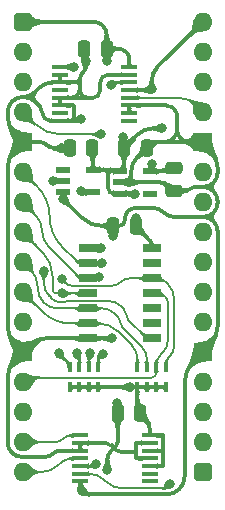
<source format=gtl>
%TF.GenerationSoftware,KiCad,Pcbnew,9.0.2*%
%TF.CreationDate,2025-07-03T20:54:59+02:00*%
%TF.ProjectId,Main Memory Enable,4d61696e-204d-4656-9d6f-727920456e61,V0*%
%TF.SameCoordinates,Original*%
%TF.FileFunction,Copper,L1,Top*%
%TF.FilePolarity,Positive*%
%FSLAX46Y46*%
G04 Gerber Fmt 4.6, Leading zero omitted, Abs format (unit mm)*
G04 Created by KiCad (PCBNEW 9.0.2) date 2025-07-03 20:54:59*
%MOMM*%
%LPD*%
G01*
G04 APERTURE LIST*
G04 Aperture macros list*
%AMRoundRect*
0 Rectangle with rounded corners*
0 $1 Rounding radius*
0 $2 $3 $4 $5 $6 $7 $8 $9 X,Y pos of 4 corners*
0 Add a 4 corners polygon primitive as box body*
4,1,4,$2,$3,$4,$5,$6,$7,$8,$9,$2,$3,0*
0 Add four circle primitives for the rounded corners*
1,1,$1+$1,$2,$3*
1,1,$1+$1,$4,$5*
1,1,$1+$1,$6,$7*
1,1,$1+$1,$8,$9*
0 Add four rect primitives between the rounded corners*
20,1,$1+$1,$2,$3,$4,$5,0*
20,1,$1+$1,$4,$5,$6,$7,0*
20,1,$1+$1,$6,$7,$8,$9,0*
20,1,$1+$1,$8,$9,$2,$3,0*%
G04 Aperture macros list end*
%TA.AperFunction,SMDPad,CuDef*%
%ADD10RoundRect,0.250000X0.250000X0.475000X-0.250000X0.475000X-0.250000X-0.475000X0.250000X-0.475000X0*%
%TD*%
%TA.AperFunction,SMDPad,CuDef*%
%ADD11R,0.450000X0.900000*%
%TD*%
%TA.AperFunction,SMDPad,CuDef*%
%ADD12R,1.150000X0.600000*%
%TD*%
%TA.AperFunction,SMDPad,CuDef*%
%ADD13RoundRect,0.250000X-0.250000X-0.475000X0.250000X-0.475000X0.250000X0.475000X-0.250000X0.475000X0*%
%TD*%
%TA.AperFunction,SMDPad,CuDef*%
%ADD14R,1.550000X0.650000*%
%TD*%
%TA.AperFunction,SMDPad,CuDef*%
%ADD15R,1.475000X0.450000*%
%TD*%
%TA.AperFunction,SMDPad,CuDef*%
%ADD16R,1.250000X0.600000*%
%TD*%
%TA.AperFunction,ComponentPad*%
%ADD17O,1.600000X1.600000*%
%TD*%
%TA.AperFunction,ComponentPad*%
%ADD18R,1.600000X1.600000*%
%TD*%
%TA.AperFunction,ComponentPad*%
%ADD19RoundRect,0.400000X-0.400000X-0.400000X0.400000X-0.400000X0.400000X0.400000X-0.400000X0.400000X0*%
%TD*%
%TA.AperFunction,SMDPad,CuDef*%
%ADD20RoundRect,0.250000X-0.475000X0.250000X-0.475000X-0.250000X0.475000X-0.250000X0.475000X0.250000X0*%
%TD*%
%TA.AperFunction,ViaPad*%
%ADD21C,0.800000*%
%TD*%
%TA.AperFunction,Conductor*%
%ADD22C,0.380000*%
%TD*%
%TA.AperFunction,Conductor*%
%ADD23C,0.200000*%
%TD*%
G04 APERTURE END LIST*
D10*
%TO.P,C1,2*%
%TO.N,GND*%
X3987000Y-10668000D03*
%TO.P,C1,1*%
%TO.N,5V*%
X5887000Y-10668000D03*
%TD*%
%TO.P,C4,2*%
%TO.N,GND*%
X5212000Y-2286000D03*
%TO.P,C4,1*%
%TO.N,5V*%
X7112000Y-2286000D03*
%TD*%
D11*
%TO.P,RN1,8,R1*%
%TO.N,3.3V*%
X6407000Y-30920000D03*
%TO.P,RN1,7,R2*%
X5607000Y-30920000D03*
%TO.P,RN1,6,R3*%
X4807000Y-30920000D03*
%TO.P,RN1,5,R4*%
X4007000Y-30920000D03*
%TO.P,RN1,4,R4*%
%TO.N,~{Main}3*%
X4007000Y-29220000D03*
%TO.P,RN1,3,R3*%
%TO.N,~{Main}2*%
X4807000Y-29220000D03*
%TO.P,RN1,2,R2*%
%TO.N,~{Main}1*%
X5607000Y-29220000D03*
%TO.P,RN1,1,R1*%
%TO.N,~{Main}0*%
X6407000Y-29220000D03*
%TD*%
%TO.P,RN2,8,R1*%
%TO.N,3.3V*%
X12122000Y-30920000D03*
%TO.P,RN2,7,R2*%
X11322000Y-30920000D03*
%TO.P,RN2,6,R3*%
X10522000Y-30920000D03*
%TO.P,RN2,5,R4*%
X9722000Y-30920000D03*
%TO.P,RN2,4,R4*%
%TO.N,~{Main}5*%
X9722000Y-29220000D03*
%TO.P,RN2,3,R3*%
%TO.N,~{Main}4*%
X10522000Y-29220000D03*
%TO.P,RN2,2,R2*%
%TO.N,~{Main}7*%
X11322000Y-29220000D03*
%TO.P,RN2,1,R1*%
%TO.N,~{Main}6*%
X12122000Y-29220000D03*
%TD*%
D12*
%TO.P,IC1,5,3.3VOut*%
%TO.N,3.3V*%
X10825000Y-12639000D03*
%TO.P,IC1,4,ADJ*%
%TO.N,unconnected-(IC1-ADJ-Pad4)*%
X10825000Y-14539000D03*
%TO.P,IC1,3,EN*%
%TO.N,5V*%
X8225000Y-14539000D03*
%TO.P,IC1,2,GND*%
%TO.N,GND*%
X8225000Y-13589000D03*
%TO.P,IC1,1,6VIn*%
%TO.N,5V*%
X8225000Y-12639000D03*
%TD*%
D13*
%TO.P,C10,2*%
%TO.N,GND*%
X10491000Y-10668000D03*
%TO.P,C10,1*%
%TO.N,5V*%
X8591000Y-10668000D03*
%TD*%
D14*
%TO.P,IC3,14,5V*%
%TO.N,5V*%
X10980000Y-19177000D03*
%TO.P,IC3,13,N.C.*%
%TO.N,unconnected-(IC3-N.C.-Pad13)*%
X10980000Y-20447000D03*
%TO.P,IC3,12,H*%
%TO.N,~{Main}6*%
X10980000Y-21717000D03*
%TO.P,IC3,11,G*%
%TO.N,~{Main}7*%
X10980000Y-22987000D03*
%TO.P,IC3,10,N.C.*%
%TO.N,unconnected-(IC3-N.C.-Pad10)*%
X10980000Y-24257000D03*
%TO.P,IC3,9,N.C.*%
%TO.N,unconnected-(IC3-N.C.-Pad9)*%
X10980000Y-25527000D03*
%TO.P,IC3,8,Y*%
%TO.N,/Pre-Main Memory*%
X10980000Y-26797000D03*
%TO.P,IC3,7,GND*%
%TO.N,GND*%
X5530000Y-26797000D03*
%TO.P,IC3,6,F*%
%TO.N,~{Main}5*%
X5530000Y-25527000D03*
%TO.P,IC3,5,E*%
%TO.N,~{Main}4*%
X5530000Y-24257000D03*
%TO.P,IC3,4,D*%
%TO.N,~{Main}3*%
X5530000Y-22987000D03*
%TO.P,IC3,3,C*%
%TO.N,~{Main}2*%
X5530000Y-21717000D03*
%TO.P,IC3,2,B*%
%TO.N,~{Main}1*%
X5530000Y-20447000D03*
%TO.P,IC3,1,A*%
%TO.N,~{Main}0*%
X5530000Y-19177000D03*
%TD*%
D15*
%TO.P,IC4,14,3V*%
%TO.N,3.3V*%
X10762000Y-35007000D03*
%TO.P,IC4,13,~{2RD}*%
%TO.N,GND*%
X10762000Y-35657000D03*
%TO.P,IC4,12,2D*%
%TO.N,3.3V*%
X10762000Y-36307000D03*
%TO.P,IC4,11,2CP*%
%TO.N,GND*%
X10762000Y-36957000D03*
%TO.P,IC4,10,~{2SD}*%
%TO.N,3.3V*%
X10762000Y-37607000D03*
%TO.P,IC4,9,2Q*%
%TO.N,unconnected-(IC4-2Q-Pad9)*%
X10762000Y-38257000D03*
%TO.P,IC4,8,~{2Q}*%
%TO.N,unconnected-(IC4-~{2Q}-Pad8)*%
X10762000Y-38907000D03*
%TO.P,IC4,7,GND*%
%TO.N,GND*%
X4886000Y-38907000D03*
%TO.P,IC4,6,~{1Q}*%
%TO.N,~{Contention}*%
X4886000Y-38257000D03*
%TO.P,IC4,5,1Q*%
%TO.N,/Contention*%
X4886000Y-37607000D03*
%TO.P,IC4,4,~{1SD}*%
%TO.N,~{Set Contention}*%
X4886000Y-36957000D03*
%TO.P,IC4,3,1CP*%
%TO.N,GND*%
X4886000Y-36307000D03*
%TO.P,IC4,2,1D*%
X4886000Y-35657000D03*
%TO.P,IC4,1,~{1RD}*%
%TO.N,~{Reset}*%
X4886000Y-35007000D03*
%TD*%
%TO.P,IC5,16,5V*%
%TO.N,5V*%
X9034000Y-3821000D03*
%TO.P,IC5,15,~{OE}*%
%TO.N,GND*%
X9034000Y-4471000D03*
%TO.P,IC5,14,4B1*%
%TO.N,/~{Pre-Main Memory}*%
X9034000Y-5121000D03*
%TO.P,IC5,13,4B2*%
%TO.N,3.3V*%
X9034000Y-5771000D03*
%TO.P,IC5,12,4A*%
%TO.N,~{Main Memory}*%
X9034000Y-6421000D03*
%TO.P,IC5,11,3B1*%
%TO.N,GND*%
X9034000Y-7071000D03*
%TO.P,IC5,10,3B2*%
X9034000Y-7721000D03*
%TO.P,IC5,9,3A*%
%TO.N,unconnected-(IC5-3A-Pad9)*%
X9034000Y-8371000D03*
%TO.P,IC5,8,GND*%
%TO.N,GND*%
X3158000Y-8371000D03*
%TO.P,IC5,7,2A*%
%TO.N,unconnected-(IC5-2A-Pad7)*%
X3158000Y-7721000D03*
%TO.P,IC5,6,2B2*%
%TO.N,GND*%
X3158000Y-7071000D03*
%TO.P,IC5,5,2B1*%
X3158000Y-6421000D03*
%TO.P,IC5,4,1A*%
%TO.N,unconnected-(IC5-1A-Pad4)*%
X3158000Y-5771000D03*
%TO.P,IC5,3,1B2*%
%TO.N,GND*%
X3158000Y-5121000D03*
%TO.P,IC5,2,1B1*%
X3158000Y-4471000D03*
%TO.P,IC5,1,S*%
%TO.N,/Contention*%
X3158000Y-3821000D03*
%TD*%
D10*
%TO.P,C3,2*%
%TO.N,GND*%
X8051000Y-33147000D03*
%TO.P,C3,1*%
%TO.N,3.3V*%
X9951000Y-33147000D03*
%TD*%
D16*
%TO.P,IC2,5,3V*%
%TO.N,5V*%
X5949000Y-12512000D03*
%TO.P,IC2,4,Y*%
%TO.N,/~{Pre-Main Memory}*%
X5949000Y-14412000D03*
%TO.P,IC2,3,GND*%
%TO.N,GND*%
X3449000Y-14412000D03*
%TO.P,IC2,2,A*%
%TO.N,/Pre-Main Memory*%
X3449000Y-13462000D03*
%TO.P,IC2,1,N.C.*%
%TO.N,unconnected-(IC2-N.C.-Pad1)*%
X3449000Y-12512000D03*
%TD*%
D17*
%TO.P,J2,32,Pin_32*%
%TO.N,3.3V*%
X15240000Y0D03*
%TO.P,J2,31,Pin_31*%
%TO.N,unconnected-(J2-Pin_31-Pad31)*%
X15240000Y-2540000D03*
%TO.P,J2,30,Pin_30*%
%TO.N,unconnected-(J2-Pin_30-Pad30)*%
X15240000Y-5080000D03*
%TO.P,J2,29,Pin_29*%
%TO.N,~{Main Memory}*%
X15240000Y-7620000D03*
D18*
%TO.P,J2,28,Pin_28*%
%TO.N,GND*%
X15240000Y-10160000D03*
D17*
%TO.P,J2,27,Pin_27*%
%TO.N,unconnected-(J2-Pin_27-Pad27)*%
X15240000Y-12700000D03*
%TO.P,J2,26,Pin_26*%
%TO.N,unconnected-(J2-Pin_26-Pad26)*%
X15240000Y-15240000D03*
%TO.P,J2,25,Pin_25*%
%TO.N,unconnected-(J2-Pin_25-Pad25)*%
X15240000Y-17780000D03*
%TO.P,J2,24,Pin_24*%
%TO.N,unconnected-(J2-Pin_24-Pad24)*%
X15240000Y-20320000D03*
%TO.P,J2,23,Pin_23*%
%TO.N,unconnected-(J2-Pin_23-Pad23)*%
X15240000Y-22860000D03*
%TO.P,J2,22,Pin_22*%
%TO.N,unconnected-(J2-Pin_22-Pad22)*%
X15240000Y-25400000D03*
D18*
%TO.P,J2,21,Pin_21*%
%TO.N,GND*%
X15240000Y-27940000D03*
D17*
%TO.P,J2,20,Pin_20*%
%TO.N,unconnected-(J2-Pin_20-Pad20)*%
X15240000Y-30480000D03*
%TO.P,J2,19,Pin_19*%
%TO.N,~{Contention}*%
X15240000Y-33020000D03*
%TO.P,J2,18,Pin_18*%
%TO.N,unconnected-(J2-Pin_18-Pad18)*%
X15240000Y-35560000D03*
D19*
%TO.P,J2,17,Pin_17*%
%TO.N,5V*%
X15240000Y-38100000D03*
D17*
%TO.P,J2,16,Pin_16*%
%TO.N,~{Set Contention}*%
X0Y-38100000D03*
%TO.P,J2,15,Pin_15*%
%TO.N,~{Reset}*%
X0Y-35560000D03*
%TO.P,J2,14,Pin_14*%
%TO.N,unconnected-(J2-Pin_14-Pad14)*%
X0Y-33020000D03*
%TO.P,J2,13,Pin_13*%
%TO.N,~{Main}7*%
X0Y-30480000D03*
D18*
%TO.P,J2,12,Pin_12*%
%TO.N,GND*%
X0Y-27940000D03*
D17*
%TO.P,J2,11,Pin_11*%
%TO.N,~{Main}6*%
X0Y-25400000D03*
%TO.P,J2,10,Pin_10*%
%TO.N,~{Main}5*%
X0Y-22860000D03*
%TO.P,J2,9,Pin_9*%
%TO.N,~{Main}4*%
X0Y-20320000D03*
%TO.P,J2,8,Pin_8*%
%TO.N,~{Main}3*%
X0Y-17780000D03*
%TO.P,J2,7,Pin_7*%
%TO.N,~{Main}2*%
X0Y-15240000D03*
%TO.P,J2,6,Pin_6*%
%TO.N,~{Main}1*%
X0Y-12700000D03*
D18*
%TO.P,J2,5,Pin_5*%
%TO.N,GND*%
X0Y-10160000D03*
D17*
%TO.P,J2,4,Pin_4*%
%TO.N,~{Main}0*%
X0Y-7620000D03*
%TO.P,J2,3,Pin_3*%
%TO.N,unconnected-(J2-Pin_3-Pad3)*%
X0Y-5080000D03*
%TO.P,J2,2,Pin_2*%
%TO.N,unconnected-(J2-Pin_2-Pad2)*%
X0Y-2540000D03*
D19*
%TO.P,J2,1,Pin_1*%
%TO.N,5V*%
X0Y0D03*
%TD*%
D10*
%TO.P,C6,2*%
%TO.N,GND*%
X7670000Y-17272000D03*
%TO.P,C6,1*%
%TO.N,5V*%
X9570000Y-17272000D03*
%TD*%
D20*
%TO.P,C11,2*%
%TO.N,GND*%
X12827000Y-14301000D03*
%TO.P,C11,1*%
%TO.N,3.3V*%
X12827000Y-12401000D03*
%TD*%
D21*
%TO.N,/~{Pre-Main Memory}*%
X7454207Y-5311000D03*
X4953000Y-14351000D03*
%TO.N,/Pre-Main Memory*%
X1790000Y-21082000D03*
X2540003Y-13461997D03*
%TO.N,~{Main}2*%
X6459010Y-21611998D03*
X4572000Y-28067002D03*
%TO.N,~{Main}1*%
X6731000Y-20447000D03*
X5738972Y-28021223D03*
%TO.N,~{Main}0*%
X6604006Y-19177000D03*
X6626565Y-9497830D03*
X6787507Y-28076711D03*
%TO.N,3.3V*%
X9076004Y-30920004D03*
X10922000Y-5715000D03*
X10922000Y-12065000D03*
%TO.N,GND*%
X5334000Y-3302000D03*
X8001000Y-32258000D03*
X3301992Y-10668000D03*
X5016500Y-39687500D03*
X7670000Y-18161000D03*
X7184500Y-37918500D03*
X3429000Y-14986000D03*
X4961382Y-8201956D03*
X7608000Y-26797000D03*
X9017000Y-13589000D03*
%TO.N,5V*%
X9570000Y-16588000D03*
X7112000Y-3302000D03*
X11810996Y-9017002D03*
X8509000Y-9779000D03*
X9525000Y-14605000D03*
%TO.N,~{Contention}*%
X12446000Y-39116000D03*
%TO.N,~{Main}3*%
X3318370Y-22987000D03*
X3049499Y-28047079D03*
%TO.N,~{Main}6*%
X3293731Y-21785205D03*
%TO.N,/Contention*%
X6223000Y-37465000D03*
X4318000Y-3810000D03*
%TD*%
D22*
%TO.N,5V*%
X10804991Y-18506991D02*
G75*
G02*
X10980005Y-18929500I-422491J-422509D01*
G01*
X8771500Y-2548500D02*
G75*
G02*
X9033987Y-3182231I-633700J-633700D01*
G01*
X8771500Y-2548500D02*
G75*
G03*
X8137768Y-2286013I-633700J-633700D01*
G01*
X7379500Y-14398500D02*
G75*
G03*
X7718697Y-14539001I339200J339200D01*
G01*
X7239000Y-12941500D02*
G75*
G03*
X6809500Y-12512000I-429500J0D01*
G01*
X7668500Y-12512000D02*
G75*
G03*
X7239000Y-12941500I0J-429500D01*
G01*
X6794500Y-317499D02*
G75*
G03*
X6027987Y-5I-766500J-766501D01*
G01*
X6794500Y-317499D02*
G75*
G02*
X7111995Y-1084012I-766500J-766501D01*
G01*
X9492000Y-14572000D02*
G75*
G03*
X9412330Y-14538987I-79700J-79700D01*
G01*
X7239000Y-14059302D02*
G75*
G03*
X7379501Y-14398499I479700J2D01*
G01*
X8591000Y-12014198D02*
G75*
G02*
X8408000Y-12456000I-624800J-2D01*
G01*
X11026497Y-9017002D02*
G75*
G03*
X9687265Y-9571718I3J-1893998D01*
G01*
X8161500Y-12575500D02*
G75*
G03*
X8008197Y-12512001I-153300J-153300D01*
G01*
X6809500Y-12512000D02*
X7668500Y-12512000D01*
%TO.N,GND*%
X2032000Y-10414000D02*
G75*
G03*
X2645210Y-10667996I613200J613200D01*
G01*
X-628617Y-10788618D02*
G75*
G03*
X-628617Y-9531381I-628620J628618D01*
G01*
X889000Y-10160000D02*
G75*
G03*
X-628617Y-10788618I-3J-2146225D01*
G01*
X-628617Y-9531381D02*
G75*
G03*
X889000Y-10160000I1517617J1517611D01*
G01*
X12471000Y-13945000D02*
G75*
G03*
X11611539Y-13588983I-859500J-859500D01*
G01*
X4170500Y-5100500D02*
G75*
G02*
X4121008Y-5121004I-49500J49500D01*
G01*
X8051000Y-35549039D02*
G75*
G02*
X7898988Y-35915988I-519000J39D01*
G01*
X5023803Y-16580803D02*
G75*
G03*
X6692500Y-17271998I1668697J1668703D01*
G01*
X-634999Y-28575000D02*
G75*
G03*
X-1270001Y-30108025I1533029J-1533030D01*
G01*
X-889000Y-6731000D02*
G75*
G03*
X-1270005Y-7650815I919810J-919820D01*
G01*
X14185500Y-14135500D02*
G75*
G02*
X13785947Y-14301020I-399600J399600D01*
G01*
X11938000Y-16129000D02*
G75*
G03*
X12857815Y-16509994I919800J919800D01*
G01*
X30815Y-6350000D02*
G75*
G03*
X-889000Y-6731000I-3J-1300808D01*
G01*
X4886000Y-39464722D02*
G75*
G03*
X4951257Y-39622243I222800J22D01*
G01*
X2547500Y-36568500D02*
G75*
G02*
X1916183Y-36830001I-631320J631320D01*
G01*
X9557452Y-15748000D02*
G75*
G03*
X8936985Y-16004985I-52J-877400D01*
G01*
X6748500Y-4681500D02*
G75*
G03*
X6537997Y-5189691I508200J-508200D01*
G01*
X8531000Y-17123000D02*
G75*
G02*
X8171282Y-17271993I-359700J359700D01*
G01*
X4572000Y-5080000D02*
G75*
G03*
X4826000Y-4826000I0J254000D01*
G01*
X4826000Y-5334000D02*
G75*
G03*
X4572000Y-5080000I-254000J0D01*
G01*
X4219991Y-5080000D02*
G75*
G03*
X4170503Y-5100503I9J-70000D01*
G01*
X7937500Y-36258500D02*
G75*
G03*
X8397407Y-36448997I459900J459900D01*
G01*
X7541500Y-35862500D02*
G75*
G03*
X7045379Y-35657009I-496100J-496100D01*
G01*
X8680000Y-16763282D02*
G75*
G02*
X8531005Y-17123005I-508700J-18D01*
G01*
X5334000Y-3704789D02*
G75*
G02*
X5080003Y-4318003I-867200J-11D01*
G01*
X16510000Y-25771974D02*
G75*
G02*
X15875001Y-27305001I-2168040J4D01*
G01*
X6538000Y-5866190D02*
G75*
G02*
X6375503Y-6258503I-554800J-10D01*
G01*
X12040000Y-10160000D02*
G75*
G03*
X13081000Y-9119000I0J1041000D01*
G01*
X13081000Y-9119000D02*
G75*
G03*
X14122000Y-10160000I1041000J0D01*
G01*
X12806500Y-7345500D02*
G75*
G03*
X12143798Y-7071001I-662700J-662700D01*
G01*
X1951223Y-26797000D02*
G75*
G03*
X571499Y-27368499I-3J-1951220D01*
G01*
X9634500Y-36897251D02*
G75*
G03*
X9651986Y-36939514I59700J-49D01*
G01*
X-1270000Y-25771974D02*
G75*
G03*
X-634998Y-27304999I2168030J4D01*
G01*
X16152500Y-14327500D02*
G75*
G02*
X16510008Y-15190581I-863100J-863100D01*
G01*
X11938000Y-16129000D02*
G75*
G03*
X11018184Y-15748006I-919800J-919800D01*
G01*
X4155500Y-6421000D02*
G75*
G03*
X4826000Y-5750500I0J670500D01*
G01*
X4826000Y-5750500D02*
G75*
G03*
X5496500Y-6421000I670500J0D01*
G01*
X-1270000Y-8001000D02*
G75*
G03*
X-641382Y-9518617I2146241J3D01*
G01*
X71750Y-6350000D02*
G75*
G03*
X1061444Y-5940054I-4J1399645D01*
G01*
X1061445Y-6759945D02*
G75*
G03*
X71750Y-6350000I-989695J-989695D01*
G01*
X1061444Y-5940054D02*
G75*
G03*
X1061444Y-6759946I409946J-409946D01*
G01*
X13271500Y-39560500D02*
G75*
G02*
X12198382Y-40004993I-1073100J1073100D01*
G01*
X16510000Y-12749418D02*
G75*
G02*
X16152495Y-13612495I-1220600J18D01*
G01*
X4086331Y-8382000D02*
G75*
G03*
X4318000Y-8150331I-31J231700D01*
G01*
X4318000Y-8150331D02*
G75*
G03*
X4549669Y-8382000I231670J1D01*
G01*
X7465750Y-36349250D02*
G75*
G03*
X7184520Y-37028247I678950J-678950D01*
G01*
X15289418Y-13970000D02*
G75*
G03*
X16152495Y-13612495I-18J1220600D01*
G01*
X16152500Y-14327500D02*
G75*
G03*
X15289418Y-13969992I-863100J-863100D01*
G01*
X16152500Y-13612500D02*
G75*
G03*
X16152500Y-14327500I357500J-357500D01*
G01*
X9652000Y-36939500D02*
G75*
G03*
X9694248Y-36957021I42300J42300D01*
G01*
X9701591Y-11457408D02*
G75*
G03*
X9190004Y-12692500I1235109J-1235092D01*
G01*
X9651571Y-35657000D02*
G75*
G03*
X9639508Y-35662008I29J-17100D01*
G01*
X7256691Y-4471000D02*
G75*
G03*
X6748502Y-4681502I9J-718700D01*
G01*
X13716000Y-38487382D02*
G75*
G02*
X13271505Y-39560505I-1517600J-18D01*
G01*
X4296750Y-7092250D02*
G75*
G03*
X4245447Y-7071022I-51250J-51250D01*
G01*
X6375500Y-6258500D02*
G75*
G02*
X5983190Y-6420996I-392300J392300D01*
G01*
X1651000Y-7663404D02*
G75*
G03*
X1858251Y-8163749I707600J4D01*
G01*
X-912500Y-36472500D02*
G75*
G03*
X-49418Y-36830000I863087J863094D01*
G01*
X7595000Y-36220000D02*
G75*
G03*
X7595000Y-35916000I-152000J152000D01*
G01*
X7899000Y-36220000D02*
G75*
G03*
X7595000Y-36220000I-152000J-151998D01*
G01*
X7899000Y-35916000D02*
G75*
G03*
X7899000Y-36220000I152000J-152000D01*
G01*
X7595000Y-35916000D02*
G75*
G03*
X7899000Y-35916000I152000J152002D01*
G01*
X5212000Y-3093732D02*
G75*
G03*
X5273010Y-3240990I208300J32D01*
G01*
X8931730Y-16010269D02*
G75*
G03*
X8680011Y-16618000I607770J-607731D01*
G01*
X14478000Y-28702000D02*
G75*
G03*
X13716013Y-30541630I1839600J-1839600D01*
G01*
X3178816Y-36307000D02*
G75*
G03*
X2547495Y-36568495I-16J-892800D01*
G01*
X-1270000Y-35609418D02*
G75*
G03*
X-912500Y-36472500I1220594J5D01*
G01*
X3449000Y-14951857D02*
G75*
G02*
X3439012Y-14976012I-34100J-43D01*
G01*
X11358210Y-10160000D02*
G75*
G03*
X10744997Y-10413997I-10J-867200D01*
G01*
X15875000Y-10795000D02*
G75*
G02*
X16509989Y-12328025I-1533000J-1533000D01*
G01*
X12806500Y-7345500D02*
G75*
G02*
X13080999Y-8008201I-662700J-662700D01*
G01*
X5005605Y-4392394D02*
G75*
G03*
X4825996Y-4826000I433595J-433606D01*
G01*
X9639500Y-35662000D02*
G75*
G03*
X9634488Y-35674071I12100J-12100D01*
G01*
X2032000Y-10414000D02*
G75*
G03*
X1418789Y-10160004I-613200J-613200D01*
G01*
X16152500Y-16867500D02*
G75*
G02*
X16510008Y-17730581I-863100J-863100D01*
G01*
X2833000Y-5121000D02*
G75*
G03*
X3158000Y-4796000I0J325000D01*
G01*
X3158000Y-4796000D02*
G75*
G03*
X3483000Y-5121000I325000J0D01*
G01*
X-634999Y-10795000D02*
G75*
G03*
X-1270001Y-12328025I1533029J-1533030D01*
G01*
X4871360Y-8291978D02*
G75*
G02*
X4654027Y-8382006I-217360J217378D01*
G01*
X5175250Y-39846250D02*
G75*
G03*
X5558506Y-40004997I383250J383250D01*
G01*
X1858250Y-8163750D02*
G75*
G03*
X2358595Y-8371002I500350J500350D01*
G01*
X2519250Y-5121000D02*
G75*
G03*
X1428837Y-5572666I0J-1542070D01*
G01*
X16510000Y-15289418D02*
G75*
G02*
X16152495Y-16152495I-1220600J18D01*
G01*
X15289418Y-16510000D02*
G75*
G03*
X16152495Y-16152495I-18J1220600D01*
G01*
X16152500Y-16867500D02*
G75*
G03*
X15289418Y-16509992I-863100J-863100D01*
G01*
X16152500Y-16152500D02*
G75*
G03*
X16152500Y-16867500I357500J-357500D01*
G01*
X8026000Y-32283000D02*
G75*
G02*
X8051018Y-32343355I-60400J-60400D01*
G01*
X14585052Y-13970000D02*
G75*
G03*
X14185514Y-14135514I48J-565100D01*
G01*
X1436393Y-7134893D02*
G75*
G02*
X1651004Y-7653000I-518093J-518107D01*
G01*
X9190000Y-13293670D02*
G75*
G02*
X9103509Y-13502509I-295300J-30D01*
G01*
X4296750Y-7092250D02*
G75*
G02*
X4318020Y-7143552I-51350J-51350D01*
G01*
X15875000Y-27305000D02*
X14605000Y-28575000D01*
X4826000Y-4826000D02*
X4826000Y-5334000D01*
X14122000Y-10160000D02*
X12040000Y-10160000D01*
X5496500Y-6421000D02*
X4155500Y-6421000D01*
X4549669Y-8382000D02*
X4086331Y-8382000D01*
%TO.N,3.3V*%
X11884500Y-37602000D02*
G75*
G02*
X11872428Y-37607012I-12100J12100D01*
G01*
X11872428Y-36307000D02*
G75*
G03*
X11884492Y-36301992I-28J17100D01*
G01*
X11884500Y-36312000D02*
G75*
G03*
X11872428Y-36306988I-12100J-12100D01*
G01*
X11884500Y-36302000D02*
G75*
G03*
X11884500Y-36312000I5000J-5000D01*
G01*
X11884500Y-35012000D02*
G75*
G03*
X11872428Y-35006988I-12100J-12100D01*
G01*
X11884500Y-36312000D02*
G75*
G02*
X11889512Y-36324071I-12100J-12100D01*
G01*
X10873500Y-12113500D02*
G75*
G03*
X10824996Y-12230589I117100J-117100D01*
G01*
X10391122Y-33587122D02*
G75*
G02*
X10761987Y-34482500I-895422J-895378D01*
G01*
X11884500Y-35012000D02*
G75*
G02*
X11889512Y-35024071I-12100J-12100D01*
G01*
X11889500Y-37589928D02*
G75*
G02*
X11884492Y-37601992I-17100J28D01*
G01*
X10894000Y-5743000D02*
G75*
G02*
X10826402Y-5771001I-67600J67600D01*
G01*
X11415914Y-3824085D02*
G75*
G03*
X10921991Y-5016500I1192386J-1192415D01*
G01*
X11889500Y-36289928D02*
G75*
G02*
X11884492Y-36301992I-17100J28D01*
G01*
D23*
%TO.N,~{Main Memory}*%
X14640500Y-7020500D02*
G75*
G03*
X13193178Y-6421009I-1447300J-1447300D01*
G01*
%TO.N,/Contention*%
X6152000Y-37536000D02*
G75*
G02*
X5980590Y-37606996I-171400J171400D01*
G01*
%TO.N,~{Set Contention}*%
X2984499Y-37528499D02*
G75*
G02*
X1604776Y-38100001I-1379729J1379729D01*
G01*
X4221000Y-36957000D02*
G75*
G03*
X3085784Y-37427237I0J-1605400D01*
G01*
%TO.N,~{Main}5*%
X8059332Y-26187671D02*
G75*
G03*
X6464330Y-25526996I-1595002J-1594989D01*
G01*
X9237751Y-27366090D02*
G75*
G02*
X9722029Y-28535169I-1169051J-1169110D01*
G01*
X1654776Y-24514776D02*
G75*
G03*
X4098500Y-25526999I2443724J2443726D01*
G01*
%TO.N,~{Main}6*%
X12319000Y-22225000D02*
G75*
G02*
X12826992Y-23451420I-1226400J-1226400D01*
G01*
X8313500Y-22029500D02*
G75*
G02*
X7559058Y-22341953I-754400J754500D01*
G01*
X12827000Y-27441489D02*
G75*
G02*
X12474503Y-28292503I-1203500J-11D01*
G01*
X3572128Y-22063602D02*
G75*
G03*
X4244239Y-22342000I672112J672112D01*
G01*
X12325293Y-28441706D02*
G75*
G03*
X12122003Y-28932500I490807J-490794D01*
G01*
X9067941Y-21717000D02*
G75*
G03*
X8313488Y-22029488I-41J-1066900D01*
G01*
X12104802Y-22010802D02*
G75*
G03*
X11395500Y-21716998I-709302J-709298D01*
G01*
%TO.N,~{Main}3*%
X2540000Y-22661796D02*
G75*
G03*
X2635249Y-22891751I325200J-4D01*
G01*
X2635250Y-22891750D02*
G75*
G03*
X2865203Y-22986998I229950J229950D01*
G01*
X1664425Y-19444425D02*
G75*
G02*
X2540000Y-21558250I-2113830J-2113827D01*
G01*
%TO.N,~{Contention}*%
X6902117Y-38783617D02*
G75*
G03*
X5630750Y-38256998I-1271367J-1271363D01*
G01*
X12255500Y-39306500D02*
G75*
G02*
X11795592Y-39496997I-459900J459900D01*
G01*
X6995500Y-38877000D02*
G75*
G03*
X8492312Y-39496995I1496800J1496800D01*
G01*
%TO.N,~{Reset}*%
X3451500Y-35283500D02*
G75*
G02*
X2783969Y-35560004I-667540J667540D01*
G01*
X4119030Y-35007000D02*
G75*
G03*
X3451500Y-35283500I0J-944030D01*
G01*
%TO.N,~{Main}4*%
X10062734Y-27461734D02*
G75*
G02*
X10522009Y-28570500I-1108734J-1108766D01*
G01*
X8075394Y-24966394D02*
G75*
G02*
X8255003Y-25400000I-433594J-433606D01*
G01*
X7810500Y-24701500D02*
G75*
G03*
X6737382Y-24257007I-1073100J-1073100D01*
G01*
X8255000Y-25400000D02*
G75*
G03*
X8434607Y-25833603I613200J0D01*
G01*
X1270000Y-22522579D02*
G75*
G03*
X1778002Y-23748998I1734410J-1D01*
G01*
X1778000Y-23749000D02*
G75*
G03*
X3004420Y-24257000I1226420J1226420D01*
G01*
X686283Y-21006283D02*
G75*
G02*
X1270000Y-22415500I-1409225J-1409221D01*
G01*
%TO.N,~{Main}0*%
X6612980Y-9511415D02*
G75*
G02*
X6580182Y-9524983I-32780J32815D01*
G01*
X952500Y-8572500D02*
G75*
G03*
X3252038Y-9525001I2299540J2299540D01*
G01*
X6597253Y-28266964D02*
G75*
G03*
X6406993Y-28726277I459347J-459336D01*
G01*
%TO.N,~{Main}7*%
X12065000Y-23241000D02*
G75*
G03*
X11451789Y-22987004I-613200J-613200D01*
G01*
X11201500Y-29990499D02*
G75*
G02*
X10910588Y-30110994I-290900J290899D01*
G01*
X11551809Y-28340190D02*
G75*
G03*
X11321994Y-28895000I554791J-554810D01*
G01*
X11322000Y-29699587D02*
G75*
G02*
X11201504Y-29990503I-411400J-13D01*
G01*
X12319000Y-26868014D02*
G75*
G02*
X11820496Y-28071496I-1702000J14D01*
G01*
X12065000Y-23241000D02*
G75*
G02*
X12318996Y-23854210I-613200J-613200D01*
G01*
%TO.N,~{Main}1*%
X2286000Y-16475500D02*
G75*
G03*
X3339237Y-19018233I3595960J0D01*
G01*
X1232764Y-13932764D02*
G75*
G02*
X2286000Y-16475500I-2542744J-2542740D01*
G01*
X5672986Y-28087209D02*
G75*
G03*
X5607012Y-28246513I159314J-159291D01*
G01*
X4498592Y-20177592D02*
G75*
G03*
X5149000Y-20447005I650408J650392D01*
G01*
%TO.N,~{Main}2*%
X1651000Y-17694169D02*
G75*
G03*
X2218926Y-19065265I1939020J-1D01*
G01*
X4689500Y-28184502D02*
G75*
G02*
X4807011Y-28468172I-283700J-283698D01*
G01*
X1083073Y-16323073D02*
G75*
G02*
X1651000Y-17694169I-1371100J-1371098D01*
G01*
%TO.N,/Pre-Main Memory*%
X8763000Y-24770500D02*
G75*
G03*
X8946492Y-25213496I626500J0D01*
G01*
X3808277Y-23632000D02*
G75*
G03*
X3681552Y-23684521I23J-179200D01*
G01*
X3681531Y-23684500D02*
G75*
G02*
X3554784Y-23736973I-126731J126800D01*
G01*
X8579505Y-24327505D02*
G75*
G02*
X8762997Y-24770500I-443005J-442995D01*
G01*
X8323500Y-24071500D02*
G75*
G03*
X7262453Y-23631999I-1061050J-1061050D01*
G01*
X2482529Y-23437529D02*
G75*
G03*
X3205515Y-23736998I722981J722979D01*
G01*
X1790000Y-22043550D02*
G75*
G03*
X2286000Y-23241000I1693450J0D01*
G01*
%TO.N,/~{Pre-Main Memory}*%
X4983500Y-14381500D02*
G75*
G03*
X5057133Y-14411986I73600J73600D01*
G01*
X7778557Y-5121000D02*
G75*
G03*
X7549239Y-5216032I43J-324300D01*
G01*
D22*
%TO.N,GND*%
X5079999Y-4317999D02*
X5005605Y-4392394D01*
X5334000Y-3704789D02*
X5334000Y-3302000D01*
%TO.N,5V*%
X9034000Y-3182231D02*
X9034000Y-3821000D01*
X8137768Y-2286000D02*
X7112000Y-2286000D01*
X7112000Y-1084012D02*
X7112000Y-2286000D01*
X6027987Y0D02*
X0Y0D01*
%TO.N,GND*%
X4121008Y-5121000D02*
X3483000Y-5121000D01*
X4572000Y-5080000D02*
X4219991Y-5080000D01*
X4826000Y-5334000D02*
X4826000Y-5750500D01*
X5496500Y-6421000D02*
X5983190Y-6421000D01*
X6538000Y-5189691D02*
X6538000Y-5866190D01*
X7256691Y-4471000D02*
X9034000Y-4471000D01*
X4155500Y-6421000D02*
X3158000Y-6421000D01*
D23*
%TO.N,~{Main}4*%
X5530000Y-24257000D02*
X3004420Y-24257000D01*
X686283Y-21006283D02*
X0Y-20320000D01*
X1270000Y-22522579D02*
X1270000Y-22415500D01*
%TO.N,~{Main}3*%
X2540000Y-22661796D02*
X2540000Y-21558250D01*
X3318370Y-22987000D02*
X2865203Y-22987000D01*
X1664425Y-19444425D02*
X0Y-17780000D01*
%TO.N,/Pre-Main Memory*%
X1790000Y-21082000D02*
X1790000Y-22043550D01*
X3554784Y-23737000D02*
X3205515Y-23737000D01*
X3808277Y-23632000D02*
X7262453Y-23632000D01*
X2482529Y-23437529D02*
X2286000Y-23241000D01*
X8579505Y-24327505D02*
X8323500Y-24071500D01*
%TO.N,~{Main}3*%
X3318370Y-22987000D02*
X5530000Y-22987000D01*
%TO.N,/Pre-Main Memory*%
X8946494Y-25213494D02*
X10530000Y-26797000D01*
%TO.N,~{Main}6*%
X10564500Y-21717000D02*
X9067941Y-21717000D01*
%TO.N,/~{Pre-Main Memory}*%
X5057133Y-14412000D02*
X5949000Y-14412000D01*
X7778557Y-5121000D02*
X9034000Y-5121000D01*
X4953000Y-14351000D02*
X4983500Y-14381500D01*
X7454207Y-5311000D02*
X7549207Y-5216000D01*
%TO.N,/Pre-Main Memory*%
X2540006Y-13462000D02*
X3449000Y-13462000D01*
X2540006Y-13462000D02*
X2540003Y-13461997D01*
%TO.N,~{Main}2*%
X2218926Y-19065265D02*
X4870661Y-21717000D01*
X4572000Y-28067002D02*
X4689500Y-28184502D01*
X4807000Y-28468172D02*
X4807000Y-29220000D01*
X1083073Y-16323073D02*
X0Y-15240000D01*
%TO.N,~{Main}1*%
X3339235Y-19018235D02*
X4498592Y-20177592D01*
X1232764Y-13932764D02*
X0Y-12700000D01*
X5911000Y-20447000D02*
X6731000Y-20447000D01*
X5607000Y-28246513D02*
X5607000Y-29220000D01*
X5738972Y-28021223D02*
X5672986Y-28087209D01*
%TO.N,~{Main}7*%
X10910588Y-30110999D02*
X369001Y-30110999D01*
X12319000Y-26868014D02*
X12319000Y-23854210D01*
X11322000Y-29699587D02*
X11322000Y-29220000D01*
X11551809Y-28340190D02*
X11820500Y-28071500D01*
%TO.N,~{Main}0*%
X6407000Y-28726277D02*
X6407000Y-29220000D01*
X6787507Y-28076711D02*
X6597253Y-28266964D01*
X952500Y-8572500D02*
X0Y-7620000D01*
X6604006Y-19177000D02*
X5530000Y-19177000D01*
X6580182Y-9525000D02*
X3252038Y-9525000D01*
X6612980Y-9511415D02*
X6626565Y-9497830D01*
%TO.N,~{Main}4*%
X8075394Y-24966394D02*
X7810500Y-24701500D01*
X10062734Y-27461734D02*
X8434605Y-25833605D01*
X10522000Y-28570500D02*
X10522000Y-29220000D01*
X5530000Y-24257000D02*
X6737382Y-24257000D01*
D22*
%TO.N,3.3V*%
X4807000Y-30920000D02*
X4007000Y-30920000D01*
X11889500Y-35024071D02*
X11889500Y-36289928D01*
X10922000Y-5715000D02*
X10894000Y-5743000D01*
X10391122Y-33587122D02*
X9951000Y-33147000D01*
X10762000Y-35007000D02*
X10762000Y-34482500D01*
X5607000Y-30920000D02*
X4807000Y-30920000D01*
X9076000Y-30920000D02*
X6407000Y-30920000D01*
X10873500Y-12113500D02*
X10922000Y-12065000D01*
X11889500Y-36324071D02*
X11889500Y-37589928D01*
X11415914Y-3824085D02*
X15240000Y0D01*
X9076000Y-30920000D02*
X9076004Y-30920004D01*
X10762000Y-35007000D02*
X11872428Y-35007000D01*
X9076008Y-30920000D02*
X9076004Y-30920004D01*
X11322000Y-30920000D02*
X10522000Y-30920000D01*
X10826402Y-5771000D02*
X9034000Y-5771000D01*
X11872428Y-36307000D02*
X10762000Y-36307000D01*
X9722000Y-30920000D02*
X10522000Y-30920000D01*
X11322000Y-30920000D02*
X12122000Y-30920000D01*
X9722000Y-30920000D02*
X9722000Y-32918000D01*
X9076008Y-30920000D02*
X9722000Y-30920000D01*
X5607000Y-30920000D02*
X6407000Y-30920000D01*
X10825000Y-12639000D02*
X12684000Y-12639000D01*
X11872428Y-37607000D02*
X10762000Y-37607000D01*
X10825000Y-12230589D02*
X10825000Y-12639000D01*
X10922000Y-5715000D02*
X10922000Y-5016500D01*
%TO.N,GND*%
X7670000Y-18161000D02*
X7670000Y-17272000D01*
X9651571Y-35657000D02*
X10762000Y-35657000D01*
X5530000Y-26797000D02*
X7608000Y-26797000D01*
X9634500Y-36897251D02*
X9634500Y-35674071D01*
X9034000Y-7071000D02*
X12143798Y-7071000D01*
X1061445Y-6759945D02*
X1436393Y-7134893D01*
X9701591Y-11457408D02*
X10491000Y-10668000D01*
X15875000Y-10795000D02*
X15240000Y-10160000D01*
X14605000Y-28575000D02*
X14478000Y-28702000D01*
X9017000Y-13589000D02*
X9103500Y-13502500D01*
X16510000Y-12749418D02*
X16510000Y-12328025D01*
X-628617Y-9531381D02*
X-641382Y-9518617D01*
X5530000Y-26797000D02*
X1951223Y-26797000D01*
X-571499Y-27368499D02*
X-634999Y-27305000D01*
X-1270000Y-7650815D02*
X-1270000Y-8001000D01*
X14122000Y-10160000D02*
X15240000Y-10160000D01*
X6692500Y-17272000D02*
X7670000Y-17272000D01*
X4961382Y-8201956D02*
X4871360Y-8291978D01*
X30815Y-6350000D02*
X71750Y-6350000D01*
X889000Y-10160000D02*
X1418789Y-10160000D01*
X4886000Y-36307000D02*
X4886000Y-35657000D01*
X13716000Y-38487382D02*
X13716000Y-30541630D01*
X9190000Y-12692500D02*
X9190000Y-13293670D01*
X8051000Y-33147000D02*
X8051000Y-32343355D01*
X12857815Y-16510000D02*
X15289418Y-16510000D01*
X3439000Y-14976000D02*
X3429000Y-14986000D01*
X-1270000Y-30108025D02*
X-1270000Y-35609418D01*
X7465750Y-36349250D02*
X7595000Y-36220000D01*
X3158000Y-7071000D02*
X3158000Y-6421000D01*
X9557452Y-15748000D02*
X11018184Y-15748000D01*
X1061444Y-5940054D02*
X1428835Y-5572664D01*
X2358595Y-8371000D02*
X3158000Y-8371000D01*
X8001000Y-32258000D02*
X8026000Y-32283000D01*
X-1270000Y-25771974D02*
X-1270000Y-12328025D01*
X2645210Y-10668000D02*
X3301992Y-10668000D01*
X9017000Y-13589000D02*
X8225000Y-13589000D01*
X12471000Y-13945000D02*
X12827000Y-14301000D01*
X3158000Y-7071000D02*
X4245447Y-7071000D01*
X4886000Y-39464722D02*
X4886000Y-38907000D01*
X4086331Y-8382000D02*
X3169000Y-8382000D01*
X12198382Y-40005000D02*
X5558506Y-40005000D01*
X1651000Y-7663404D02*
X1651000Y-7653000D01*
X11611539Y-13589000D02*
X9017000Y-13589000D01*
X5212000Y-3093732D02*
X5212000Y-2286000D01*
X4318000Y-8150331D02*
X4318000Y-7143552D01*
X13081000Y-9119000D02*
X13081000Y-8008201D01*
X12040000Y-10160000D02*
X11358210Y-10160000D01*
X15289418Y-13970000D02*
X14585052Y-13970000D01*
X4886000Y-36307000D02*
X3178816Y-36307000D01*
X5273000Y-3241000D02*
X5334000Y-3302000D01*
X3302000Y-10668000D02*
X3987000Y-10668000D01*
X1916183Y-36830000D02*
X-49418Y-36830000D01*
X9034000Y-7071000D02*
X9034000Y-7721000D01*
X8936999Y-16004999D02*
X8931730Y-16010269D01*
X9694248Y-36957000D02*
X10762000Y-36957000D01*
X8397407Y-36449000D02*
X9634500Y-36449000D01*
X2833000Y-5121000D02*
X2519250Y-5121000D01*
X5175250Y-39846250D02*
X5016500Y-39687500D01*
X-628617Y-10788618D02*
X-634999Y-10795000D01*
X4549669Y-8382000D02*
X4654027Y-8382000D01*
X5023803Y-16580803D02*
X3429000Y-14986000D01*
X7937500Y-36258500D02*
X7899000Y-36220000D01*
X3158000Y-4796000D02*
X3158000Y-4471000D01*
X3449000Y-14951857D02*
X3449000Y-14412000D01*
X8171282Y-17272000D02*
X7670000Y-17272000D01*
X7184500Y-37918500D02*
X7184500Y-37028247D01*
X13785947Y-14301000D02*
X12827000Y-14301000D01*
X8680000Y-16763282D02*
X8680000Y-16618000D01*
X7045379Y-35657000D02*
X4886000Y-35657000D01*
X16510000Y-25771974D02*
X16510000Y-17730581D01*
X-634999Y-28575000D02*
X-571500Y-28511500D01*
X8051000Y-35549039D02*
X8051000Y-33147000D01*
X3302000Y-10668000D02*
X3301992Y-10668000D01*
X7541500Y-35862500D02*
X7595000Y-35916000D01*
X16510000Y-15190581D02*
X16510000Y-15289418D01*
X4951250Y-39622250D02*
X5016500Y-39687500D01*
%TO.N,5V*%
X8591000Y-10668000D02*
X9687273Y-9571726D01*
X5949000Y-12512000D02*
X5949000Y-10730000D01*
X6809500Y-12512000D02*
X5949000Y-12512000D01*
X7872500Y-14539000D02*
X7718697Y-14539000D01*
X9570000Y-16930000D02*
X9570000Y-16588000D01*
X8288500Y-12575500D02*
X8408000Y-12456000D01*
X7239000Y-12941500D02*
X7239000Y-14059302D01*
X9811830Y-17513830D02*
X10804991Y-18506991D01*
X7112000Y-3302000D02*
X7112000Y-2286000D01*
X11026497Y-9017002D02*
X11810996Y-9017002D01*
X8509000Y-9779000D02*
X8509000Y-10586000D01*
X8577500Y-14539000D02*
X9412330Y-14539000D01*
X10980000Y-18929500D02*
X10980000Y-19177000D01*
X7668500Y-12512000D02*
X8008197Y-12512000D01*
X8591000Y-10668000D02*
X8591000Y-12014198D01*
X9525000Y-14605000D02*
X9492000Y-14572000D01*
D23*
%TO.N,~{Reset}*%
X2783969Y-35560000D02*
X0Y-35560000D01*
X4119030Y-35007000D02*
X4886000Y-35007000D01*
%TO.N,~{Contention}*%
X11795592Y-39497000D02*
X8492312Y-39497000D01*
X6902117Y-38783617D02*
X6995500Y-38877000D01*
X5630750Y-38257000D02*
X4886000Y-38257000D01*
X12446000Y-39116000D02*
X12255500Y-39306500D01*
%TO.N,~{Main}3*%
X3049499Y-28047079D02*
X4007000Y-29004580D01*
%TO.N,~{Main}6*%
X12319000Y-22225000D02*
X12104802Y-22010802D01*
X7559058Y-22342000D02*
X4244239Y-22342000D01*
X3293731Y-21785205D02*
X3572128Y-22063602D01*
X12474499Y-28292499D02*
X12325293Y-28441706D01*
X12827000Y-23451420D02*
X12827000Y-27441489D01*
%TO.N,~{Main}5*%
X5530000Y-25527000D02*
X4098500Y-25527000D01*
X8059332Y-26187671D02*
X9237751Y-27366090D01*
X9722000Y-28535169D02*
X9722000Y-29220000D01*
X6464330Y-25527000D02*
X5530000Y-25527000D01*
X1654776Y-24514776D02*
X0Y-22860000D01*
%TO.N,~{Set Contention}*%
X2984499Y-37528499D02*
X3085773Y-37427226D01*
X4221000Y-36957000D02*
X4886000Y-36957000D01*
X1604776Y-38100000D02*
X0Y-38100000D01*
%TO.N,/Contention*%
X5980590Y-37607000D02*
X4886000Y-37607000D01*
X6223000Y-37465000D02*
X6152000Y-37536000D01*
X4318000Y-3810000D02*
X3169000Y-3810000D01*
%TO.N,~{Main Memory}*%
X13193178Y-6421000D02*
X9034000Y-6421000D01*
X14640500Y-7020500D02*
X15240000Y-7620000D01*
%TD*%
%TA.AperFunction,Conductor*%
%TO.N,5V*%
G36*
X10990983Y-18435088D02*
G01*
X10993531Y-18439146D01*
X11021916Y-18515818D01*
X11055341Y-18605729D01*
X11072945Y-18653084D01*
X11072946Y-18653087D01*
X11072947Y-18653088D01*
X11134750Y-18773666D01*
X11190191Y-18833586D01*
X11228763Y-18846616D01*
X11235504Y-18852511D01*
X11236103Y-18861446D01*
X11234107Y-18865068D01*
X10988078Y-19168608D01*
X10980207Y-19172877D01*
X10971622Y-19170330D01*
X10971601Y-19170314D01*
X10603279Y-18870397D01*
X10599028Y-18862515D01*
X10601594Y-18853936D01*
X10609476Y-18849685D01*
X10609651Y-18849669D01*
X10644384Y-18846874D01*
X10688360Y-18832945D01*
X10715750Y-18812384D01*
X10729692Y-18787361D01*
X10729783Y-18732620D01*
X10716168Y-18693147D01*
X10716710Y-18684210D01*
X10719107Y-18680911D01*
X10974440Y-18434783D01*
X10982774Y-18431510D01*
X10990983Y-18435088D01*
G37*
%TD.AperFunction*%
%TD*%
%TA.AperFunction,Conductor*%
%TO.N,5V*%
G36*
X7665285Y-14246983D02*
G01*
X8202245Y-14527432D01*
X8207990Y-14534299D01*
X8207198Y-14543219D01*
X8200846Y-14548790D01*
X7662273Y-14745785D01*
X7653326Y-14745409D01*
X7647266Y-14738816D01*
X7646890Y-14737581D01*
X7643318Y-14722998D01*
X7637097Y-14714690D01*
X7624657Y-14698078D01*
X7624653Y-14698074D01*
X7559690Y-14654426D01*
X7559688Y-14654425D01*
X7559686Y-14654424D01*
X7377282Y-14585764D01*
X7377253Y-14585753D01*
X7269685Y-14546444D01*
X7263091Y-14540386D01*
X7262712Y-14531439D01*
X7265265Y-14527348D01*
X7509412Y-14273404D01*
X7517615Y-14269816D01*
X7524333Y-14271777D01*
X7537999Y-14280886D01*
X7601776Y-14316126D01*
X7632887Y-14308637D01*
X7645361Y-14284021D01*
X7648232Y-14256155D01*
X7652488Y-14248278D01*
X7661069Y-14245717D01*
X7665285Y-14246983D01*
G37*
%TD.AperFunction*%
%TD*%
%TA.AperFunction,Conductor*%
%TO.N,5V*%
G36*
X7660287Y-12344348D02*
G01*
X8205514Y-12627795D01*
X8211273Y-12634651D01*
X8210497Y-12643572D01*
X8205417Y-12648605D01*
X7665892Y-12922829D01*
X7656964Y-12923523D01*
X7650161Y-12917700D01*
X7648914Y-12913116D01*
X7645618Y-12859106D01*
X7619632Y-12780239D01*
X7619630Y-12780237D01*
X7594303Y-12756817D01*
X7565806Y-12749401D01*
X7517313Y-12760302D01*
X7508490Y-12758773D01*
X7506474Y-12757160D01*
X7256726Y-12507412D01*
X7253299Y-12499139D01*
X7256726Y-12490866D01*
X7262015Y-12487825D01*
X7388861Y-12454390D01*
X7388863Y-12454398D01*
X7388892Y-12454381D01*
X7566242Y-12408197D01*
X7631643Y-12373542D01*
X7644559Y-12349238D01*
X7651467Y-12343541D01*
X7660287Y-12344348D01*
G37*
%TD.AperFunction*%
%TD*%
%TA.AperFunction,Conductor*%
%TO.N,5V*%
G36*
X8763262Y-12056724D02*
G01*
X8771483Y-12060274D01*
X8774786Y-12068598D01*
X8773923Y-12072836D01*
X8758543Y-12110596D01*
X8722751Y-12199342D01*
X8705898Y-12278576D01*
X8705898Y-12278577D01*
X8717961Y-12320979D01*
X8717962Y-12320981D01*
X8737926Y-12335013D01*
X8737637Y-12335423D01*
X8742546Y-12340269D01*
X8742604Y-12349224D01*
X8737452Y-12355041D01*
X8235252Y-12634290D01*
X8226356Y-12635316D01*
X8219341Y-12629751D01*
X8219318Y-12629711D01*
X8068296Y-12355591D01*
X8067307Y-12346693D01*
X8072899Y-12339699D01*
X8078085Y-12338256D01*
X8089591Y-12337804D01*
X8150469Y-12327369D01*
X8203454Y-12307634D01*
X8258334Y-12273395D01*
X8303210Y-12231047D01*
X8364851Y-12138953D01*
X8397414Y-12058721D01*
X8403700Y-12052345D01*
X8408427Y-12051423D01*
X8763262Y-12056724D01*
G37*
%TD.AperFunction*%
%TD*%
%TA.AperFunction,Conductor*%
%TO.N,5V*%
G36*
X7362705Y-12323109D02*
G01*
X7604522Y-12344225D01*
X7867491Y-12370400D01*
X8076669Y-12369051D01*
X8079298Y-12369035D01*
X8123152Y-12361210D01*
X8232828Y-12341641D01*
X8241572Y-12343561D01*
X8246399Y-12351104D01*
X8246551Y-12354000D01*
X8226536Y-12631565D01*
X8222523Y-12639571D01*
X8219034Y-12641656D01*
X7663533Y-12853468D01*
X7654582Y-12853214D01*
X7648433Y-12846704D01*
X7647801Y-12844312D01*
X7641880Y-12805766D01*
X7641880Y-12805765D01*
X7619666Y-12766247D01*
X7586583Y-12738160D01*
X7545852Y-12719576D01*
X7545851Y-12719575D01*
X7454311Y-12703223D01*
X7454303Y-12703222D01*
X7370838Y-12701809D01*
X7370819Y-12701809D01*
X7370809Y-12701809D01*
X7368173Y-12701833D01*
X7361806Y-12701891D01*
X7353502Y-12698539D01*
X7350000Y-12690297D01*
X7350000Y-12334766D01*
X7353427Y-12326493D01*
X7361700Y-12323066D01*
X7362705Y-12323109D01*
G37*
%TD.AperFunction*%
%TD*%
%TA.AperFunction,Conductor*%
%TO.N,GND*%
G36*
X11893405Y-13431791D02*
G01*
X12046695Y-13500819D01*
X12046696Y-13500819D01*
X12046705Y-13500823D01*
X12293731Y-13611527D01*
X12453075Y-13672757D01*
X12590230Y-13725461D01*
X12590233Y-13725461D01*
X12590239Y-13725464D01*
X12816148Y-13784838D01*
X12971571Y-13799628D01*
X12979482Y-13803823D01*
X12982109Y-13812383D01*
X12981619Y-13814799D01*
X12830213Y-14294106D01*
X12824453Y-14300963D01*
X12820663Y-14302171D01*
X12119468Y-14399432D01*
X12110803Y-14397174D01*
X12106272Y-14389450D01*
X12106545Y-14384871D01*
X12120471Y-14331901D01*
X12127306Y-14265386D01*
X12123123Y-14194669D01*
X12123122Y-14194664D01*
X12108155Y-14127928D01*
X12108153Y-14127921D01*
X12108152Y-14127920D01*
X12108152Y-14127917D01*
X12079439Y-14055958D01*
X12079438Y-14055957D01*
X12079437Y-14055953D01*
X12079436Y-14055952D01*
X12041100Y-13990760D01*
X12041096Y-13990755D01*
X12041094Y-13990751D01*
X11988994Y-13925585D01*
X11931757Y-13871297D01*
X11931755Y-13871295D01*
X11826508Y-13804934D01*
X11821337Y-13797623D01*
X11821192Y-13793206D01*
X11831924Y-13725464D01*
X11877045Y-13440627D01*
X11881724Y-13432993D01*
X11890432Y-13430903D01*
X11893405Y-13431791D01*
G37*
%TD.AperFunction*%
%TD*%
%TA.AperFunction,Conductor*%
%TO.N,GND*%
G36*
X-785514Y-27670289D02*
G01*
X-4337Y-27937463D01*
X2379Y-27943380D01*
X125166Y-28194895D01*
X383471Y-28724005D01*
X384021Y-28732943D01*
X378090Y-28739652D01*
X373500Y-28740825D01*
X270153Y-28745624D01*
X270146Y-28745624D01*
X270144Y-28745625D01*
X142835Y-28763082D01*
X142826Y-28763084D01*
X17052Y-28791303D01*
X17032Y-28791309D01*
X-115977Y-28832629D01*
X-115994Y-28832635D01*
X-244878Y-28883885D01*
X-374590Y-28946981D01*
X-374599Y-28946986D01*
X-496995Y-29017980D01*
X-610984Y-29095536D01*
X-610988Y-29095539D01*
X-610993Y-29095543D01*
X-714759Y-29177869D01*
X-878396Y-29341483D01*
X-977377Y-29483575D01*
X-984916Y-29488404D01*
X-990004Y-29488188D01*
X-1334810Y-29395798D01*
X-1341914Y-29390347D01*
X-1343083Y-29381469D01*
X-1342074Y-29378932D01*
X-1332110Y-29360506D01*
X-1332094Y-29360475D01*
X-1140053Y-28961493D01*
X-1140052Y-28961489D01*
X-980237Y-28553878D01*
X-872340Y-28194895D01*
X-814901Y-27899371D01*
X-800973Y-27680617D01*
X-797028Y-27672578D01*
X-788554Y-27669684D01*
X-785514Y-27670289D01*
G37*
%TD.AperFunction*%
%TD*%
%TA.AperFunction,Conductor*%
%TO.N,GND*%
G36*
X16230000Y-26391809D02*
G01*
X16574809Y-26484200D01*
X16581913Y-26489651D01*
X16583082Y-26498529D01*
X16582073Y-26501066D01*
X16572111Y-26519488D01*
X16572095Y-26519519D01*
X16380054Y-26918503D01*
X16380053Y-26918507D01*
X16220237Y-27326120D01*
X16112340Y-27685103D01*
X16054901Y-27980627D01*
X16040973Y-28199380D01*
X16037028Y-28207419D01*
X16028554Y-28210313D01*
X16025511Y-28209707D01*
X15244339Y-27942537D01*
X15237620Y-27936618D01*
X15237611Y-27936600D01*
X14856527Y-27155994D01*
X14855977Y-27147056D01*
X14861908Y-27140347D01*
X14866496Y-27139174D01*
X14969857Y-27134374D01*
X15097166Y-27116917D01*
X15191012Y-27095860D01*
X15222948Y-27088696D01*
X15222953Y-27088694D01*
X15222964Y-27088692D01*
X15355983Y-27047369D01*
X15484882Y-26996112D01*
X15614597Y-26933014D01*
X15736986Y-26862025D01*
X15850993Y-26784456D01*
X15954759Y-26702130D01*
X16118395Y-26538515D01*
X16217377Y-26396421D01*
X16224915Y-26391594D01*
X16230000Y-26391809D01*
G37*
%TD.AperFunction*%
%TD*%
%TA.AperFunction,Conductor*%
%TO.N,GND*%
G36*
X1478297Y-26672294D02*
G01*
X1478854Y-26673898D01*
X1571383Y-27019221D01*
X1570214Y-27028099D01*
X1565953Y-27032370D01*
X1447930Y-27100832D01*
X1361135Y-27168417D01*
X1361122Y-27168429D01*
X1275198Y-27249078D01*
X1191434Y-27341866D01*
X1111716Y-27445260D01*
X1111715Y-27445261D01*
X975818Y-27668804D01*
X877328Y-27901273D01*
X819014Y-28130474D01*
X801501Y-28332560D01*
X797373Y-28340507D01*
X788835Y-28343206D01*
X784518Y-28341967D01*
X3360Y-27942470D01*
X-2445Y-27935653D01*
X-160062Y-27445260D01*
X-253506Y-27154527D01*
X-252775Y-27145602D01*
X-245947Y-27139808D01*
X-242936Y-27139261D01*
X-11984Y-27128072D01*
X177669Y-27098721D01*
X374021Y-27055457D01*
X633782Y-26982882D01*
X887642Y-26898487D01*
X1209248Y-26775533D01*
X1462923Y-26666181D01*
X1471875Y-26666054D01*
X1478297Y-26672294D01*
G37*
%TD.AperFunction*%
%TD*%
%TA.AperFunction,Conductor*%
%TO.N,GND*%
G36*
X-981410Y-26393057D02*
G01*
X-977443Y-26396824D01*
X-941922Y-26451631D01*
X-920181Y-26485179D01*
X-917724Y-26488969D01*
X-845962Y-26575526D01*
X-760619Y-26661289D01*
X-662058Y-26745521D01*
X-552518Y-26825742D01*
X-316077Y-26962955D01*
X-71911Y-27062356D01*
X162726Y-27120113D01*
X166280Y-27120988D01*
X289017Y-27131358D01*
X374257Y-27138561D01*
X382211Y-27142672D01*
X384929Y-27151204D01*
X383785Y-27155352D01*
X2389Y-27936600D01*
X-4319Y-27942530D01*
X-4330Y-27942534D01*
X-4339Y-27942537D01*
X-784800Y-28209465D01*
X-793737Y-28208900D01*
X-799656Y-28202181D01*
X-800284Y-28198603D01*
X-801599Y-28124524D01*
X-801599Y-28124507D01*
X-816202Y-27970901D01*
X-816206Y-27970872D01*
X-843968Y-27809690D01*
X-893194Y-27605346D01*
X-955707Y-27398630D01*
X-1045214Y-27149131D01*
X-1045219Y-27149117D01*
X-1142651Y-26912545D01*
X-1249317Y-26681671D01*
X-1342469Y-26500939D01*
X-1343213Y-26492015D01*
X-1337429Y-26485179D01*
X-1335101Y-26484279D01*
X-990288Y-26391888D01*
X-981410Y-26393057D01*
G37*
%TD.AperFunction*%
%TD*%
%TA.AperFunction,Conductor*%
%TO.N,GND*%
G36*
X-983013Y-8613302D02*
G01*
X-979049Y-8617065D01*
X-919302Y-8709158D01*
X-847500Y-8795682D01*
X-762120Y-8881401D01*
X-663498Y-8965601D01*
X-553893Y-9045788D01*
X-317256Y-9182966D01*
X-72837Y-9282356D01*
X165629Y-9340986D01*
X373890Y-9358563D01*
X381845Y-9362674D01*
X384564Y-9371206D01*
X383421Y-9375351D01*
X264173Y-9619851D01*
X2386Y-10156599D01*
X-4317Y-10162531D01*
X-225321Y-10238210D01*
X-784810Y-10429796D01*
X-793747Y-10429234D01*
X-799669Y-10422517D01*
X-800298Y-10418945D01*
X-801661Y-10345673D01*
X-816358Y-10192057D01*
X-844219Y-10030899D01*
X-893565Y-9826611D01*
X-893575Y-9826578D01*
X-956235Y-9619839D01*
X-1045951Y-9370244D01*
X-1143642Y-9133453D01*
X-1250634Y-8902223D01*
X-1344065Y-8721192D01*
X-1344814Y-8712268D01*
X-1339034Y-8705429D01*
X-1336699Y-8704526D01*
X-991891Y-8612134D01*
X-983013Y-8613302D01*
G37*
%TD.AperFunction*%
%TD*%
%TA.AperFunction,Conductor*%
%TO.N,GND*%
G36*
X14454483Y-27647524D02*
G01*
X15235876Y-27937409D01*
X15242440Y-27943499D01*
X15242450Y-27943520D01*
X15598618Y-28723834D01*
X15598935Y-28732783D01*
X15592832Y-28739336D01*
X15588231Y-28740389D01*
X15549618Y-28741237D01*
X15549598Y-28741238D01*
X15422105Y-28752685D01*
X15422085Y-28752688D01*
X15294437Y-28775254D01*
X15294430Y-28775255D01*
X15294427Y-28775256D01*
X15294424Y-28775256D01*
X15294418Y-28775258D01*
X15155337Y-28811551D01*
X15018667Y-28858525D01*
X14876255Y-28919194D01*
X14876254Y-28919195D01*
X14739905Y-28988761D01*
X14608323Y-29067387D01*
X14486675Y-29151619D01*
X14486668Y-29151624D01*
X14287536Y-29322229D01*
X14161450Y-29470216D01*
X14153476Y-29474291D01*
X14147468Y-29473169D01*
X13825270Y-29318008D01*
X13819303Y-29311331D01*
X13819805Y-29302391D01*
X13820560Y-29301055D01*
X13895822Y-29186505D01*
X14089180Y-28838684D01*
X14249414Y-28478727D01*
X14360008Y-28151313D01*
X14421368Y-27872019D01*
X14438752Y-27657545D01*
X14442835Y-27649579D01*
X14451358Y-27646831D01*
X14454483Y-27647524D01*
G37*
%TD.AperFunction*%
%TD*%
%TA.AperFunction,Conductor*%
%TO.N,GND*%
G36*
X10798765Y-9961554D02*
G01*
X10802025Y-9963609D01*
X10823008Y-9982308D01*
X10834094Y-9992188D01*
X10834095Y-9992189D01*
X10897239Y-10016369D01*
X10974606Y-10027784D01*
X11061580Y-10028975D01*
X11213092Y-10014072D01*
X11245870Y-10010849D01*
X11245871Y-10010848D01*
X11245889Y-10010847D01*
X11413241Y-9982308D01*
X11468141Y-9972467D01*
X11476889Y-9974380D01*
X11481721Y-9981919D01*
X11481905Y-9983983D01*
X11481905Y-10341097D01*
X11478478Y-10349370D01*
X11473325Y-10352373D01*
X11402853Y-10371869D01*
X11402847Y-10371872D01*
X11269006Y-10443983D01*
X11151768Y-10549360D01*
X11151761Y-10549367D01*
X11063914Y-10676198D01*
X11009660Y-10818130D01*
X11009659Y-10818132D01*
X10993172Y-10955120D01*
X10988781Y-10962924D01*
X10980158Y-10965338D01*
X10975470Y-10963714D01*
X10498593Y-10673234D01*
X10493311Y-10666004D01*
X10493889Y-10658720D01*
X10583888Y-10443983D01*
X10783452Y-9967822D01*
X10789811Y-9961517D01*
X10798765Y-9961554D01*
G37*
%TD.AperFunction*%
%TD*%
%TA.AperFunction,Conductor*%
%TO.N,GND*%
G36*
X16033737Y-9891079D02*
G01*
X16039657Y-9897798D01*
X16040285Y-9901376D01*
X16041596Y-9975194D01*
X16056196Y-10128822D01*
X16056196Y-10128825D01*
X16083948Y-10289980D01*
X16083951Y-10289995D01*
X16133168Y-10494320D01*
X16195678Y-10701033D01*
X16285199Y-10950583D01*
X16285204Y-10950594D01*
X16382653Y-11187216D01*
X16489380Y-11418234D01*
X16582582Y-11599074D01*
X16583326Y-11607998D01*
X16577542Y-11614834D01*
X16575210Y-11615735D01*
X16230400Y-11708122D01*
X16221522Y-11706953D01*
X16217554Y-11703184D01*
X16157816Y-11611009D01*
X16137734Y-11586788D01*
X16086051Y-11524453D01*
X16086045Y-11524447D01*
X16086041Y-11524442D01*
X16000720Y-11438704D01*
X16000715Y-11438699D01*
X16000714Y-11438698D01*
X16000710Y-11438694D01*
X15902148Y-11354467D01*
X15792608Y-11274249D01*
X15792605Y-11274247D01*
X15792602Y-11274245D01*
X15556159Y-11137041D01*
X15311982Y-11037644D01*
X15311980Y-11037643D01*
X15073768Y-10979012D01*
X14865764Y-10961438D01*
X14857809Y-10957327D01*
X14855091Y-10948795D01*
X14856234Y-10944650D01*
X15237612Y-10163397D01*
X15244317Y-10157469D01*
X16024802Y-9890514D01*
X16033737Y-9891079D01*
G37*
%TD.AperFunction*%
%TD*%
%TA.AperFunction,Conductor*%
%TO.N,GND*%
G36*
X-785514Y-9890289D02*
G01*
X-4337Y-10157463D01*
X2379Y-10163380D01*
X125166Y-10414895D01*
X383471Y-10944005D01*
X384021Y-10952943D01*
X378090Y-10959652D01*
X373500Y-10960825D01*
X270153Y-10965624D01*
X270146Y-10965624D01*
X270144Y-10965625D01*
X142835Y-10983082D01*
X142826Y-10983084D01*
X17052Y-11011303D01*
X17032Y-11011309D01*
X-115977Y-11052629D01*
X-115994Y-11052635D01*
X-244878Y-11103885D01*
X-374590Y-11166981D01*
X-374599Y-11166986D01*
X-496995Y-11237980D01*
X-610984Y-11315536D01*
X-610988Y-11315539D01*
X-610993Y-11315543D01*
X-714759Y-11397869D01*
X-878396Y-11561483D01*
X-977377Y-11703575D01*
X-984916Y-11708404D01*
X-990004Y-11708188D01*
X-1334810Y-11615798D01*
X-1341914Y-11610347D01*
X-1343083Y-11601469D01*
X-1342074Y-11598932D01*
X-1332110Y-11580506D01*
X-1332094Y-11580475D01*
X-1140053Y-11181493D01*
X-1140052Y-11181489D01*
X-980237Y-10773878D01*
X-872340Y-10414895D01*
X-814901Y-10119371D01*
X-800973Y-9900617D01*
X-797028Y-9892578D01*
X-788554Y-9889684D01*
X-785514Y-9890289D01*
G37*
%TD.AperFunction*%
%TD*%
%TA.AperFunction,Conductor*%
%TO.N,GND*%
G36*
X5247768Y-39362435D02*
G01*
X5248689Y-39363121D01*
X5313482Y-39416515D01*
X5315141Y-39418190D01*
X5367183Y-39482584D01*
X5368509Y-39484629D01*
X5435369Y-39616026D01*
X5435611Y-39616532D01*
X5462115Y-39675456D01*
X5462117Y-39675460D01*
X5462120Y-39675465D01*
X5499711Y-39731527D01*
X5512386Y-39750430D01*
X5543883Y-39776414D01*
X5543887Y-39776417D01*
X5543890Y-39776419D01*
X5583638Y-39796388D01*
X5637744Y-39810174D01*
X5695151Y-39814231D01*
X5703162Y-39818233D01*
X5706026Y-39825902D01*
X5706026Y-40182717D01*
X5702599Y-40190990D01*
X5694326Y-40194417D01*
X5693758Y-40194403D01*
X5408344Y-40180535D01*
X5406577Y-40180314D01*
X5196593Y-40137551D01*
X5196374Y-40137504D01*
X4949587Y-40082302D01*
X4942261Y-40077152D01*
X4940660Y-40068630D01*
X4989829Y-39818233D01*
X5015046Y-39689808D01*
X5016810Y-39685547D01*
X5231535Y-39365628D01*
X5238989Y-39360670D01*
X5247768Y-39362435D01*
G37*
%TD.AperFunction*%
%TD*%
%TA.AperFunction,Conductor*%
%TO.N,GND*%
G36*
X2432592Y-4924928D02*
G01*
X3119659Y-5110236D01*
X3126753Y-5115699D01*
X3127907Y-5124579D01*
X3122444Y-5131674D01*
X3120023Y-5132723D01*
X2431555Y-5342629D01*
X2422642Y-5341764D01*
X2416995Y-5334987D01*
X2407090Y-5303863D01*
X2407089Y-5303862D01*
X2373037Y-5293869D01*
X2373033Y-5293868D01*
X2327603Y-5304282D01*
X2280245Y-5323291D01*
X2279865Y-5323436D01*
X2241037Y-5337473D01*
X2232091Y-5337063D01*
X2226056Y-5330448D01*
X2225503Y-5328300D01*
X2224710Y-5323291D01*
X2170553Y-4981354D01*
X2172644Y-4972649D01*
X2180279Y-4967970D01*
X2182810Y-4967847D01*
X2238292Y-4971203D01*
X2247695Y-4971772D01*
X2247694Y-4971772D01*
X2354951Y-4977985D01*
X2354951Y-4977984D01*
X2354956Y-4977985D01*
X2402585Y-4962426D01*
X2415761Y-4945817D01*
X2418084Y-4933974D01*
X2423039Y-4926518D01*
X2431818Y-4924748D01*
X2432592Y-4924928D01*
G37*
%TD.AperFunction*%
%TD*%
%TA.AperFunction,Conductor*%
%TO.N,3.3V*%
G36*
X10445670Y-32976842D02*
G01*
X10451633Y-32983523D01*
X10452247Y-32986414D01*
X10461000Y-33092109D01*
X10461000Y-33092111D01*
X10489896Y-33219888D01*
X10533735Y-33351516D01*
X10588547Y-33483781D01*
X10588559Y-33483807D01*
X10715262Y-33737524D01*
X10715281Y-33737559D01*
X10838362Y-33955625D01*
X10867067Y-34005502D01*
X10868223Y-34014382D01*
X10862762Y-34021479D01*
X10860541Y-34022465D01*
X10521377Y-34132663D01*
X10512450Y-34131961D01*
X10507966Y-34127934D01*
X10484200Y-34091549D01*
X10379257Y-33979389D01*
X10379256Y-33979388D01*
X10379255Y-33979387D01*
X10256776Y-33896522D01*
X10175324Y-33866798D01*
X10132549Y-33851188D01*
X10132545Y-33851187D01*
X10010719Y-33842833D01*
X9906157Y-33868180D01*
X9897310Y-33866798D01*
X9892030Y-33859565D01*
X9891741Y-33855841D01*
X9922641Y-33483790D01*
X9950062Y-33153620D01*
X9954162Y-33145659D01*
X9957860Y-33143545D01*
X10436731Y-32976334D01*
X10445670Y-32976842D01*
G37*
%TD.AperFunction*%
%TD*%
%TA.AperFunction,Conductor*%
%TO.N,~{Set Contention}*%
G36*
X4848033Y-36946150D02*
G01*
X4855103Y-36951645D01*
X4856218Y-36960530D01*
X4850723Y-36967601D01*
X4848347Y-36968624D01*
X4161347Y-37178082D01*
X4152434Y-37177217D01*
X4146744Y-37170303D01*
X4146383Y-37168744D01*
X4143166Y-37148697D01*
X4143166Y-37148694D01*
X4135870Y-37136060D01*
X4128574Y-37123425D01*
X4128572Y-37123424D01*
X4128572Y-37123423D01*
X4087442Y-37095545D01*
X4087438Y-37095544D01*
X4035388Y-37083307D01*
X3951409Y-37084596D01*
X3943085Y-37081296D01*
X3939674Y-37074727D01*
X3920179Y-36951645D01*
X3911808Y-36898796D01*
X3913898Y-36890090D01*
X3921532Y-36885411D01*
X3966583Y-36878380D01*
X3982648Y-36875873D01*
X3982649Y-36875872D01*
X3982653Y-36875872D01*
X4077991Y-36845718D01*
X4130612Y-36805821D01*
X4144916Y-36764480D01*
X4150859Y-36757784D01*
X4159068Y-36757025D01*
X4848033Y-36946150D01*
G37*
%TD.AperFunction*%
%TD*%
%TA.AperFunction,Conductor*%
%TO.N,~{Main}6*%
G36*
X12155227Y-28521109D02*
G01*
X12307800Y-28609194D01*
X12313251Y-28616299D01*
X12312785Y-28623741D01*
X12302941Y-28647902D01*
X12302937Y-28647913D01*
X12287513Y-28713521D01*
X12287513Y-28713523D01*
X12287513Y-28713524D01*
X12298700Y-28752670D01*
X12307958Y-28759002D01*
X12317215Y-28765334D01*
X12320276Y-28765813D01*
X12331187Y-28767522D01*
X12338830Y-28772188D01*
X12340935Y-28780891D01*
X12339840Y-28784315D01*
X12134021Y-29195832D01*
X12127256Y-29201698D01*
X12118323Y-29201062D01*
X12112481Y-29194368D01*
X11972905Y-28784315D01*
X11972244Y-28782371D01*
X11972822Y-28773436D01*
X11979550Y-28767526D01*
X11980794Y-28767178D01*
X11982033Y-28766903D01*
X11995386Y-28763951D01*
X12020652Y-28747293D01*
X12065003Y-28691071D01*
X12129536Y-28549488D01*
X12138511Y-28526919D01*
X12144751Y-28520499D01*
X12153705Y-28520372D01*
X12155227Y-28521109D01*
G37*
%TD.AperFunction*%
%TD*%
%TA.AperFunction,Conductor*%
%TO.N,~{Main}6*%
G36*
X11752682Y-21556153D02*
G01*
X11757673Y-21563209D01*
X11765860Y-21597052D01*
X11765862Y-21597057D01*
X11795372Y-21643349D01*
X11795374Y-21643351D01*
X11795375Y-21643352D01*
X11795376Y-21643353D01*
X11891971Y-21734679D01*
X11891974Y-21734681D01*
X11891979Y-21734685D01*
X12007969Y-21815172D01*
X12007980Y-21815178D01*
X12007985Y-21815182D01*
X12070254Y-21852257D01*
X12093964Y-21866374D01*
X12099319Y-21873551D01*
X12098031Y-21882413D01*
X12096417Y-21884531D01*
X11973740Y-22012288D01*
X11965538Y-22015882D01*
X11960624Y-22014909D01*
X11883233Y-21981162D01*
X11813794Y-21970739D01*
X11813793Y-21970739D01*
X11772705Y-21987697D01*
X11772702Y-21987700D01*
X11759713Y-22009428D01*
X11759712Y-22009430D01*
X11757165Y-22027034D01*
X11752589Y-22034731D01*
X11743910Y-22036937D01*
X11741057Y-22036146D01*
X11719354Y-22027034D01*
X11354645Y-21873908D01*
X11013784Y-21730795D01*
X11007482Y-21724432D01*
X11007525Y-21715478D01*
X11013888Y-21709176D01*
X11015884Y-21708562D01*
X11743879Y-21554513D01*
X11752682Y-21556153D01*
G37*
%TD.AperFunction*%
%TD*%
%TA.AperFunction,Conductor*%
%TO.N,~{Contention}*%
G36*
X12123183Y-38900384D02*
G01*
X12124405Y-38901095D01*
X12298089Y-39016799D01*
X12442944Y-39113298D01*
X12447929Y-39120737D01*
X12447938Y-39120781D01*
X12521797Y-39496913D01*
X12520028Y-39505691D01*
X12512651Y-39510632D01*
X12371511Y-39539373D01*
X12371488Y-39539377D01*
X12246344Y-39564604D01*
X12245587Y-39564731D01*
X12054415Y-39590374D01*
X12053136Y-39590475D01*
X11788864Y-39596717D01*
X11780513Y-39593486D01*
X11776891Y-39585296D01*
X11776888Y-39585020D01*
X11776888Y-39407908D01*
X11780315Y-39399635D01*
X11787768Y-39396237D01*
X11839568Y-39392610D01*
X11888639Y-39379905D01*
X11926148Y-39359580D01*
X11954143Y-39332332D01*
X11989777Y-39259849D01*
X12011917Y-39168023D01*
X12051821Y-39016798D01*
X12052681Y-39014527D01*
X12107473Y-38905580D01*
X12114252Y-38899729D01*
X12123183Y-38900384D01*
G37*
%TD.AperFunction*%
%TD*%
%TA.AperFunction,Conductor*%
%TO.N,~{Main}0*%
G36*
X6453193Y-28010064D02*
G01*
X6782725Y-28074772D01*
X6790183Y-28079729D01*
X6790208Y-28079766D01*
X7002750Y-28398814D01*
X7004485Y-28407599D01*
X6999500Y-28415038D01*
X6998764Y-28415490D01*
X6938672Y-28449405D01*
X6937225Y-28450096D01*
X6868237Y-28477387D01*
X6866793Y-28477852D01*
X6735911Y-28510847D01*
X6735801Y-28510874D01*
X6644624Y-28532919D01*
X6644620Y-28532921D01*
X6571228Y-28569115D01*
X6571227Y-28569116D01*
X6545529Y-28595305D01*
X6525916Y-28629796D01*
X6511863Y-28680475D01*
X6511862Y-28680479D01*
X6507803Y-28735290D01*
X6503774Y-28743288D01*
X6496135Y-28746126D01*
X6319100Y-28746126D01*
X6310827Y-28742699D01*
X6307400Y-28734426D01*
X6307407Y-28734032D01*
X6310918Y-28629796D01*
X6318158Y-28414818D01*
X6318327Y-28413196D01*
X6320850Y-28398814D01*
X6364903Y-28147661D01*
X6364941Y-28147458D01*
X6392877Y-28010063D01*
X6397883Y-28002639D01*
X6406595Y-28000914D01*
X6453193Y-28010064D01*
G37*
%TD.AperFunction*%
%TD*%
%TA.AperFunction,Conductor*%
%TO.N,~{Main}7*%
G36*
X11752682Y-22822693D02*
G01*
X11757707Y-22829745D01*
X11765479Y-22861493D01*
X11765479Y-22861494D01*
X11765480Y-22861495D01*
X11793990Y-22906063D01*
X11793992Y-22906065D01*
X11793993Y-22906066D01*
X11887520Y-22995103D01*
X11887522Y-22995105D01*
X11887526Y-22995108D01*
X12000456Y-23075066D01*
X12089496Y-23130155D01*
X12094727Y-23137420D01*
X12093289Y-23146259D01*
X12091775Y-23148210D01*
X11968964Y-23276002D01*
X11960761Y-23279593D01*
X11955765Y-23278582D01*
X11901140Y-23254236D01*
X11879906Y-23244772D01*
X11879904Y-23244771D01*
X11879903Y-23244771D01*
X11813184Y-23235698D01*
X11813183Y-23235698D01*
X11772676Y-23254236D01*
X11759710Y-23277437D01*
X11759709Y-23277438D01*
X11757059Y-23296887D01*
X11752546Y-23304622D01*
X11743886Y-23306900D01*
X11740937Y-23306095D01*
X11013526Y-23000686D01*
X11007224Y-22994323D01*
X11007267Y-22985369D01*
X11013630Y-22979067D01*
X11015572Y-22978465D01*
X11743873Y-22821091D01*
X11752682Y-22822693D01*
G37*
%TD.AperFunction*%
%TD*%
%TA.AperFunction,Conductor*%
%TO.N,~{Main}7*%
G36*
X11318912Y-28522809D02*
G01*
X11482283Y-28590481D01*
X11488615Y-28596813D01*
X11489117Y-28604283D01*
X11479595Y-28640268D01*
X11479595Y-28640272D01*
X11475298Y-28710322D01*
X11475298Y-28710323D01*
X11494879Y-28752499D01*
X11494880Y-28752500D01*
X11516155Y-28765312D01*
X11526943Y-28766951D01*
X11531103Y-28767584D01*
X11538767Y-28772215D01*
X11540912Y-28780909D01*
X11539811Y-28784382D01*
X11333468Y-29197214D01*
X11326703Y-29203082D01*
X11317771Y-29202449D01*
X11312085Y-29196191D01*
X11300514Y-29166174D01*
X11152700Y-28782691D01*
X11152922Y-28773741D01*
X11159409Y-28767568D01*
X11161084Y-28767062D01*
X11177546Y-28763420D01*
X11203781Y-28745384D01*
X11246654Y-28685175D01*
X11300348Y-28539831D01*
X11303232Y-28530246D01*
X11308896Y-28523312D01*
X11317805Y-28522414D01*
X11318912Y-28522809D01*
G37*
%TD.AperFunction*%
%TD*%
%TA.AperFunction,Conductor*%
%TO.N,~{Main}1*%
G36*
X4568881Y-20103382D02*
G01*
X4614619Y-20131186D01*
X4614632Y-20131192D01*
X4684892Y-20161096D01*
X4690249Y-20163376D01*
X4775341Y-20186913D01*
X4880688Y-20203302D01*
X4995085Y-20209433D01*
X5127798Y-20204857D01*
X5222534Y-20194097D01*
X5267472Y-20188994D01*
X5267473Y-20188993D01*
X5267479Y-20188993D01*
X5417504Y-20161097D01*
X5554201Y-20126232D01*
X5563063Y-20127508D01*
X5568428Y-20134677D01*
X5568703Y-20138998D01*
X5531775Y-20439027D01*
X5527364Y-20446820D01*
X5522080Y-20449140D01*
X4765903Y-20574765D01*
X4757181Y-20572740D01*
X4752572Y-20565793D01*
X4746110Y-20537080D01*
X4721755Y-20494975D01*
X4640542Y-20407985D01*
X4539140Y-20325690D01*
X4523712Y-20314586D01*
X4445375Y-20258207D01*
X4430961Y-20248038D01*
X4426177Y-20240469D01*
X4428146Y-20231733D01*
X4429427Y-20230211D01*
X4554532Y-20105106D01*
X4562804Y-20101680D01*
X4568881Y-20103382D01*
G37*
%TD.AperFunction*%
%TD*%
%TA.AperFunction,Conductor*%
%TO.N,~{Main}2*%
G36*
X4576760Y-28066961D02*
G01*
X4899165Y-28131913D01*
X4953205Y-28142800D01*
X4960638Y-28147794D01*
X4962431Y-28156213D01*
X4913719Y-28445387D01*
X4906908Y-28714633D01*
X4906986Y-28781845D01*
X4903569Y-28790123D01*
X4895300Y-28793559D01*
X4717268Y-28793559D01*
X4708995Y-28790132D01*
X4705667Y-28783377D01*
X4696670Y-28714633D01*
X4691147Y-28672426D01*
X4647802Y-28593305D01*
X4647801Y-28593304D01*
X4583285Y-28540824D01*
X4583281Y-28540822D01*
X4503935Y-28499625D01*
X4503933Y-28499624D01*
X4503908Y-28499611D01*
X4437247Y-28466183D01*
X4435892Y-28465385D01*
X4330646Y-28393485D01*
X4328420Y-28391505D01*
X4248118Y-28299234D01*
X4245272Y-28290743D01*
X4249263Y-28282727D01*
X4250414Y-28281845D01*
X4567950Y-28068719D01*
X4576729Y-28066955D01*
X4576760Y-28066961D01*
G37*
%TD.AperFunction*%
%TD*%
%TA.AperFunction,Conductor*%
%TO.N,GND*%
G36*
X5713617Y-3377478D02*
G01*
X5714545Y-3377665D01*
X5721978Y-3382659D01*
X5723704Y-3391446D01*
X5723640Y-3391740D01*
X5688658Y-3544896D01*
X5688416Y-3545792D01*
X5651016Y-3665054D01*
X5650472Y-3666462D01*
X5563976Y-3853569D01*
X5563751Y-3854029D01*
X5553662Y-3873559D01*
X5431995Y-4134653D01*
X5425394Y-4140704D01*
X5416913Y-4140520D01*
X5085961Y-4003437D01*
X5079629Y-3997105D01*
X5079233Y-3989262D01*
X5111291Y-3882574D01*
X5111828Y-3792305D01*
X5087368Y-3716350D01*
X5047534Y-3642583D01*
X5047460Y-3642445D01*
X4996929Y-3545792D01*
X4988290Y-3529266D01*
X4987488Y-3527322D01*
X4945537Y-3392420D01*
X4946352Y-3383505D01*
X4953235Y-3377776D01*
X4954384Y-3377482D01*
X5332074Y-3301541D01*
X5336685Y-3301541D01*
X5713617Y-3377478D01*
G37*
%TD.AperFunction*%
%TD*%
%TA.AperFunction,Conductor*%
%TO.N,5V*%
G36*
X9218330Y-3374427D02*
G01*
X9221757Y-3382700D01*
X9221579Y-3384732D01*
X9213308Y-3431641D01*
X9198158Y-3535010D01*
X9199948Y-3540485D01*
X9212279Y-3578206D01*
X9230780Y-3591276D01*
X9236657Y-3592259D01*
X9244250Y-3597005D01*
X9246265Y-3605730D01*
X9243016Y-3612054D01*
X9042291Y-3813672D01*
X9034026Y-3817117D01*
X9025745Y-3813708D01*
X9025709Y-3813672D01*
X8825217Y-3612289D01*
X8821808Y-3604008D01*
X8825253Y-3595743D01*
X8831713Y-3592473D01*
X8835699Y-3591854D01*
X8836608Y-3591275D01*
X8853810Y-3580318D01*
X8853810Y-3580317D01*
X8853811Y-3580317D01*
X8869452Y-3540485D01*
X8866291Y-3487321D01*
X8866291Y-3487318D01*
X8854726Y-3431806D01*
X8854658Y-3431451D01*
X8846421Y-3384731D01*
X8848359Y-3375989D01*
X8855912Y-3371178D01*
X8857943Y-3371000D01*
X9210057Y-3371000D01*
X9218330Y-3374427D01*
G37*
%TD.AperFunction*%
%TD*%
%TA.AperFunction,Conductor*%
%TO.N,5V*%
G36*
X7605970Y-1803677D02*
G01*
X7609378Y-1810882D01*
X7611021Y-1828262D01*
X7611021Y-1828264D01*
X7611022Y-1828267D01*
X7617479Y-1849442D01*
X7626033Y-1877491D01*
X7650758Y-1920655D01*
X7650761Y-1920658D01*
X7692826Y-1966436D01*
X7692831Y-1966440D01*
X7744725Y-2004053D01*
X7827464Y-2043919D01*
X7915797Y-2071185D01*
X8023332Y-2090398D01*
X8101038Y-2095307D01*
X8109078Y-2099249D01*
X8112000Y-2106984D01*
X8112000Y-2464720D01*
X8108573Y-2472993D01*
X8100728Y-2476412D01*
X8064831Y-2477725D01*
X8064824Y-2477726D01*
X7902704Y-2504116D01*
X7770782Y-2553368D01*
X7770780Y-2553369D01*
X7680236Y-2617231D01*
X7626501Y-2693443D01*
X7626501Y-2693444D01*
X7612332Y-2737162D01*
X7609677Y-2761598D01*
X7605376Y-2769452D01*
X7596781Y-2771966D01*
X7589739Y-2768574D01*
X7119173Y-2294239D01*
X7115780Y-2285953D01*
X7119173Y-2277760D01*
X7589425Y-1803742D01*
X7597683Y-1800283D01*
X7605970Y-1803677D01*
G37*
%TD.AperFunction*%
%TD*%
%TA.AperFunction,Conductor*%
%TO.N,5V*%
G36*
X7298503Y-1084020D02*
G01*
X7302081Y-1092229D01*
X7302082Y-1092329D01*
X7302146Y-1098917D01*
X7302147Y-1098932D01*
X7321283Y-1291039D01*
X7366067Y-1459286D01*
X7366069Y-1459290D01*
X7366070Y-1459293D01*
X7397319Y-1521694D01*
X7428377Y-1583716D01*
X7438588Y-1595016D01*
X7503810Y-1667190D01*
X7580322Y-1708500D01*
X7585973Y-1715446D01*
X7585058Y-1724354D01*
X7583716Y-1726327D01*
X7120971Y-2276357D01*
X7113023Y-2280482D01*
X7104486Y-2277778D01*
X7103065Y-2276358D01*
X7071095Y-2238361D01*
X6641728Y-1728044D01*
X6639025Y-1719509D01*
X6643149Y-1711560D01*
X6645443Y-1710051D01*
X6695612Y-1684958D01*
X6740922Y-1649594D01*
X6788495Y-1595020D01*
X6827374Y-1531146D01*
X6867699Y-1434429D01*
X6895347Y-1332845D01*
X6916196Y-1198994D01*
X6921462Y-1098380D01*
X6925317Y-1090299D01*
X6932931Y-1087295D01*
X7290169Y-1080745D01*
X7298503Y-1084020D01*
G37*
%TD.AperFunction*%
%TD*%
%TA.AperFunction,Conductor*%
%TO.N,5V*%
G36*
X557942Y756291D02*
G01*
X561633Y751902D01*
X612488Y647053D01*
X665858Y577712D01*
X729624Y514031D01*
X815583Y446395D01*
X910700Y386643D01*
X910712Y386636D01*
X1028932Y327161D01*
X1028948Y327154D01*
X1151355Y278331D01*
X1281346Y238086D01*
X1405795Y209971D01*
X1589497Y191080D01*
X1597376Y186824D01*
X1600000Y179441D01*
X1600000Y-178890D01*
X1596573Y-187163D01*
X1588905Y-190574D01*
X1515576Y-194371D01*
X1515574Y-194371D01*
X1280375Y-238346D01*
X1280369Y-238348D01*
X1048745Y-318462D01*
X856083Y-419380D01*
X711323Y-530815D01*
X611997Y-647800D01*
X561626Y-751878D01*
X554938Y-757832D01*
X545998Y-757312D01*
X541600Y-753617D01*
X465412Y-647799D01*
X3920Y-6834D01*
X1868Y1880D01*
X3919Y6833D01*
X414949Y577712D01*
X541611Y753632D01*
X549226Y758344D01*
X557942Y756291D01*
G37*
%TD.AperFunction*%
%TD*%
%TA.AperFunction,Conductor*%
%TO.N,GND*%
G36*
X3891511Y-4900797D02*
G01*
X3897200Y-4907712D01*
X3897569Y-4909326D01*
X3899646Y-4922699D01*
X3907709Y-4935358D01*
X3911183Y-4940811D01*
X3911182Y-4940811D01*
X3951014Y-4956452D01*
X3951014Y-4956451D01*
X3951015Y-4956452D01*
X4004182Y-4953291D01*
X4059705Y-4941723D01*
X4060022Y-4941662D01*
X4106770Y-4933420D01*
X4115511Y-4935358D01*
X4120322Y-4942910D01*
X4120500Y-4944942D01*
X4120500Y-5297056D01*
X4117073Y-5305329D01*
X4108800Y-5308756D01*
X4106769Y-5308578D01*
X4059864Y-5300308D01*
X3956489Y-5285158D01*
X3913293Y-5299279D01*
X3900222Y-5317782D01*
X3897700Y-5332854D01*
X3892955Y-5340448D01*
X3884230Y-5342462D01*
X3882751Y-5342115D01*
X3193734Y-5132191D01*
X3186819Y-5126502D01*
X3185952Y-5117589D01*
X3191641Y-5110674D01*
X3193723Y-5109811D01*
X3882600Y-4899930D01*
X3891511Y-4900797D01*
G37*
%TD.AperFunction*%
%TD*%
%TA.AperFunction,Conductor*%
%TO.N,GND*%
G36*
X8309248Y-4249884D02*
G01*
X8998265Y-4459808D01*
X9005180Y-4465497D01*
X9006047Y-4474410D01*
X9000358Y-4481325D01*
X8998265Y-4482192D01*
X8309401Y-4692069D01*
X8300488Y-4691202D01*
X8294799Y-4684287D01*
X8294430Y-4682672D01*
X8292354Y-4669300D01*
X8292353Y-4669299D01*
X8289192Y-4664338D01*
X8280818Y-4651190D01*
X8280817Y-4651189D01*
X8280816Y-4651188D01*
X8280817Y-4651188D01*
X8240985Y-4635547D01*
X8187821Y-4638708D01*
X8132306Y-4650273D01*
X8131952Y-4650341D01*
X8085232Y-4658579D01*
X8076489Y-4656641D01*
X8071678Y-4649089D01*
X8071500Y-4647057D01*
X8071500Y-4294943D01*
X8074927Y-4286670D01*
X8083200Y-4283243D01*
X8085231Y-4283420D01*
X8132138Y-4291691D01*
X8209667Y-4303053D01*
X8235510Y-4306841D01*
X8235510Y-4306840D01*
X8235511Y-4306841D01*
X8278706Y-4292721D01*
X8291776Y-4274220D01*
X8294300Y-4259141D01*
X8299043Y-4251551D01*
X8307769Y-4249536D01*
X8309248Y-4249884D01*
G37*
%TD.AperFunction*%
%TD*%
%TA.AperFunction,Conductor*%
%TO.N,GND*%
G36*
X3891511Y-6200797D02*
G01*
X3897200Y-6207712D01*
X3897569Y-6209326D01*
X3899646Y-6222699D01*
X3899646Y-6222700D01*
X3911183Y-6240811D01*
X3911182Y-6240811D01*
X3951014Y-6256452D01*
X3951014Y-6256451D01*
X3951015Y-6256452D01*
X4004182Y-6253291D01*
X4059705Y-6241723D01*
X4060022Y-6241662D01*
X4106770Y-6233420D01*
X4115511Y-6235358D01*
X4120322Y-6242910D01*
X4120500Y-6244942D01*
X4120500Y-6597056D01*
X4117073Y-6605329D01*
X4108800Y-6608756D01*
X4106769Y-6608578D01*
X4059864Y-6600308D01*
X3956489Y-6585158D01*
X3913293Y-6599279D01*
X3900222Y-6617782D01*
X3897699Y-6632855D01*
X3892953Y-6640449D01*
X3884228Y-6642462D01*
X3882750Y-6642115D01*
X3404369Y-6496366D01*
X3193733Y-6432191D01*
X3186819Y-6426503D01*
X3185952Y-6417590D01*
X3191641Y-6410675D01*
X3193732Y-6409808D01*
X3882600Y-6199930D01*
X3891511Y-6200797D01*
G37*
%TD.AperFunction*%
%TD*%
%TA.AperFunction,Conductor*%
%TO.N,~{Main}4*%
G36*
X4767646Y-23937296D02*
G01*
X5505233Y-24246208D01*
X5511539Y-24252564D01*
X5511504Y-24261519D01*
X5505232Y-24267791D01*
X4768351Y-24576408D01*
X4759396Y-24576443D01*
X4753039Y-24570136D01*
X4752333Y-24567779D01*
X4743812Y-24522339D01*
X4719058Y-24479488D01*
X4683572Y-24443644D01*
X4683569Y-24443642D01*
X4622625Y-24405034D01*
X4555261Y-24378305D01*
X4555259Y-24378304D01*
X4439738Y-24358656D01*
X4432157Y-24353891D01*
X4430000Y-24347122D01*
X4430000Y-24167900D01*
X4433427Y-24159627D01*
X4440871Y-24156229D01*
X4472272Y-24154006D01*
X4472274Y-24154005D01*
X4472278Y-24154005D01*
X4472279Y-24154005D01*
X4526087Y-24139834D01*
X4593300Y-24122136D01*
X4683904Y-24070086D01*
X4736789Y-24007043D01*
X4751764Y-23945330D01*
X4757045Y-23938100D01*
X4765893Y-23936721D01*
X4767646Y-23937296D01*
G37*
%TD.AperFunction*%
%TD*%
%TA.AperFunction,Conductor*%
%TO.N,~{Main}4*%
G36*
X781412Y-20168057D02*
G01*
X786378Y-20175508D01*
X786467Y-20176017D01*
X824412Y-20425465D01*
X824515Y-20426392D01*
X838515Y-20622572D01*
X859001Y-20841682D01*
X871012Y-20894411D01*
X879145Y-20930114D01*
X879146Y-20930119D01*
X879149Y-20930129D01*
X911570Y-21026943D01*
X911579Y-21026966D01*
X964858Y-21147306D01*
X1036112Y-21279761D01*
X1037013Y-21288670D01*
X1031658Y-21295437D01*
X877860Y-21384231D01*
X868982Y-21385399D01*
X862226Y-21380512D01*
X804145Y-21291906D01*
X804143Y-21291904D01*
X804142Y-21291902D01*
X740140Y-21219547D01*
X740138Y-21219545D01*
X740136Y-21219543D01*
X740127Y-21219536D01*
X675269Y-21169103D01*
X675266Y-21169101D01*
X675265Y-21169101D01*
X629944Y-21147306D01*
X608535Y-21137010D01*
X538954Y-21119703D01*
X465524Y-21113610D01*
X465521Y-21113610D01*
X465520Y-21113610D01*
X427036Y-21115310D01*
X303178Y-21120785D01*
X303045Y-21120790D01*
X53783Y-21128965D01*
X52044Y-21128892D01*
X-143488Y-21106095D01*
X-151309Y-21101733D01*
X-153754Y-21093119D01*
X-153610Y-21092201D01*
X-60598Y-20622572D01*
X-2021Y-20326817D01*
X2946Y-20319369D01*
X7181Y-20317615D01*
X772632Y-20166299D01*
X781412Y-20168057D01*
G37*
%TD.AperFunction*%
%TD*%
%TA.AperFunction,Conductor*%
%TO.N,~{Main}3*%
G36*
X781465Y-17628047D02*
G01*
X786433Y-17635497D01*
X786514Y-17635955D01*
X823784Y-17873633D01*
X823876Y-17874382D01*
X842123Y-18074122D01*
X867250Y-18300347D01*
X867251Y-18300354D01*
X902065Y-18418073D01*
X912835Y-18454489D01*
X951743Y-18533075D01*
X951745Y-18533078D01*
X1004927Y-18615773D01*
X1061278Y-18686642D01*
X1085391Y-18716967D01*
X1085392Y-18716968D01*
X1183460Y-18821525D01*
X1186620Y-18829904D01*
X1183199Y-18837802D01*
X1057806Y-18963195D01*
X1049533Y-18966622D01*
X1041525Y-18963452D01*
X938397Y-18866635D01*
X938393Y-18866632D01*
X892238Y-18829790D01*
X838360Y-18786783D01*
X746427Y-18728007D01*
X659334Y-18686643D01*
X659331Y-18686642D01*
X573823Y-18659032D01*
X486629Y-18641516D01*
X486615Y-18641514D01*
X294154Y-18622126D01*
X148504Y-18609695D01*
X147786Y-18609611D01*
X-143923Y-18566426D01*
X-151606Y-18561824D01*
X-153784Y-18553139D01*
X-153688Y-18552581D01*
X-2228Y-17786979D01*
X2740Y-17779529D01*
X6976Y-17777772D01*
X772686Y-17626290D01*
X781465Y-17628047D01*
G37*
%TD.AperFunction*%
%TD*%
%TA.AperFunction,Conductor*%
%TO.N,/Pre-Main Memory*%
G36*
X2170070Y-21157569D02*
G01*
X2177503Y-21162563D01*
X2179229Y-21171350D01*
X2179053Y-21172093D01*
X2151442Y-21274213D01*
X2150857Y-21275871D01*
X2112550Y-21362930D01*
X2111515Y-21364799D01*
X2023162Y-21494679D01*
X2023052Y-21494837D01*
X1954335Y-21592353D01*
X1908068Y-21706937D01*
X1894758Y-21782332D01*
X1894757Y-21782341D01*
X1890574Y-21863218D01*
X1886725Y-21871303D01*
X1878890Y-21874314D01*
X1700785Y-21874314D01*
X1692512Y-21870887D01*
X1689124Y-21863565D01*
X1682502Y-21782332D01*
X1679042Y-21739880D01*
X1649688Y-21640287D01*
X1649686Y-21640283D01*
X1607213Y-21562821D01*
X1556886Y-21494752D01*
X1548276Y-21483383D01*
X1518724Y-21444359D01*
X1517950Y-21443197D01*
X1471195Y-21362930D01*
X1448140Y-21323350D01*
X1447295Y-21321568D01*
X1420407Y-21249822D01*
X1420018Y-21248578D01*
X1400688Y-21171939D01*
X1401988Y-21163083D01*
X1409171Y-21157736D01*
X1409713Y-21157612D01*
X1787692Y-21081465D01*
X1792308Y-21081465D01*
X2170070Y-21157569D01*
G37*
%TD.AperFunction*%
%TD*%
%TA.AperFunction,Conductor*%
%TO.N,~{Main}3*%
G36*
X4767646Y-22667296D02*
G01*
X5318257Y-22897900D01*
X5505232Y-22976208D01*
X5511539Y-22982565D01*
X5511504Y-22991520D01*
X5505232Y-22997792D01*
X4768351Y-23306408D01*
X4759396Y-23306443D01*
X4753039Y-23300136D01*
X4752333Y-23297779D01*
X4743812Y-23252339D01*
X4719058Y-23209488D01*
X4683572Y-23173644D01*
X4683569Y-23173642D01*
X4622625Y-23135034D01*
X4555261Y-23108305D01*
X4555259Y-23108304D01*
X4439738Y-23088656D01*
X4432157Y-23083891D01*
X4430000Y-23077122D01*
X4430000Y-22897900D01*
X4433427Y-22889627D01*
X4440871Y-22886229D01*
X4472272Y-22884006D01*
X4472274Y-22884005D01*
X4472278Y-22884005D01*
X4472279Y-22884005D01*
X4526087Y-22869834D01*
X4593300Y-22852136D01*
X4683904Y-22800086D01*
X4736789Y-22737043D01*
X4751764Y-22675330D01*
X4757045Y-22668100D01*
X4765893Y-22666721D01*
X4767646Y-22667296D01*
G37*
%TD.AperFunction*%
%TD*%
%TA.AperFunction,Conductor*%
%TO.N,~{Main}3*%
G36*
X3408463Y-22597946D02*
G01*
X3510587Y-22625558D01*
X3512241Y-22626142D01*
X3599300Y-22664449D01*
X3601169Y-22665484D01*
X3669088Y-22711686D01*
X3731133Y-22753894D01*
X3828726Y-22822665D01*
X3943308Y-22868932D01*
X4018697Y-22882241D01*
X4018706Y-22882241D01*
X4018711Y-22882242D01*
X4099588Y-22886426D01*
X4107673Y-22890275D01*
X4110684Y-22898110D01*
X4110684Y-23076215D01*
X4107257Y-23084488D01*
X4099935Y-23087876D01*
X3976249Y-23097958D01*
X3876655Y-23127312D01*
X3876653Y-23127313D01*
X3799191Y-23169786D01*
X3731079Y-23220146D01*
X3680742Y-23258265D01*
X3679568Y-23259048D01*
X3559722Y-23328858D01*
X3557939Y-23329704D01*
X3486192Y-23356592D01*
X3484948Y-23356981D01*
X3427605Y-23371444D01*
X3408312Y-23376310D01*
X3399453Y-23375011D01*
X3394106Y-23367828D01*
X3393981Y-23367277D01*
X3391828Y-23356592D01*
X3317835Y-22989308D01*
X3317835Y-22984691D01*
X3393939Y-22606927D01*
X3398933Y-22599496D01*
X3407720Y-22597770D01*
X3408463Y-22597946D01*
G37*
%TD.AperFunction*%
%TD*%
%TA.AperFunction,Conductor*%
%TO.N,/Pre-Main Memory*%
G36*
X10054153Y-26178944D02*
G01*
X10054600Y-26179348D01*
X10086915Y-26208574D01*
X10162263Y-26262450D01*
X10162271Y-26262454D01*
X10162272Y-26262455D01*
X10249878Y-26310809D01*
X10249894Y-26310817D01*
X10254775Y-26312901D01*
X10358393Y-26357145D01*
X10478279Y-26396165D01*
X10613981Y-26428766D01*
X10758220Y-26452551D01*
X11049177Y-26471103D01*
X11057215Y-26475049D01*
X11060108Y-26483523D01*
X11059774Y-26485653D01*
X10983118Y-26788190D01*
X10977764Y-26795368D01*
X10970915Y-26796984D01*
X10214186Y-26741131D01*
X10206187Y-26737105D01*
X10203503Y-26731367D01*
X10196672Y-26689890D01*
X10173883Y-26635420D01*
X10173881Y-26635417D01*
X10173878Y-26635411D01*
X10098110Y-26521895D01*
X10098107Y-26521892D01*
X10098104Y-26521888D01*
X10098101Y-26521884D01*
X10004010Y-26414108D01*
X9917964Y-26326354D01*
X9912770Y-26321172D01*
X9909335Y-26312904D01*
X9912750Y-26304630D01*
X10038033Y-26179347D01*
X10046305Y-26175921D01*
X10054153Y-26178944D01*
G37*
%TD.AperFunction*%
%TD*%
%TA.AperFunction,Conductor*%
%TO.N,~{Main}6*%
G36*
X10217646Y-21397296D02*
G01*
X10768257Y-21627900D01*
X10955232Y-21706208D01*
X10961539Y-21712565D01*
X10961504Y-21721520D01*
X10955232Y-21727792D01*
X10218351Y-22036408D01*
X10209396Y-22036443D01*
X10203039Y-22030136D01*
X10202333Y-22027779D01*
X10193812Y-21982339D01*
X10169058Y-21939488D01*
X10133572Y-21903644D01*
X10133569Y-21903642D01*
X10072625Y-21865034D01*
X10005261Y-21838305D01*
X10005259Y-21838304D01*
X9889738Y-21818656D01*
X9882157Y-21813891D01*
X9880000Y-21807122D01*
X9880000Y-21627900D01*
X9883427Y-21619627D01*
X9890871Y-21616229D01*
X9922272Y-21614006D01*
X9922274Y-21614005D01*
X9922278Y-21614005D01*
X9922279Y-21614005D01*
X9976087Y-21599834D01*
X10043300Y-21582136D01*
X10133904Y-21530086D01*
X10186789Y-21467043D01*
X10201764Y-21405330D01*
X10207045Y-21398100D01*
X10215893Y-21396721D01*
X10217646Y-21397296D01*
G37*
%TD.AperFunction*%
%TD*%
%TA.AperFunction,Conductor*%
%TO.N,/~{Pre-Main Memory}*%
G36*
X5337202Y-14118605D02*
G01*
X5927901Y-14401823D01*
X5933880Y-14408490D01*
X5933393Y-14417431D01*
X5927895Y-14422926D01*
X5337978Y-14705308D01*
X5329036Y-14705789D01*
X5322373Y-14699807D01*
X5321394Y-14696727D01*
X5316085Y-14665607D01*
X5293649Y-14624865D01*
X5293648Y-14624863D01*
X5293646Y-14624860D01*
X5259835Y-14590626D01*
X5259832Y-14590624D01*
X5259831Y-14590623D01*
X5197980Y-14552370D01*
X5168718Y-14541220D01*
X5128471Y-14525885D01*
X5128459Y-14525882D01*
X5012695Y-14506997D01*
X5005082Y-14502283D01*
X5003032Y-14493566D01*
X5003766Y-14490981D01*
X5072238Y-14325605D01*
X5078569Y-14319273D01*
X5080754Y-14318609D01*
X5173067Y-14300151D01*
X5255354Y-14253649D01*
X5306014Y-14191077D01*
X5320741Y-14126550D01*
X5325922Y-14119249D01*
X5334750Y-14117749D01*
X5337202Y-14118605D01*
G37*
%TD.AperFunction*%
%TD*%
%TA.AperFunction,Conductor*%
%TO.N,/~{Pre-Main Memory}*%
G36*
X5184640Y-14025381D02*
G01*
X5185063Y-14025679D01*
X5281766Y-14097131D01*
X5282441Y-14097670D01*
X5361519Y-14165898D01*
X5361532Y-14165909D01*
X5430105Y-14221676D01*
X5460049Y-14246028D01*
X5507928Y-14272656D01*
X5564068Y-14292732D01*
X5564071Y-14292733D01*
X5642206Y-14306894D01*
X5643298Y-14307092D01*
X5734176Y-14311464D01*
X5742275Y-14315284D01*
X5745314Y-14323150D01*
X5745314Y-14501011D01*
X5741887Y-14509284D01*
X5734347Y-14512688D01*
X5610364Y-14520468D01*
X5509270Y-14543287D01*
X5509268Y-14543288D01*
X5429195Y-14576570D01*
X5429191Y-14576571D01*
X5357478Y-14616340D01*
X5357130Y-14616525D01*
X5214004Y-14689704D01*
X5212547Y-14690329D01*
X5132513Y-14718375D01*
X5131430Y-14718696D01*
X5042883Y-14740408D01*
X5034032Y-14739050D01*
X5028734Y-14731831D01*
X5028627Y-14731356D01*
X4997444Y-14576570D01*
X4952963Y-14355780D01*
X4954689Y-14346994D01*
X4954718Y-14346950D01*
X4981470Y-14307092D01*
X5168406Y-14028574D01*
X5175861Y-14023616D01*
X5184640Y-14025381D01*
G37*
%TD.AperFunction*%
%TD*%
%TA.AperFunction,Conductor*%
%TO.N,/~{Pre-Main Memory}*%
G36*
X8309455Y-4899947D02*
G01*
X8690262Y-5015968D01*
X8998265Y-5109808D01*
X9005180Y-5115497D01*
X9006047Y-5124410D01*
X9000358Y-5131325D01*
X8998265Y-5132192D01*
X8310223Y-5341818D01*
X8301310Y-5340951D01*
X8295621Y-5334036D01*
X8295559Y-5333824D01*
X8286393Y-5301571D01*
X8286393Y-5301570D01*
X8266482Y-5275080D01*
X8248430Y-5263614D01*
X8221686Y-5246628D01*
X8221684Y-5246627D01*
X8221682Y-5246626D01*
X8168003Y-5230260D01*
X8167988Y-5230257D01*
X8082082Y-5222014D01*
X8074174Y-5217813D01*
X8071500Y-5210368D01*
X8071500Y-5031913D01*
X8074927Y-5023640D01*
X8082384Y-5020242D01*
X8143760Y-5015968D01*
X8229125Y-4991990D01*
X8278672Y-4953042D01*
X8291772Y-4927356D01*
X8294480Y-4909394D01*
X8299102Y-4901726D01*
X8307794Y-4899571D01*
X8309455Y-4899947D01*
G37*
%TD.AperFunction*%
%TD*%
%TA.AperFunction,Conductor*%
%TO.N,/~{Pre-Main Memory}*%
G36*
X7543893Y-4921320D02*
G01*
X7696375Y-4955802D01*
X7761707Y-4970576D01*
X7761708Y-4970576D01*
X7761721Y-4970579D01*
X7900089Y-5001541D01*
X8023279Y-5016068D01*
X8188771Y-5020682D01*
X8196944Y-5024338D01*
X8200144Y-5032377D01*
X8200144Y-5210585D01*
X8196717Y-5218858D01*
X8189800Y-5222206D01*
X8077103Y-5235351D01*
X7994358Y-5274804D01*
X7936680Y-5333946D01*
X7936677Y-5333949D01*
X7888835Y-5407359D01*
X7870537Y-5437107D01*
X7869966Y-5437950D01*
X7788461Y-5547766D01*
X7786653Y-5549700D01*
X7686423Y-5635079D01*
X7677903Y-5637835D01*
X7669929Y-5633759D01*
X7669127Y-5632700D01*
X7468610Y-5333949D01*
X7455925Y-5315049D01*
X7454160Y-5306270D01*
X7454170Y-5306218D01*
X7471096Y-5222206D01*
X7529877Y-4930428D01*
X7534871Y-4922996D01*
X7543658Y-4921270D01*
X7543893Y-4921320D01*
G37*
%TD.AperFunction*%
%TD*%
%TA.AperFunction,Conductor*%
%TO.N,/Pre-Main Memory*%
G36*
X2838766Y-13169079D02*
G01*
X3041077Y-13266069D01*
X3426330Y-13450764D01*
X3432309Y-13457430D01*
X3431822Y-13466372D01*
X3426346Y-13471856D01*
X2836703Y-13755664D01*
X2827762Y-13756165D01*
X2821087Y-13750196D01*
X2820332Y-13748166D01*
X2805719Y-13693936D01*
X2805717Y-13693933D01*
X2750125Y-13631413D01*
X2650930Y-13574709D01*
X2606265Y-13562003D01*
X2517846Y-13536852D01*
X2512282Y-13536377D01*
X2494366Y-13534848D01*
X2486414Y-13530730D01*
X2483703Y-13522195D01*
X2487087Y-13514918D01*
X2608445Y-13393560D01*
X2613827Y-13390497D01*
X2648628Y-13381637D01*
X2688442Y-13371501D01*
X2688443Y-13371500D01*
X2688448Y-13371499D01*
X2732173Y-13344830D01*
X2771729Y-13307202D01*
X2799192Y-13266069D01*
X2817541Y-13217042D01*
X2822091Y-13178266D01*
X2826458Y-13170449D01*
X2835074Y-13168010D01*
X2838766Y-13169079D01*
G37*
%TD.AperFunction*%
%TD*%
%TA.AperFunction,Conductor*%
%TO.N,/Pre-Main Memory*%
G36*
X2630096Y-13072943D02*
G01*
X2732220Y-13100555D01*
X2733871Y-13101138D01*
X2820938Y-13139448D01*
X2822799Y-13140479D01*
X2915731Y-13203698D01*
X2952682Y-13228835D01*
X2952841Y-13228945D01*
X3050360Y-13297665D01*
X3164942Y-13343932D01*
X3240331Y-13357241D01*
X3240340Y-13357241D01*
X3240345Y-13357242D01*
X3321221Y-13361426D01*
X3329306Y-13365275D01*
X3332317Y-13373110D01*
X3332317Y-13551215D01*
X3328890Y-13559488D01*
X3321567Y-13562876D01*
X3197887Y-13572955D01*
X3098288Y-13602312D01*
X3098286Y-13602313D01*
X3020824Y-13644785D01*
X2952712Y-13695145D01*
X2902376Y-13733263D01*
X2901202Y-13734046D01*
X2781355Y-13803855D01*
X2779572Y-13804701D01*
X2707825Y-13831589D01*
X2706581Y-13831978D01*
X2649238Y-13846441D01*
X2629945Y-13851307D01*
X2621086Y-13850008D01*
X2615739Y-13842825D01*
X2615614Y-13842274D01*
X2613461Y-13831589D01*
X2539468Y-13464305D01*
X2539468Y-13459688D01*
X2615572Y-13081924D01*
X2620566Y-13074493D01*
X2629353Y-13072767D01*
X2630096Y-13072943D01*
G37*
%TD.AperFunction*%
%TD*%
%TA.AperFunction,Conductor*%
%TO.N,~{Main}2*%
G36*
X4604047Y-21307121D02*
G01*
X4671188Y-21359066D01*
X4741779Y-21394377D01*
X4741782Y-21394378D01*
X4784877Y-21408942D01*
X4822126Y-21421530D01*
X4860190Y-21429476D01*
X4922227Y-21442428D01*
X4922231Y-21442428D01*
X4922243Y-21442431D01*
X5031682Y-21453531D01*
X5113813Y-21454324D01*
X5158600Y-21454758D01*
X5158601Y-21454757D01*
X5158612Y-21454758D01*
X5292717Y-21445076D01*
X5436141Y-21424018D01*
X5566267Y-21395654D01*
X5575079Y-21397241D01*
X5580190Y-21404594D01*
X5580310Y-21408942D01*
X5532136Y-21708806D01*
X5527440Y-21716431D01*
X5521735Y-21718593D01*
X4764146Y-21793465D01*
X4755576Y-21790869D01*
X4751956Y-21785699D01*
X4732296Y-21729692D01*
X4675029Y-21654797D01*
X4521858Y-21505316D01*
X4467852Y-21454758D01*
X4463307Y-21450503D01*
X4459609Y-21442348D01*
X4462762Y-21433966D01*
X4463000Y-21433719D01*
X4588617Y-21308102D01*
X4596889Y-21304676D01*
X4604047Y-21307121D01*
G37*
%TD.AperFunction*%
%TD*%
%TA.AperFunction,Conductor*%
%TO.N,~{Main}2*%
G36*
X4904359Y-28548427D02*
G01*
X4907758Y-28555887D01*
X4912032Y-28617260D01*
X4912033Y-28617265D01*
X4936009Y-28702624D01*
X4965375Y-28739982D01*
X4974958Y-28752172D01*
X5000644Y-28765272D01*
X5000645Y-28765272D01*
X5000646Y-28765273D01*
X5016093Y-28767602D01*
X5023763Y-28772224D01*
X5025918Y-28780915D01*
X5024818Y-28784394D01*
X4817469Y-29200015D01*
X4810710Y-29205888D01*
X4801777Y-29205261D01*
X4796531Y-29200015D01*
X4735371Y-29077424D01*
X4589396Y-28784826D01*
X4588770Y-28775895D01*
X4594643Y-28769136D01*
X4596668Y-28768351D01*
X4626428Y-28759893D01*
X4626429Y-28759893D01*
X4626429Y-28759892D01*
X4626431Y-28759892D01*
X4652919Y-28739983D01*
X4681372Y-28695186D01*
X4697740Y-28641501D01*
X4697740Y-28641495D01*
X4697742Y-28641488D01*
X4705986Y-28555582D01*
X4710187Y-28547674D01*
X4717632Y-28545000D01*
X4896086Y-28545000D01*
X4904359Y-28548427D01*
G37*
%TD.AperFunction*%
%TD*%
%TA.AperFunction,Conductor*%
%TO.N,~{Main}2*%
G36*
X781396Y-15088061D02*
G01*
X786364Y-15095511D01*
X786455Y-15096036D01*
X822538Y-15335077D01*
X822636Y-15335944D01*
X837656Y-15535202D01*
X855687Y-15736756D01*
X895714Y-15888192D01*
X895715Y-15888197D01*
X931227Y-15964901D01*
X931231Y-15964909D01*
X968779Y-16026357D01*
X980665Y-16045809D01*
X1023260Y-16101614D01*
X1041820Y-16125930D01*
X1055601Y-16143984D01*
X1055604Y-16143988D01*
X1147270Y-16245085D01*
X1150288Y-16253516D01*
X1146746Y-16261344D01*
X1019386Y-16384814D01*
X1011061Y-16388113D01*
X1003132Y-16384847D01*
X908265Y-16293622D01*
X908258Y-16293615D01*
X814866Y-16218454D01*
X814862Y-16218451D01*
X814859Y-16218449D01*
X814858Y-16218448D01*
X728357Y-16163722D01*
X728354Y-16163720D01*
X728350Y-16163718D01*
X682334Y-16142613D01*
X645956Y-16125928D01*
X645953Y-16125927D01*
X564949Y-16101617D01*
X564939Y-16101614D01*
X482555Y-16087297D01*
X316561Y-16075715D01*
X302630Y-16074743D01*
X302625Y-16074742D01*
X302572Y-16074739D01*
X123063Y-16064031D01*
X122123Y-16063937D01*
X-143831Y-16026357D01*
X-151543Y-16021806D01*
X-153779Y-16013135D01*
X-153672Y-16012501D01*
X-19734Y-15335509D01*
X-2216Y-15246968D01*
X2751Y-15239518D01*
X6987Y-15237763D01*
X772616Y-15086304D01*
X781396Y-15088061D01*
G37*
%TD.AperFunction*%
%TD*%
%TA.AperFunction,Conductor*%
%TO.N,~{Main}1*%
G36*
X781465Y-12548047D02*
G01*
X786433Y-12555497D01*
X786514Y-12555955D01*
X823784Y-12793633D01*
X823876Y-12794382D01*
X842123Y-12994122D01*
X867250Y-13220347D01*
X867251Y-13220354D01*
X902065Y-13338073D01*
X912835Y-13374489D01*
X951743Y-13453075D01*
X951745Y-13453078D01*
X1004927Y-13535773D01*
X1061278Y-13606642D01*
X1085391Y-13636967D01*
X1085392Y-13636968D01*
X1183460Y-13741525D01*
X1186620Y-13749904D01*
X1183199Y-13757802D01*
X1057806Y-13883195D01*
X1049533Y-13886622D01*
X1041525Y-13883452D01*
X938397Y-13786635D01*
X938393Y-13786632D01*
X892238Y-13749790D01*
X838360Y-13706783D01*
X746427Y-13648007D01*
X659334Y-13606643D01*
X659331Y-13606642D01*
X573823Y-13579032D01*
X486629Y-13561516D01*
X486615Y-13561514D01*
X294154Y-13542126D01*
X148504Y-13529695D01*
X147786Y-13529611D01*
X-143923Y-13486426D01*
X-151606Y-13481824D01*
X-153784Y-13473139D01*
X-153688Y-13472581D01*
X-2228Y-12706979D01*
X2740Y-12699529D01*
X6976Y-12697772D01*
X772686Y-12546290D01*
X781465Y-12548047D01*
G37*
%TD.AperFunction*%
%TD*%
%TA.AperFunction,Conductor*%
%TO.N,~{Main}1*%
G36*
X6306960Y-20133863D02*
G01*
X6307668Y-20136227D01*
X6316187Y-20181660D01*
X6340940Y-20224510D01*
X6340942Y-20224512D01*
X6376428Y-20260356D01*
X6437376Y-20298966D01*
X6504737Y-20325694D01*
X6504738Y-20325694D01*
X6504740Y-20325695D01*
X6553848Y-20334047D01*
X6620263Y-20345343D01*
X6627843Y-20350108D01*
X6630000Y-20356877D01*
X6630000Y-20536099D01*
X6626573Y-20544372D01*
X6619127Y-20547770D01*
X6587721Y-20549994D01*
X6587720Y-20549994D01*
X6466703Y-20581863D01*
X6466696Y-20581865D01*
X6376095Y-20633913D01*
X6323211Y-20696956D01*
X6308235Y-20758667D01*
X6302954Y-20765899D01*
X6294106Y-20767278D01*
X6292345Y-20766700D01*
X5554766Y-20457791D01*
X5548460Y-20451435D01*
X5548495Y-20442480D01*
X5554766Y-20436208D01*
X6291650Y-20127590D01*
X6300603Y-20127556D01*
X6306960Y-20133863D01*
G37*
%TD.AperFunction*%
%TD*%
%TA.AperFunction,Conductor*%
%TO.N,~{Main}1*%
G36*
X6649916Y-20058988D02*
G01*
X6655263Y-20066171D01*
X6655388Y-20066722D01*
X6731534Y-20444689D01*
X6731534Y-20449311D01*
X6655430Y-20827070D01*
X6650436Y-20834503D01*
X6641649Y-20836229D01*
X6640906Y-20836053D01*
X6538786Y-20808442D01*
X6537128Y-20807857D01*
X6450069Y-20769550D01*
X6448200Y-20768515D01*
X6318291Y-20680143D01*
X6318209Y-20680086D01*
X6220644Y-20611335D01*
X6220643Y-20611334D01*
X6106062Y-20565068D01*
X6030667Y-20551758D01*
X6030658Y-20551757D01*
X5949781Y-20547573D01*
X5941696Y-20543724D01*
X5938686Y-20535889D01*
X5938686Y-20357784D01*
X5942113Y-20349511D01*
X5949434Y-20346123D01*
X6073120Y-20336042D01*
X6172713Y-20306688D01*
X6250180Y-20264213D01*
X6318236Y-20213894D01*
X6368646Y-20175719D01*
X6369788Y-20174958D01*
X6489652Y-20105138D01*
X6491424Y-20104297D01*
X6563182Y-20077405D01*
X6564411Y-20077021D01*
X6641059Y-20057688D01*
X6649916Y-20058988D01*
G37*
%TD.AperFunction*%
%TD*%
%TA.AperFunction,Conductor*%
%TO.N,~{Main}1*%
G36*
X5704359Y-28548427D02*
G01*
X5707758Y-28555887D01*
X5712032Y-28617260D01*
X5712033Y-28617265D01*
X5736009Y-28702624D01*
X5765375Y-28739982D01*
X5774958Y-28752172D01*
X5800644Y-28765272D01*
X5800645Y-28765272D01*
X5800646Y-28765273D01*
X5816093Y-28767602D01*
X5823763Y-28772224D01*
X5825918Y-28780915D01*
X5824818Y-28784394D01*
X5617469Y-29200015D01*
X5610710Y-29205888D01*
X5601777Y-29205261D01*
X5596531Y-29200015D01*
X5535371Y-29077424D01*
X5389396Y-28784826D01*
X5388770Y-28775895D01*
X5394643Y-28769136D01*
X5396668Y-28768351D01*
X5426428Y-28759893D01*
X5426429Y-28759893D01*
X5426429Y-28759892D01*
X5426431Y-28759892D01*
X5452919Y-28739983D01*
X5481372Y-28695186D01*
X5497740Y-28641501D01*
X5497740Y-28641495D01*
X5497742Y-28641488D01*
X5505986Y-28555582D01*
X5510187Y-28547674D01*
X5517632Y-28545000D01*
X5696086Y-28545000D01*
X5704359Y-28548427D01*
G37*
%TD.AperFunction*%
%TD*%
%TA.AperFunction,Conductor*%
%TO.N,~{Main}1*%
G36*
X5742977Y-28022912D02*
G01*
X5743021Y-28022941D01*
X6060858Y-28236268D01*
X6065818Y-28243724D01*
X6064053Y-28252503D01*
X6063378Y-28253410D01*
X5969017Y-28368268D01*
X5967686Y-28369642D01*
X5873149Y-28452443D01*
X5872849Y-28452697D01*
X5850494Y-28470987D01*
X5850492Y-28470988D01*
X5772047Y-28548156D01*
X5772044Y-28548159D01*
X5745804Y-28589445D01*
X5745802Y-28589449D01*
X5725730Y-28639410D01*
X5725730Y-28639411D01*
X5711842Y-28706616D01*
X5711841Y-28706619D01*
X5707631Y-28780165D01*
X5703737Y-28788229D01*
X5695950Y-28791196D01*
X5518227Y-28791196D01*
X5509954Y-28787769D01*
X5506537Y-28779978D01*
X5503511Y-28706623D01*
X5501400Y-28655450D01*
X5486057Y-28553668D01*
X5434875Y-28395764D01*
X5424558Y-28368268D01*
X5405482Y-28317426D01*
X5405139Y-28316359D01*
X5385573Y-28243724D01*
X5349903Y-28111305D01*
X5351060Y-28102427D01*
X5358157Y-28096967D01*
X5358862Y-28096800D01*
X5734190Y-28021186D01*
X5742977Y-28022912D01*
G37*
%TD.AperFunction*%
%TD*%
%TA.AperFunction,Conductor*%
%TO.N,~{Main}7*%
G36*
X167758Y-29698029D02*
G01*
X343454Y-29737981D01*
X344094Y-29738147D01*
X495938Y-29782112D01*
X496713Y-29782366D01*
X732926Y-29869100D01*
X732925Y-29869100D01*
X945371Y-29945827D01*
X945373Y-29945827D01*
X945375Y-29945828D01*
X1168941Y-29992609D01*
X1316782Y-30006200D01*
X1485043Y-30010694D01*
X1493221Y-30014341D01*
X1496430Y-30022390D01*
X1496430Y-30199973D01*
X1493003Y-30208246D01*
X1485423Y-30211652D01*
X1358509Y-30219181D01*
X1358498Y-30219182D01*
X1245849Y-30242691D01*
X1154513Y-30279975D01*
X1154511Y-30279976D01*
X1080568Y-30329474D01*
X1080566Y-30329476D01*
X1020077Y-30389631D01*
X969093Y-30458897D01*
X879912Y-30618520D01*
X840242Y-30693944D01*
X839851Y-30694630D01*
X733092Y-30868098D01*
X731983Y-30869613D01*
X606757Y-31014623D01*
X605227Y-31016099D01*
X454403Y-31137189D01*
X445806Y-31139697D01*
X437955Y-31135391D01*
X437357Y-31134576D01*
X358015Y-31016099D01*
X1705Y-30484039D01*
X-51Y-30475261D01*
X153715Y-29707143D01*
X158698Y-29699707D01*
X167483Y-29697971D01*
X167758Y-29698029D01*
G37*
%TD.AperFunction*%
%TD*%
%TA.AperFunction,Conductor*%
%TO.N,~{Main}7*%
G36*
X11327170Y-29235950D02*
G01*
X11332607Y-29241616D01*
X11519273Y-29656789D01*
X11519540Y-29665740D01*
X11513400Y-29672258D01*
X11511098Y-29673018D01*
X11489928Y-29677639D01*
X11460648Y-29698173D01*
X11460644Y-29698177D01*
X11417221Y-29765085D01*
X11417216Y-29765096D01*
X11390638Y-29845080D01*
X11390636Y-29845087D01*
X11380143Y-29896555D01*
X11375133Y-29903977D01*
X11366342Y-29905682D01*
X11362829Y-29904351D01*
X11260166Y-29845080D01*
X11210268Y-29816272D01*
X11204818Y-29809168D01*
X11204483Y-29804923D01*
X11205963Y-29790776D01*
X11205963Y-29790771D01*
X11197099Y-29729170D01*
X11164037Y-29687306D01*
X11164036Y-29687305D01*
X11135477Y-29674663D01*
X11135475Y-29674662D01*
X11135474Y-29674662D01*
X11113483Y-29671997D01*
X11105683Y-29667600D01*
X11103276Y-29658974D01*
X11104425Y-29655153D01*
X11311473Y-29241178D01*
X11318237Y-29235314D01*
X11327170Y-29235950D01*
G37*
%TD.AperFunction*%
%TD*%
%TA.AperFunction,Conductor*%
%TO.N,~{Main}0*%
G36*
X6339162Y-28568091D02*
G01*
X6510489Y-28614002D01*
X6517594Y-28619453D01*
X6519154Y-28625714D01*
X6518530Y-28643449D01*
X6531232Y-28709289D01*
X6531235Y-28709294D01*
X6566254Y-28752594D01*
X6566255Y-28752594D01*
X6566256Y-28752595D01*
X6594618Y-28765324D01*
X6615600Y-28767948D01*
X6623383Y-28772376D01*
X6625757Y-28781010D01*
X6624614Y-28784786D01*
X6417490Y-29199446D01*
X6410727Y-29205316D01*
X6401795Y-29204685D01*
X6396449Y-29199226D01*
X6200184Y-28784710D01*
X6199742Y-28775767D01*
X6205753Y-28769129D01*
X6209380Y-28768085D01*
X6218828Y-28766967D01*
X6247571Y-28754504D01*
X6270672Y-28734293D01*
X6302487Y-28678793D01*
X6319340Y-28616799D01*
X6324537Y-28577843D01*
X6329027Y-28570098D01*
X6337681Y-28567795D01*
X6339162Y-28568091D01*
G37*
%TD.AperFunction*%
%TD*%
%TA.AperFunction,Conductor*%
%TO.N,~{Main}0*%
G36*
X781166Y-7468105D02*
G01*
X786134Y-7475555D01*
X786257Y-7476299D01*
X819294Y-7727051D01*
X819389Y-7728246D01*
X825427Y-7940532D01*
X825431Y-7940718D01*
X826593Y-8033021D01*
X826593Y-8033028D01*
X841910Y-8195160D01*
X841911Y-8195164D01*
X885393Y-8326595D01*
X923294Y-8392719D01*
X933729Y-8406483D01*
X970231Y-8454632D01*
X974725Y-8460559D01*
X1049360Y-8538532D01*
X1137120Y-8614252D01*
X1141145Y-8622251D01*
X1138624Y-8630405D01*
X1027863Y-8769297D01*
X1020026Y-8773628D01*
X1011917Y-8771524D01*
X797608Y-8618500D01*
X789901Y-8614252D01*
X704094Y-8566955D01*
X704092Y-8566954D01*
X704076Y-8566946D01*
X617721Y-8530008D01*
X451451Y-8487289D01*
X268934Y-8465123D01*
X169712Y-8454704D01*
X169156Y-8454632D01*
X-144003Y-8406483D01*
X-151659Y-8401839D01*
X-153789Y-8393141D01*
X-153703Y-8392649D01*
X-114648Y-8195160D01*
X-2300Y-7627061D01*
X2666Y-7619611D01*
X6901Y-7617856D01*
X772387Y-7466350D01*
X781166Y-7468105D01*
G37*
%TD.AperFunction*%
%TD*%
%TA.AperFunction,Conductor*%
%TO.N,~{Main}0*%
G36*
X6306674Y-18863983D02*
G01*
X6307424Y-18866584D01*
X6314697Y-18910323D01*
X6314699Y-18910329D01*
X6337395Y-18954073D01*
X6337396Y-18954074D01*
X6337398Y-18954077D01*
X6370301Y-18990571D01*
X6370304Y-18990573D01*
X6425911Y-19029043D01*
X6425912Y-19029043D01*
X6425913Y-19029044D01*
X6487592Y-19055694D01*
X6594412Y-19075244D01*
X6601933Y-19080104D01*
X6604006Y-19086753D01*
X6604006Y-19265954D01*
X6600579Y-19274227D01*
X6592980Y-19277635D01*
X6575144Y-19278664D01*
X6575140Y-19278664D01*
X6482733Y-19302473D01*
X6462376Y-19307718D01*
X6462375Y-19307718D01*
X6462373Y-19307719D01*
X6375171Y-19359202D01*
X6375168Y-19359205D01*
X6323144Y-19423701D01*
X6308129Y-19488493D01*
X6302923Y-19495779D01*
X6294090Y-19497250D01*
X6292213Y-19496644D01*
X5554766Y-19187791D01*
X5548460Y-19181435D01*
X5548495Y-19172480D01*
X5554766Y-19166208D01*
X6291363Y-18857710D01*
X6300317Y-18857676D01*
X6306674Y-18863983D01*
G37*
%TD.AperFunction*%
%TD*%
%TA.AperFunction,Conductor*%
%TO.N,~{Main}0*%
G36*
X6522922Y-18788988D02*
G01*
X6528269Y-18796171D01*
X6528394Y-18796722D01*
X6604540Y-19174689D01*
X6604540Y-19179311D01*
X6528436Y-19557070D01*
X6523442Y-19564503D01*
X6514655Y-19566229D01*
X6513912Y-19566053D01*
X6411792Y-19538442D01*
X6410134Y-19537857D01*
X6323075Y-19499550D01*
X6321206Y-19498515D01*
X6191297Y-19410143D01*
X6191215Y-19410086D01*
X6093650Y-19341335D01*
X6093649Y-19341334D01*
X5979068Y-19295068D01*
X5903673Y-19281758D01*
X5903664Y-19281757D01*
X5822787Y-19277573D01*
X5814702Y-19273724D01*
X5811692Y-19265889D01*
X5811692Y-19087784D01*
X5815119Y-19079511D01*
X5822440Y-19076123D01*
X5946126Y-19066042D01*
X6045719Y-19036688D01*
X6123186Y-18994213D01*
X6191242Y-18943894D01*
X6241652Y-18905719D01*
X6242794Y-18904958D01*
X6362658Y-18835138D01*
X6364430Y-18834297D01*
X6436188Y-18807405D01*
X6437417Y-18807021D01*
X6514065Y-18787688D01*
X6522922Y-18788988D01*
G37*
%TD.AperFunction*%
%TD*%
%TA.AperFunction,Conductor*%
%TO.N,~{Main}0*%
G36*
X6410854Y-9174973D02*
G01*
X6411156Y-9175402D01*
X6624846Y-9493780D01*
X6626611Y-9502559D01*
X6626601Y-9502611D01*
X6550974Y-9878004D01*
X6545980Y-9885437D01*
X6537193Y-9887163D01*
X6536547Y-9887013D01*
X6452825Y-9865142D01*
X6448834Y-9863236D01*
X6407826Y-9832971D01*
X6349882Y-9790207D01*
X6349880Y-9790206D01*
X6349877Y-9790204D01*
X6221708Y-9745356D01*
X6221699Y-9745354D01*
X6219041Y-9745104D01*
X6213850Y-9743324D01*
X6128309Y-9688839D01*
X6128305Y-9688837D01*
X6009175Y-9642995D01*
X6009167Y-9642993D01*
X5930698Y-9629748D01*
X5845376Y-9625547D01*
X5837281Y-9621717D01*
X5834251Y-9613861D01*
X5834251Y-9436014D01*
X5837678Y-9427741D01*
X5845244Y-9424335D01*
X5978659Y-9416267D01*
X6080385Y-9390005D01*
X6161173Y-9346117D01*
X6242771Y-9284508D01*
X6394492Y-9172508D01*
X6403184Y-9170353D01*
X6410854Y-9174973D01*
G37*
%TD.AperFunction*%
%TD*%
%TA.AperFunction,Conductor*%
%TO.N,~{Main}4*%
G36*
X10619162Y-28572256D02*
G01*
X10622707Y-28579913D01*
X10625596Y-28624446D01*
X10625597Y-28624453D01*
X10647940Y-28704311D01*
X10647941Y-28704314D01*
X10687063Y-28752286D01*
X10687064Y-28752287D01*
X10713845Y-28765286D01*
X10721242Y-28766337D01*
X10730932Y-28767716D01*
X10738641Y-28772273D01*
X10740868Y-28780946D01*
X10739755Y-28784522D01*
X10532485Y-29200013D01*
X10525725Y-29205886D01*
X10516792Y-29205260D01*
X10511547Y-29200014D01*
X10304359Y-28784741D01*
X10303733Y-28775811D01*
X10309606Y-28769051D01*
X10312216Y-28768115D01*
X10340468Y-28761646D01*
X10367994Y-28743860D01*
X10396412Y-28704821D01*
X10412762Y-28657852D01*
X10420906Y-28582481D01*
X10425201Y-28574625D01*
X10432335Y-28572041D01*
X10610832Y-28568972D01*
X10619162Y-28572256D01*
G37*
%TD.AperFunction*%
%TD*%
%TA.AperFunction,Conductor*%
%TO.N,~{Main}4*%
G36*
X6306960Y-23943863D02*
G01*
X6307668Y-23946227D01*
X6316187Y-23991660D01*
X6340940Y-24034510D01*
X6340942Y-24034512D01*
X6376428Y-24070356D01*
X6437376Y-24108966D01*
X6504737Y-24135694D01*
X6504738Y-24135694D01*
X6504740Y-24135695D01*
X6553848Y-24144047D01*
X6620263Y-24155343D01*
X6627843Y-24160108D01*
X6630000Y-24166877D01*
X6630000Y-24346099D01*
X6626573Y-24354372D01*
X6619127Y-24357770D01*
X6587721Y-24359994D01*
X6587720Y-24359994D01*
X6466703Y-24391863D01*
X6466696Y-24391865D01*
X6376095Y-24443913D01*
X6323211Y-24506956D01*
X6308235Y-24568667D01*
X6302954Y-24575899D01*
X6294106Y-24577278D01*
X6292345Y-24576700D01*
X6290432Y-24575899D01*
X6188752Y-24533313D01*
X5554767Y-24267791D01*
X5548460Y-24261434D01*
X5548495Y-24252479D01*
X5554764Y-24246209D01*
X6291650Y-23937590D01*
X6300603Y-23937556D01*
X6306960Y-23943863D01*
G37*
%TD.AperFunction*%
%TD*%
%TA.AperFunction,Conductor*%
%TO.N,3.3V*%
G36*
X4598054Y-30710983D02*
G01*
X4799672Y-30911709D01*
X4803117Y-30919974D01*
X4799708Y-30928255D01*
X4799672Y-30928291D01*
X4598289Y-31128782D01*
X4590008Y-31132191D01*
X4581743Y-31128746D01*
X4578473Y-31122286D01*
X4577854Y-31118300D01*
X4572462Y-31109836D01*
X4566318Y-31100190D01*
X4566317Y-31100189D01*
X4566316Y-31100188D01*
X4566317Y-31100188D01*
X4526485Y-31084547D01*
X4473321Y-31087708D01*
X4417806Y-31099273D01*
X4417452Y-31099341D01*
X4370732Y-31107579D01*
X4361989Y-31105641D01*
X4357178Y-31098089D01*
X4357000Y-31096057D01*
X4357000Y-30743943D01*
X4360427Y-30735670D01*
X4368700Y-30732243D01*
X4370731Y-30732420D01*
X4417638Y-30740691D01*
X4495167Y-30752053D01*
X4521010Y-30755841D01*
X4521010Y-30755840D01*
X4521011Y-30755841D01*
X4564206Y-30741721D01*
X4577276Y-30723220D01*
X4578260Y-30717341D01*
X4583004Y-30709749D01*
X4591730Y-30707734D01*
X4598054Y-30710983D01*
G37*
%TD.AperFunction*%
%TD*%
%TA.AperFunction,Conductor*%
%TO.N,3.3V*%
G36*
X4232256Y-30711253D02*
G01*
X4235526Y-30717711D01*
X4236146Y-30721699D01*
X4244209Y-30734358D01*
X4247683Y-30739811D01*
X4247682Y-30739811D01*
X4287514Y-30755452D01*
X4287514Y-30755451D01*
X4287515Y-30755452D01*
X4340682Y-30752291D01*
X4396205Y-30740723D01*
X4396522Y-30740662D01*
X4443270Y-30732420D01*
X4452011Y-30734358D01*
X4456822Y-30741910D01*
X4457000Y-30743942D01*
X4457000Y-31096056D01*
X4453573Y-31104329D01*
X4445300Y-31107756D01*
X4443269Y-31107578D01*
X4396364Y-31099308D01*
X4292989Y-31084158D01*
X4249793Y-31098279D01*
X4236722Y-31116782D01*
X4235739Y-31122657D01*
X4230993Y-31130251D01*
X4222268Y-31132264D01*
X4215945Y-31129016D01*
X4182838Y-31096056D01*
X4014326Y-30928289D01*
X4010882Y-30920026D01*
X4014290Y-30911746D01*
X4215711Y-30711216D01*
X4223991Y-30707808D01*
X4232256Y-30711253D01*
G37*
%TD.AperFunction*%
%TD*%
%TA.AperFunction,Conductor*%
%TO.N,3.3V*%
G36*
X10946330Y-34560427D02*
G01*
X10949757Y-34568700D01*
X10949579Y-34570732D01*
X10941308Y-34617641D01*
X10926158Y-34721010D01*
X10927948Y-34726485D01*
X10940279Y-34764206D01*
X10958780Y-34777276D01*
X10964657Y-34778259D01*
X10972250Y-34783005D01*
X10974265Y-34791730D01*
X10971016Y-34798054D01*
X10770291Y-34999672D01*
X10762026Y-35003117D01*
X10753745Y-34999708D01*
X10753709Y-34999672D01*
X10553217Y-34798289D01*
X10549808Y-34790008D01*
X10553253Y-34781743D01*
X10559713Y-34778473D01*
X10563699Y-34777854D01*
X10564608Y-34777275D01*
X10581810Y-34766318D01*
X10581810Y-34766317D01*
X10581811Y-34766317D01*
X10597452Y-34726485D01*
X10594291Y-34673321D01*
X10594291Y-34673318D01*
X10582726Y-34617806D01*
X10582658Y-34617451D01*
X10574421Y-34570731D01*
X10576359Y-34561989D01*
X10583912Y-34557178D01*
X10585943Y-34557000D01*
X10938057Y-34557000D01*
X10946330Y-34560427D01*
G37*
%TD.AperFunction*%
%TD*%
%TA.AperFunction,Conductor*%
%TO.N,3.3V*%
G36*
X5032256Y-30711253D02*
G01*
X5035526Y-30717711D01*
X5036146Y-30721699D01*
X5044209Y-30734358D01*
X5047683Y-30739811D01*
X5047682Y-30739811D01*
X5087514Y-30755452D01*
X5087514Y-30755451D01*
X5087515Y-30755452D01*
X5140682Y-30752291D01*
X5196205Y-30740723D01*
X5196522Y-30740662D01*
X5243270Y-30732420D01*
X5252011Y-30734358D01*
X5256822Y-30741910D01*
X5257000Y-30743942D01*
X5257000Y-31096056D01*
X5253573Y-31104329D01*
X5245300Y-31107756D01*
X5243269Y-31107578D01*
X5196364Y-31099308D01*
X5092989Y-31084158D01*
X5049793Y-31098279D01*
X5036722Y-31116782D01*
X5035739Y-31122657D01*
X5030993Y-31130251D01*
X5022268Y-31132264D01*
X5015945Y-31129016D01*
X4982838Y-31096056D01*
X4814326Y-30928289D01*
X4810882Y-30920026D01*
X4814290Y-30911746D01*
X5015711Y-30711216D01*
X5023991Y-30707808D01*
X5032256Y-30711253D01*
G37*
%TD.AperFunction*%
%TD*%
%TA.AperFunction,Conductor*%
%TO.N,3.3V*%
G36*
X5398054Y-30710983D02*
G01*
X5599672Y-30911709D01*
X5603117Y-30919974D01*
X5599708Y-30928255D01*
X5599672Y-30928291D01*
X5398289Y-31128782D01*
X5390008Y-31132191D01*
X5381743Y-31128746D01*
X5378473Y-31122286D01*
X5377854Y-31118300D01*
X5372462Y-31109836D01*
X5366318Y-31100190D01*
X5366317Y-31100189D01*
X5366316Y-31100188D01*
X5366317Y-31100188D01*
X5326485Y-31084547D01*
X5273321Y-31087708D01*
X5217806Y-31099273D01*
X5217452Y-31099341D01*
X5170732Y-31107579D01*
X5161989Y-31105641D01*
X5157178Y-31098089D01*
X5157000Y-31096057D01*
X5157000Y-30743943D01*
X5160427Y-30735670D01*
X5168700Y-30732243D01*
X5170731Y-30732420D01*
X5217638Y-30740691D01*
X5295167Y-30752053D01*
X5321010Y-30755841D01*
X5321010Y-30755840D01*
X5321011Y-30755841D01*
X5364206Y-30741721D01*
X5377276Y-30723220D01*
X5378260Y-30717341D01*
X5383004Y-30709749D01*
X5391730Y-30707734D01*
X5398054Y-30710983D01*
G37*
%TD.AperFunction*%
%TD*%
%TA.AperFunction,Conductor*%
%TO.N,3.3V*%
G36*
X6632256Y-30711253D02*
G01*
X6635526Y-30717711D01*
X6636146Y-30721699D01*
X6644209Y-30734358D01*
X6647683Y-30739811D01*
X6647682Y-30739811D01*
X6687514Y-30755452D01*
X6687514Y-30755451D01*
X6687515Y-30755452D01*
X6740682Y-30752291D01*
X6796205Y-30740723D01*
X6796522Y-30740662D01*
X6843270Y-30732420D01*
X6852011Y-30734358D01*
X6856822Y-30741910D01*
X6857000Y-30743942D01*
X6857000Y-31096056D01*
X6853573Y-31104329D01*
X6845300Y-31107756D01*
X6843269Y-31107578D01*
X6796364Y-31099308D01*
X6692989Y-31084158D01*
X6649793Y-31098279D01*
X6636722Y-31116782D01*
X6635739Y-31122657D01*
X6630993Y-31130251D01*
X6622268Y-31132264D01*
X6615945Y-31129016D01*
X6582838Y-31096056D01*
X6414326Y-30928289D01*
X6410882Y-30920026D01*
X6414290Y-30911746D01*
X6615711Y-30711216D01*
X6623991Y-30707808D01*
X6632256Y-30711253D01*
G37*
%TD.AperFunction*%
%TD*%
%TA.AperFunction,Conductor*%
%TO.N,3.3V*%
G36*
X8994701Y-30532175D02*
G01*
X9000251Y-30539203D01*
X9000463Y-30540077D01*
X9076538Y-30917693D01*
X9076538Y-30922315D01*
X9000456Y-31299965D01*
X8995462Y-31307398D01*
X8986675Y-31309124D01*
X8985833Y-31308921D01*
X8808423Y-31259267D01*
X8806786Y-31258674D01*
X8678399Y-31201058D01*
X8678129Y-31200933D01*
X8618887Y-31172519D01*
X8618882Y-31172517D01*
X8618878Y-31172515D01*
X8618874Y-31172513D01*
X8618870Y-31172512D01*
X8484621Y-31127821D01*
X8395855Y-31114727D01*
X8294897Y-31110472D01*
X8286776Y-31106699D01*
X8283690Y-31098782D01*
X8283690Y-30741091D01*
X8287117Y-30732818D01*
X8294765Y-30729408D01*
X8420006Y-30722716D01*
X8522375Y-30702995D01*
X8604044Y-30674028D01*
X8678255Y-30639011D01*
X8800947Y-30583567D01*
X8802571Y-30582974D01*
X8985809Y-30531130D01*
X8994701Y-30532175D01*
G37*
%TD.AperFunction*%
%TD*%
%TA.AperFunction,Conductor*%
%TO.N,3.3V*%
G36*
X14467153Y153741D02*
G01*
X14897100Y68683D01*
X15233020Y2227D01*
X15240470Y-2740D01*
X15242227Y-6979D01*
X15393741Y-772846D01*
X15391984Y-781627D01*
X15384534Y-786595D01*
X15384233Y-786650D01*
X15174873Y-822409D01*
X15065464Y-841097D01*
X14981539Y-855692D01*
X14841714Y-880011D01*
X14675084Y-933175D01*
X14675079Y-933177D01*
X14592670Y-975144D01*
X14506765Y-1031488D01*
X14506754Y-1031496D01*
X14389488Y-1126442D01*
X14389478Y-1126450D01*
X14389476Y-1126453D01*
X14262353Y-1246801D01*
X14262116Y-1247025D01*
X14253752Y-1250224D01*
X14245799Y-1246801D01*
X13992999Y-994001D01*
X13989572Y-985728D01*
X13992575Y-977902D01*
X14187026Y-761929D01*
X14253045Y-667033D01*
X14301283Y-577276D01*
X14335863Y-487902D01*
X14360911Y-394157D01*
X14398902Y-174537D01*
X14453350Y144234D01*
X14458120Y151811D01*
X14466852Y153796D01*
X14467153Y153741D01*
G37*
%TD.AperFunction*%
%TD*%
%TA.AperFunction,Conductor*%
%TO.N,3.3V*%
G36*
X11495511Y-34786797D02*
G01*
X11501200Y-34793712D01*
X11501569Y-34795326D01*
X11503646Y-34808699D01*
X11511709Y-34821358D01*
X11515183Y-34826811D01*
X11515182Y-34826811D01*
X11555014Y-34842452D01*
X11555014Y-34842451D01*
X11555015Y-34842452D01*
X11608182Y-34839291D01*
X11663705Y-34827723D01*
X11664022Y-34827662D01*
X11710770Y-34819420D01*
X11719511Y-34821358D01*
X11724322Y-34828910D01*
X11724500Y-34830942D01*
X11724500Y-35183056D01*
X11721073Y-35191329D01*
X11712800Y-35194756D01*
X11710769Y-35194578D01*
X11663864Y-35186308D01*
X11560489Y-35171158D01*
X11517293Y-35185279D01*
X11504222Y-35203782D01*
X11501700Y-35218854D01*
X11496955Y-35226448D01*
X11488230Y-35228462D01*
X11486751Y-35228115D01*
X10797734Y-35018191D01*
X10790819Y-35012502D01*
X10789952Y-35003589D01*
X10795641Y-34996674D01*
X10797723Y-34995811D01*
X11486600Y-34785930D01*
X11495511Y-34786797D01*
G37*
%TD.AperFunction*%
%TD*%
%TA.AperFunction,Conductor*%
%TO.N,3.3V*%
G36*
X10747256Y-30711253D02*
G01*
X10750526Y-30717711D01*
X10751146Y-30721699D01*
X10759209Y-30734358D01*
X10762683Y-30739811D01*
X10762682Y-30739811D01*
X10802514Y-30755452D01*
X10802514Y-30755451D01*
X10802515Y-30755452D01*
X10855682Y-30752291D01*
X10911205Y-30740723D01*
X10911522Y-30740662D01*
X10958270Y-30732420D01*
X10967011Y-30734358D01*
X10971822Y-30741910D01*
X10972000Y-30743942D01*
X10972000Y-31096056D01*
X10968573Y-31104329D01*
X10960300Y-31107756D01*
X10958269Y-31107578D01*
X10911364Y-31099308D01*
X10807989Y-31084158D01*
X10764793Y-31098279D01*
X10751722Y-31116782D01*
X10750739Y-31122657D01*
X10745993Y-31130251D01*
X10737268Y-31132264D01*
X10730945Y-31129016D01*
X10697838Y-31096056D01*
X10529326Y-30928289D01*
X10525882Y-30920026D01*
X10529290Y-30911746D01*
X10730711Y-30711216D01*
X10738991Y-30707808D01*
X10747256Y-30711253D01*
G37*
%TD.AperFunction*%
%TD*%
%TA.AperFunction,Conductor*%
%TO.N,3.3V*%
G36*
X11113054Y-30710983D02*
G01*
X11314672Y-30911709D01*
X11318117Y-30919974D01*
X11314708Y-30928255D01*
X11314672Y-30928291D01*
X11113289Y-31128782D01*
X11105008Y-31132191D01*
X11096743Y-31128746D01*
X11093473Y-31122286D01*
X11092854Y-31118300D01*
X11087462Y-31109836D01*
X11081318Y-31100190D01*
X11081317Y-31100189D01*
X11081316Y-31100188D01*
X11081317Y-31100188D01*
X11041485Y-31084547D01*
X10988321Y-31087708D01*
X10932806Y-31099273D01*
X10932452Y-31099341D01*
X10885732Y-31107579D01*
X10876989Y-31105641D01*
X10872178Y-31098089D01*
X10872000Y-31096057D01*
X10872000Y-30743943D01*
X10875427Y-30735670D01*
X10883700Y-30732243D01*
X10885731Y-30732420D01*
X10932638Y-30740691D01*
X11010167Y-30752053D01*
X11036010Y-30755841D01*
X11036010Y-30755840D01*
X11036011Y-30755841D01*
X11079206Y-30741721D01*
X11092276Y-30723220D01*
X11093260Y-30717341D01*
X11098004Y-30709749D01*
X11106730Y-30707734D01*
X11113054Y-30710983D01*
G37*
%TD.AperFunction*%
%TD*%
%TA.AperFunction,Conductor*%
%TO.N,3.3V*%
G36*
X9767511Y-5550797D02*
G01*
X9773200Y-5557712D01*
X9773569Y-5559326D01*
X9775646Y-5572699D01*
X9775646Y-5572700D01*
X9787183Y-5590811D01*
X9787182Y-5590811D01*
X9827014Y-5606452D01*
X9827014Y-5606451D01*
X9827015Y-5606452D01*
X9880182Y-5603291D01*
X9935705Y-5591723D01*
X9936022Y-5591662D01*
X9982770Y-5583420D01*
X9991511Y-5585358D01*
X9996322Y-5592910D01*
X9996500Y-5594942D01*
X9996500Y-5947056D01*
X9993073Y-5955329D01*
X9984800Y-5958756D01*
X9982769Y-5958578D01*
X9935864Y-5950308D01*
X9832489Y-5935158D01*
X9789293Y-5949279D01*
X9776222Y-5967782D01*
X9773700Y-5982854D01*
X9768955Y-5990448D01*
X9760230Y-5992462D01*
X9758751Y-5992115D01*
X9211634Y-5825424D01*
X9069733Y-5782191D01*
X9062819Y-5776503D01*
X9061952Y-5767590D01*
X9067641Y-5760675D01*
X9069732Y-5759808D01*
X9758600Y-5549930D01*
X9767511Y-5550797D01*
G37*
%TD.AperFunction*%
%TD*%
%TA.AperFunction,Conductor*%
%TO.N,3.3V*%
G36*
X10840943Y-5326967D02*
G01*
X10846265Y-5334170D01*
X10846380Y-5334681D01*
X10922534Y-5712689D01*
X10922534Y-5717311D01*
X10846360Y-6095419D01*
X10841366Y-6102852D01*
X10832579Y-6104578D01*
X10832163Y-6104486D01*
X10672171Y-6066145D01*
X10671360Y-6065919D01*
X10549743Y-6027335D01*
X10375771Y-5978908D01*
X10375758Y-5978905D01*
X10270198Y-5965739D01*
X10270176Y-5965737D01*
X10140992Y-5961381D01*
X10132839Y-5957678D01*
X10129686Y-5949688D01*
X10129686Y-5591896D01*
X10133113Y-5583623D01*
X10140555Y-5580226D01*
X10264094Y-5571429D01*
X10264095Y-5571428D01*
X10264106Y-5571428D01*
X10364392Y-5545717D01*
X10443230Y-5508377D01*
X10513307Y-5463916D01*
X10541069Y-5445579D01*
X10541887Y-5445087D01*
X10670935Y-5374699D01*
X10672530Y-5373980D01*
X10748437Y-5346493D01*
X10749569Y-5346148D01*
X10832090Y-5325637D01*
X10840943Y-5326967D01*
G37*
%TD.AperFunction*%
%TD*%
%TA.AperFunction,Conductor*%
%TO.N,3.3V*%
G36*
X11495511Y-36086797D02*
G01*
X11501200Y-36093712D01*
X11501569Y-36095326D01*
X11503646Y-36108699D01*
X11503646Y-36108700D01*
X11515183Y-36126811D01*
X11515182Y-36126811D01*
X11555014Y-36142452D01*
X11555014Y-36142451D01*
X11555015Y-36142452D01*
X11608182Y-36139291D01*
X11663705Y-36127723D01*
X11664022Y-36127662D01*
X11710770Y-36119420D01*
X11719511Y-36121358D01*
X11724322Y-36128910D01*
X11724500Y-36130942D01*
X11724500Y-36483056D01*
X11721073Y-36491329D01*
X11712800Y-36494756D01*
X11710769Y-36494578D01*
X11663864Y-36486308D01*
X11560489Y-36471158D01*
X11517293Y-36485279D01*
X11504222Y-36503782D01*
X11501700Y-36518854D01*
X11496955Y-36526448D01*
X11488230Y-36528462D01*
X11486751Y-36528115D01*
X10939634Y-36361424D01*
X10797733Y-36318191D01*
X10790819Y-36312503D01*
X10789952Y-36303590D01*
X10795641Y-36296675D01*
X10797732Y-36295808D01*
X11486600Y-36085930D01*
X11495511Y-36086797D01*
G37*
%TD.AperFunction*%
%TD*%
%TA.AperFunction,Conductor*%
%TO.N,3.3V*%
G36*
X9947256Y-30711253D02*
G01*
X9950526Y-30717711D01*
X9951146Y-30721699D01*
X9959209Y-30734358D01*
X9962683Y-30739811D01*
X9962682Y-30739811D01*
X10002514Y-30755452D01*
X10002514Y-30755451D01*
X10002515Y-30755452D01*
X10055682Y-30752291D01*
X10111205Y-30740723D01*
X10111522Y-30740662D01*
X10158270Y-30732420D01*
X10167011Y-30734358D01*
X10171822Y-30741910D01*
X10172000Y-30743942D01*
X10172000Y-31096056D01*
X10168573Y-31104329D01*
X10160300Y-31107756D01*
X10158269Y-31107578D01*
X10111364Y-31099308D01*
X10007989Y-31084158D01*
X9964793Y-31098279D01*
X9951722Y-31116782D01*
X9950739Y-31122657D01*
X9945993Y-31130251D01*
X9937268Y-31132264D01*
X9930945Y-31129016D01*
X9897838Y-31096056D01*
X9729326Y-30928289D01*
X9725882Y-30920026D01*
X9729290Y-30911746D01*
X9930711Y-30711216D01*
X9938991Y-30707808D01*
X9947256Y-30711253D01*
G37*
%TD.AperFunction*%
%TD*%
%TA.AperFunction,Conductor*%
%TO.N,3.3V*%
G36*
X10313054Y-30710983D02*
G01*
X10514672Y-30911709D01*
X10518117Y-30919974D01*
X10514708Y-30928255D01*
X10514672Y-30928291D01*
X10313289Y-31128782D01*
X10305008Y-31132191D01*
X10296743Y-31128746D01*
X10293473Y-31122286D01*
X10292854Y-31118300D01*
X10287462Y-31109836D01*
X10281318Y-31100190D01*
X10281317Y-31100189D01*
X10281316Y-31100188D01*
X10281317Y-31100188D01*
X10241485Y-31084547D01*
X10188321Y-31087708D01*
X10132806Y-31099273D01*
X10132452Y-31099341D01*
X10085732Y-31107579D01*
X10076989Y-31105641D01*
X10072178Y-31098089D01*
X10072000Y-31096057D01*
X10072000Y-30743943D01*
X10075427Y-30735670D01*
X10083700Y-30732243D01*
X10085731Y-30732420D01*
X10132638Y-30740691D01*
X10210167Y-30752053D01*
X10236010Y-30755841D01*
X10236010Y-30755840D01*
X10236011Y-30755841D01*
X10279206Y-30741721D01*
X10292276Y-30723220D01*
X10293260Y-30717341D01*
X10298004Y-30709749D01*
X10306730Y-30707734D01*
X10313054Y-30710983D01*
G37*
%TD.AperFunction*%
%TD*%
%TA.AperFunction,Conductor*%
%TO.N,3.3V*%
G36*
X11547256Y-30711253D02*
G01*
X11550526Y-30717711D01*
X11551146Y-30721699D01*
X11559209Y-30734358D01*
X11562683Y-30739811D01*
X11562682Y-30739811D01*
X11602514Y-30755452D01*
X11602514Y-30755451D01*
X11602515Y-30755452D01*
X11655682Y-30752291D01*
X11711205Y-30740723D01*
X11711522Y-30740662D01*
X11758270Y-30732420D01*
X11767011Y-30734358D01*
X11771822Y-30741910D01*
X11772000Y-30743942D01*
X11772000Y-31096056D01*
X11768573Y-31104329D01*
X11760300Y-31107756D01*
X11758269Y-31107578D01*
X11711364Y-31099308D01*
X11607989Y-31084158D01*
X11564793Y-31098279D01*
X11551722Y-31116782D01*
X11550739Y-31122657D01*
X11545993Y-31130251D01*
X11537268Y-31132264D01*
X11530945Y-31129016D01*
X11497838Y-31096056D01*
X11329326Y-30928289D01*
X11325882Y-30920026D01*
X11329290Y-30911746D01*
X11530711Y-30711216D01*
X11538991Y-30707808D01*
X11547256Y-30711253D01*
G37*
%TD.AperFunction*%
%TD*%
%TA.AperFunction,Conductor*%
%TO.N,3.3V*%
G36*
X11913054Y-30710983D02*
G01*
X12114672Y-30911709D01*
X12118117Y-30919974D01*
X12114708Y-30928255D01*
X12114672Y-30928291D01*
X11913289Y-31128782D01*
X11905008Y-31132191D01*
X11896743Y-31128746D01*
X11893473Y-31122286D01*
X11892854Y-31118300D01*
X11887462Y-31109836D01*
X11881318Y-31100190D01*
X11881317Y-31100189D01*
X11881316Y-31100188D01*
X11881317Y-31100188D01*
X11841485Y-31084547D01*
X11788321Y-31087708D01*
X11732806Y-31099273D01*
X11732452Y-31099341D01*
X11685732Y-31107579D01*
X11676989Y-31105641D01*
X11672178Y-31098089D01*
X11672000Y-31096057D01*
X11672000Y-30743943D01*
X11675427Y-30735670D01*
X11683700Y-30732243D01*
X11685731Y-30732420D01*
X11732638Y-30740691D01*
X11810167Y-30752053D01*
X11836010Y-30755841D01*
X11836010Y-30755840D01*
X11836011Y-30755841D01*
X11879206Y-30741721D01*
X11892276Y-30723220D01*
X11893260Y-30717341D01*
X11898004Y-30709749D01*
X11906730Y-30707734D01*
X11913054Y-30710983D01*
G37*
%TD.AperFunction*%
%TD*%
%TA.AperFunction,Conductor*%
%TO.N,3.3V*%
G36*
X9727223Y-30934738D02*
G01*
X9732469Y-30939984D01*
X9939852Y-31355672D01*
X9940479Y-31364605D01*
X9934606Y-31371364D01*
X9931179Y-31372456D01*
X9920300Y-31374145D01*
X9902188Y-31385682D01*
X9886547Y-31425514D01*
X9889708Y-31478678D01*
X9901273Y-31534193D01*
X9901341Y-31534547D01*
X9909579Y-31581268D01*
X9907641Y-31590011D01*
X9900089Y-31594822D01*
X9898057Y-31595000D01*
X9545943Y-31595000D01*
X9537670Y-31591573D01*
X9534243Y-31583300D01*
X9534421Y-31581268D01*
X9542658Y-31534547D01*
X9542691Y-31534362D01*
X9557841Y-31430989D01*
X9543721Y-31387794D01*
X9540731Y-31385682D01*
X9525217Y-31374722D01*
X9512597Y-31372610D01*
X9505003Y-31367865D01*
X9502990Y-31359139D01*
X9504060Y-31355848D01*
X9711531Y-30939984D01*
X9718290Y-30934111D01*
X9727223Y-30934738D01*
G37*
%TD.AperFunction*%
%TD*%
%TA.AperFunction,Conductor*%
%TO.N,3.3V*%
G36*
X9909507Y-31925427D02*
G01*
X9912894Y-31932729D01*
X9918521Y-32000296D01*
X9959947Y-32152256D01*
X9959948Y-32152257D01*
X10028292Y-32281701D01*
X10028293Y-32281703D01*
X10114347Y-32376908D01*
X10214987Y-32437810D01*
X10214989Y-32437810D01*
X10214990Y-32437811D01*
X10316809Y-32461155D01*
X10324106Y-32466343D01*
X10325597Y-32475173D01*
X10324412Y-32478256D01*
X9958351Y-33134814D01*
X9951329Y-33140371D01*
X9942434Y-33139335D01*
X9940065Y-33137590D01*
X9458580Y-32679216D01*
X9454951Y-32671030D01*
X9457328Y-32663668D01*
X9486290Y-32625543D01*
X9511589Y-32563669D01*
X9538134Y-32407222D01*
X9538877Y-32376908D01*
X9542486Y-32229786D01*
X9542485Y-32229776D01*
X9542486Y-32229761D01*
X9536492Y-32058386D01*
X9532398Y-31934084D01*
X9535551Y-31925704D01*
X9543707Y-31922006D01*
X9544092Y-31922000D01*
X9901234Y-31922000D01*
X9909507Y-31925427D01*
G37*
%TD.AperFunction*%
%TD*%
%TA.AperFunction,Conductor*%
%TO.N,3.3V*%
G36*
X9513054Y-30710983D02*
G01*
X9714672Y-30911709D01*
X9718117Y-30919974D01*
X9714708Y-30928255D01*
X9714672Y-30928291D01*
X9513289Y-31128782D01*
X9505008Y-31132191D01*
X9496743Y-31128746D01*
X9493473Y-31122286D01*
X9492854Y-31118300D01*
X9487462Y-31109836D01*
X9481318Y-31100190D01*
X9481317Y-31100189D01*
X9481316Y-31100188D01*
X9481317Y-31100188D01*
X9441485Y-31084547D01*
X9388321Y-31087708D01*
X9332806Y-31099273D01*
X9332452Y-31099341D01*
X9285732Y-31107579D01*
X9276989Y-31105641D01*
X9272178Y-31098089D01*
X9272000Y-31096057D01*
X9272000Y-30743943D01*
X9275427Y-30735670D01*
X9283700Y-30732243D01*
X9285731Y-30732420D01*
X9332638Y-30740691D01*
X9410167Y-30752053D01*
X9436010Y-30755841D01*
X9436010Y-30755840D01*
X9436011Y-30755841D01*
X9479206Y-30741721D01*
X9492276Y-30723220D01*
X9493260Y-30717341D01*
X9498004Y-30709749D01*
X9506730Y-30707734D01*
X9513054Y-30710983D01*
G37*
%TD.AperFunction*%
%TD*%
%TA.AperFunction,Conductor*%
%TO.N,3.3V*%
G36*
X9307738Y-30593002D02*
G01*
X9383495Y-30637525D01*
X9466101Y-30675020D01*
X9538700Y-30699507D01*
X9618889Y-30726554D01*
X9619056Y-30726613D01*
X9771023Y-30782075D01*
X9774049Y-30783719D01*
X9844487Y-30836757D01*
X9846970Y-30839304D01*
X9871956Y-30874285D01*
X9873165Y-30876423D01*
X9892444Y-30920835D01*
X9893137Y-30922974D01*
X9906914Y-30985431D01*
X9907167Y-30987237D01*
X9911241Y-31053904D01*
X9908325Y-31062371D01*
X9900277Y-31066296D01*
X9899563Y-31066318D01*
X9542316Y-31066318D01*
X9534043Y-31062891D01*
X9530708Y-31056084D01*
X9527687Y-31032161D01*
X9524969Y-31010638D01*
X9516378Y-31001620D01*
X9504578Y-31003183D01*
X9471875Y-31032163D01*
X9428010Y-31085675D01*
X9427860Y-31085855D01*
X9330738Y-31199623D01*
X9329331Y-31201014D01*
X9238769Y-31276495D01*
X9235773Y-31278309D01*
X9167230Y-31306829D01*
X9158275Y-31306844D01*
X9151933Y-31300522D01*
X9151260Y-31298309D01*
X9076948Y-30923762D01*
X9078698Y-30914983D01*
X9292093Y-30596574D01*
X9299544Y-30591612D01*
X9307738Y-30593002D01*
G37*
%TD.AperFunction*%
%TD*%
%TA.AperFunction,Conductor*%
%TO.N,3.3V*%
G36*
X5832256Y-30711253D02*
G01*
X5835526Y-30717711D01*
X5836146Y-30721699D01*
X5844209Y-30734358D01*
X5847683Y-30739811D01*
X5847682Y-30739811D01*
X5887514Y-30755452D01*
X5887514Y-30755451D01*
X5887515Y-30755452D01*
X5940682Y-30752291D01*
X5996205Y-30740723D01*
X5996522Y-30740662D01*
X6043270Y-30732420D01*
X6052011Y-30734358D01*
X6056822Y-30741910D01*
X6057000Y-30743942D01*
X6057000Y-31096056D01*
X6053573Y-31104329D01*
X6045300Y-31107756D01*
X6043269Y-31107578D01*
X5996364Y-31099308D01*
X5892989Y-31084158D01*
X5849793Y-31098279D01*
X5836722Y-31116782D01*
X5835739Y-31122657D01*
X5830993Y-31130251D01*
X5822268Y-31132264D01*
X5815945Y-31129016D01*
X5782838Y-31096056D01*
X5614326Y-30928289D01*
X5610882Y-30920026D01*
X5614290Y-30911746D01*
X5815711Y-30711216D01*
X5823991Y-30707808D01*
X5832256Y-30711253D01*
G37*
%TD.AperFunction*%
%TD*%
%TA.AperFunction,Conductor*%
%TO.N,3.3V*%
G36*
X6198054Y-30710983D02*
G01*
X6399672Y-30911709D01*
X6403117Y-30919974D01*
X6399708Y-30928255D01*
X6399672Y-30928291D01*
X6198289Y-31128782D01*
X6190008Y-31132191D01*
X6181743Y-31128746D01*
X6178473Y-31122286D01*
X6177854Y-31118300D01*
X6172462Y-31109836D01*
X6166318Y-31100190D01*
X6166317Y-31100189D01*
X6166316Y-31100188D01*
X6166317Y-31100188D01*
X6126485Y-31084547D01*
X6073321Y-31087708D01*
X6017806Y-31099273D01*
X6017452Y-31099341D01*
X5970732Y-31107579D01*
X5961989Y-31105641D01*
X5957178Y-31098089D01*
X5957000Y-31096057D01*
X5957000Y-30743943D01*
X5960427Y-30735670D01*
X5968700Y-30732243D01*
X5970731Y-30732420D01*
X6017638Y-30740691D01*
X6095167Y-30752053D01*
X6121010Y-30755841D01*
X6121010Y-30755840D01*
X6121011Y-30755841D01*
X6164206Y-30741721D01*
X6177276Y-30723220D01*
X6178260Y-30717341D01*
X6183004Y-30709749D01*
X6191730Y-30707734D01*
X6198054Y-30710983D01*
G37*
%TD.AperFunction*%
%TD*%
%TA.AperFunction,Conductor*%
%TO.N,3.3V*%
G36*
X11401509Y-12351405D02*
G01*
X11402670Y-12354869D01*
X11406996Y-12380584D01*
X11406997Y-12380586D01*
X11416633Y-12395791D01*
X11426269Y-12410998D01*
X11448914Y-12427321D01*
X11455236Y-12431879D01*
X11491321Y-12444878D01*
X11574528Y-12453808D01*
X11655257Y-12450957D01*
X11687789Y-12449534D01*
X11696204Y-12452596D01*
X11699989Y-12460712D01*
X11700000Y-12461223D01*
X11700000Y-12816777D01*
X11696573Y-12825050D01*
X11688300Y-12828477D01*
X11687793Y-12828466D01*
X11655257Y-12827043D01*
X11548019Y-12825086D01*
X11548018Y-12825086D01*
X11548015Y-12825086D01*
X11465425Y-12841470D01*
X11418101Y-12876736D01*
X11404762Y-12904007D01*
X11402243Y-12922516D01*
X11397732Y-12930251D01*
X11389072Y-12932531D01*
X11385245Y-12931315D01*
X11187775Y-12828466D01*
X10843922Y-12649376D01*
X10838169Y-12642516D01*
X10838951Y-12633595D01*
X10843922Y-12628623D01*
X11385728Y-12346432D01*
X11394648Y-12345651D01*
X11401509Y-12351405D01*
G37*
%TD.AperFunction*%
%TD*%
%TA.AperFunction,Conductor*%
%TO.N,3.3V*%
G36*
X12154980Y-12032452D02*
G01*
X12814654Y-12393692D01*
X12820264Y-12400670D01*
X12819296Y-12409573D01*
X12817508Y-12412020D01*
X12359099Y-12893542D01*
X12350913Y-12897171D01*
X12343701Y-12894906D01*
X12306385Y-12867506D01*
X12245765Y-12843692D01*
X12245762Y-12843691D01*
X12092468Y-12819350D01*
X12092469Y-12819350D01*
X11918008Y-12816458D01*
X11748300Y-12823502D01*
X11748254Y-12823504D01*
X11614139Y-12828543D01*
X11605743Y-12825429D01*
X11602008Y-12817290D01*
X11602000Y-12816851D01*
X11602000Y-12459740D01*
X11605427Y-12451467D01*
X11612700Y-12448083D01*
X11624401Y-12447080D01*
X11681199Y-12442214D01*
X11681200Y-12442213D01*
X11681207Y-12442213D01*
X11831985Y-12400242D01*
X11831986Y-12400242D01*
X11831986Y-12400241D01*
X11831989Y-12400241D01*
X11960402Y-12331265D01*
X12054840Y-12244475D01*
X12115119Y-12142972D01*
X12137939Y-12040176D01*
X12143076Y-12032845D01*
X12151896Y-12031292D01*
X12154980Y-12032452D01*
G37*
%TD.AperFunction*%
%TD*%
%TA.AperFunction,Conductor*%
%TO.N,3.3V*%
G36*
X11495511Y-37386797D02*
G01*
X11501200Y-37393712D01*
X11501569Y-37395326D01*
X11503646Y-37408699D01*
X11503646Y-37408700D01*
X11515183Y-37426811D01*
X11515182Y-37426811D01*
X11555014Y-37442452D01*
X11555014Y-37442451D01*
X11555015Y-37442452D01*
X11608182Y-37439291D01*
X11663705Y-37427723D01*
X11664022Y-37427662D01*
X11710770Y-37419420D01*
X11719511Y-37421358D01*
X11724322Y-37428910D01*
X11724500Y-37430942D01*
X11724500Y-37783056D01*
X11721073Y-37791329D01*
X11712800Y-37794756D01*
X11710769Y-37794578D01*
X11663864Y-37786308D01*
X11560489Y-37771158D01*
X11517293Y-37785279D01*
X11504222Y-37803782D01*
X11501700Y-37818854D01*
X11496955Y-37826448D01*
X11488230Y-37828462D01*
X11486751Y-37828115D01*
X10939634Y-37661424D01*
X10797733Y-37618191D01*
X10790819Y-37612503D01*
X10789952Y-37603590D01*
X10795641Y-37596675D01*
X10797732Y-37595808D01*
X11486600Y-37385930D01*
X11495511Y-37386797D01*
G37*
%TD.AperFunction*%
%TD*%
%TA.AperFunction,Conductor*%
%TO.N,3.3V*%
G36*
X11301204Y-12140434D02*
G01*
X11308651Y-12145405D01*
X11310402Y-12154187D01*
X11310000Y-12155686D01*
X11300792Y-12182687D01*
X11299660Y-12185079D01*
X11277506Y-12220787D01*
X11275823Y-12222907D01*
X11210044Y-12288455D01*
X11208437Y-12289792D01*
X11129344Y-12344452D01*
X11128523Y-12344970D01*
X11052833Y-12388484D01*
X10986763Y-12429048D01*
X10986763Y-12429049D01*
X10980890Y-12437769D01*
X10985960Y-12444006D01*
X10985959Y-12444006D01*
X11024933Y-12447938D01*
X11032821Y-12452178D01*
X11035459Y-12459579D01*
X11035459Y-12816533D01*
X11032032Y-12824806D01*
X11023759Y-12828233D01*
X11023018Y-12828210D01*
X10958788Y-12824133D01*
X10956892Y-12823855D01*
X10910515Y-12813127D01*
X10897141Y-12810033D01*
X10894779Y-12809212D01*
X10848546Y-12787337D01*
X10846134Y-12785811D01*
X10810797Y-12756854D01*
X10808354Y-12754104D01*
X10756743Y-12673339D01*
X10755632Y-12671106D01*
X10716329Y-12565089D01*
X10716320Y-12565064D01*
X10668104Y-12434105D01*
X10668103Y-12434104D01*
X10668102Y-12434100D01*
X10594416Y-12296569D01*
X10593530Y-12287661D01*
X10598215Y-12281328D01*
X10916970Y-12067700D01*
X10925748Y-12065942D01*
X11301204Y-12140434D01*
G37*
%TD.AperFunction*%
%TD*%
%TA.AperFunction,Conductor*%
%TO.N,3.3V*%
G36*
X11101026Y-5019399D02*
G01*
X11109242Y-5022959D01*
X11112521Y-5030513D01*
X11117822Y-5136521D01*
X11117824Y-5136531D01*
X11137285Y-5224030D01*
X11137289Y-5224041D01*
X11166648Y-5293274D01*
X11166654Y-5293285D01*
X11202131Y-5355332D01*
X11202302Y-5355642D01*
X11264582Y-5472666D01*
X11265239Y-5474137D01*
X11291340Y-5545349D01*
X11291706Y-5546537D01*
X11311341Y-5625075D01*
X11310023Y-5633933D01*
X11302828Y-5639264D01*
X11302301Y-5639383D01*
X10924295Y-5715533D01*
X10919673Y-5715533D01*
X10541677Y-5639379D01*
X10534244Y-5634385D01*
X10532518Y-5625598D01*
X10532625Y-5625118D01*
X10553349Y-5541615D01*
X10553700Y-5540464D01*
X10577662Y-5474137D01*
X10580594Y-5466020D01*
X10581180Y-5464673D01*
X10639467Y-5351090D01*
X10639607Y-5350828D01*
X10665214Y-5304940D01*
X10711519Y-5188017D01*
X10725734Y-5111025D01*
X10731307Y-5024546D01*
X10735259Y-5016513D01*
X10743170Y-5013603D01*
X11101026Y-5019399D01*
G37*
%TD.AperFunction*%
%TD*%
%TA.AperFunction,Conductor*%
%TO.N,GND*%
G36*
X7676402Y-17282587D02*
G01*
X7679791Y-17285976D01*
X7904903Y-17630296D01*
X8088174Y-17910619D01*
X8089833Y-17919418D01*
X8084783Y-17926814D01*
X8081703Y-17928239D01*
X7984802Y-17956933D01*
X7984799Y-17956934D01*
X7938651Y-17984345D01*
X7938647Y-17984348D01*
X7905357Y-18015779D01*
X7905352Y-18015786D01*
X7881947Y-18051726D01*
X7868168Y-18088993D01*
X7861178Y-18150619D01*
X7856841Y-18158453D01*
X7849553Y-18161000D01*
X7490491Y-18161000D01*
X7482218Y-18157573D01*
X7478860Y-18150572D01*
X7472346Y-18091006D01*
X7471377Y-18088990D01*
X7438497Y-18020555D01*
X7408932Y-17990322D01*
X7408931Y-17990321D01*
X7408930Y-17990320D01*
X7368255Y-17963441D01*
X7368252Y-17963440D01*
X7368249Y-17963438D01*
X7344674Y-17953638D01*
X7313363Y-17940623D01*
X7259370Y-17927655D01*
X7252126Y-17922391D01*
X7250727Y-17913546D01*
X7252308Y-17909879D01*
X7660208Y-17285977D01*
X7667603Y-17280928D01*
X7676402Y-17282587D01*
G37*
%TD.AperFunction*%
%TD*%
%TA.AperFunction,Conductor*%
%TO.N,GND*%
G36*
X7857182Y-17372113D02*
G01*
X7860592Y-17379762D01*
X7867283Y-17505001D01*
X7878481Y-17563121D01*
X7887006Y-17607371D01*
X7887007Y-17607373D01*
X7915973Y-17689038D01*
X7915973Y-17689040D01*
X7950945Y-17763153D01*
X7951026Y-17763328D01*
X8006434Y-17885941D01*
X8007030Y-17887574D01*
X8058873Y-18070804D01*
X8057828Y-18079697D01*
X8050800Y-18085247D01*
X8049926Y-18085459D01*
X7672311Y-18161534D01*
X7667689Y-18161534D01*
X7290038Y-18085452D01*
X7282605Y-18080458D01*
X7280879Y-18071671D01*
X7281082Y-18070829D01*
X7330735Y-17893419D01*
X7331325Y-17891788D01*
X7388974Y-17763328D01*
X7389041Y-17763182D01*
X7417485Y-17703876D01*
X7462179Y-17569614D01*
X7475272Y-17480856D01*
X7479528Y-17379893D01*
X7483301Y-17371772D01*
X7491218Y-17368686D01*
X7848909Y-17368686D01*
X7857182Y-17372113D01*
G37*
%TD.AperFunction*%
%TD*%
%TA.AperFunction,Conductor*%
%TO.N,GND*%
G36*
X10037248Y-35435884D02*
G01*
X10726265Y-35645808D01*
X10733180Y-35651497D01*
X10734047Y-35660410D01*
X10728358Y-35667325D01*
X10726265Y-35668192D01*
X10037401Y-35878069D01*
X10028488Y-35877202D01*
X10022799Y-35870287D01*
X10022430Y-35868672D01*
X10020354Y-35855300D01*
X10020353Y-35855299D01*
X10017192Y-35850338D01*
X10008818Y-35837190D01*
X10008817Y-35837189D01*
X10008816Y-35837188D01*
X10008817Y-35837188D01*
X9968985Y-35821547D01*
X9915821Y-35824708D01*
X9860306Y-35836273D01*
X9859952Y-35836341D01*
X9813232Y-35844579D01*
X9804489Y-35842641D01*
X9799678Y-35835089D01*
X9799500Y-35833057D01*
X9799500Y-35480943D01*
X9802927Y-35472670D01*
X9811200Y-35469243D01*
X9813231Y-35469420D01*
X9860138Y-35477691D01*
X9937667Y-35489053D01*
X9963510Y-35492841D01*
X9963510Y-35492840D01*
X9963511Y-35492841D01*
X10006706Y-35478721D01*
X10019776Y-35460220D01*
X10022300Y-35445141D01*
X10027043Y-35437551D01*
X10035769Y-35435536D01*
X10037248Y-35435884D01*
G37*
%TD.AperFunction*%
%TD*%
%TA.AperFunction,Conductor*%
%TO.N,GND*%
G36*
X6306776Y-26483940D02*
G01*
X6307511Y-26486458D01*
X6313229Y-26519378D01*
X6313230Y-26519379D01*
X6313231Y-26519382D01*
X6335812Y-26554505D01*
X6369578Y-26579154D01*
X6411361Y-26595113D01*
X6472123Y-26603422D01*
X6506303Y-26608097D01*
X6506306Y-26608097D01*
X6506312Y-26608098D01*
X6506316Y-26608097D01*
X6506317Y-26608098D01*
X6508344Y-26608089D01*
X6595332Y-26607731D01*
X6618055Y-26607251D01*
X6626397Y-26610502D01*
X6629997Y-26618701D01*
X6630000Y-26618948D01*
X6630000Y-26975051D01*
X6626573Y-26983324D01*
X6618300Y-26986751D01*
X6618053Y-26986748D01*
X6595350Y-26986269D01*
X6595313Y-26986269D01*
X6455093Y-26990217D01*
X6455086Y-26990218D01*
X6389236Y-27008833D01*
X6371545Y-27013835D01*
X6371544Y-27013835D01*
X6371542Y-27013836D01*
X6323179Y-27055246D01*
X6323179Y-27055247D01*
X6309773Y-27084998D01*
X6309772Y-27085002D01*
X6306963Y-27106774D01*
X6302505Y-27114541D01*
X6293862Y-27116881D01*
X6290839Y-27116069D01*
X5990343Y-26990217D01*
X5554766Y-26807791D01*
X5548460Y-26801435D01*
X5548495Y-26792480D01*
X5554766Y-26786208D01*
X6291466Y-26477667D01*
X6300419Y-26477633D01*
X6306776Y-26483940D01*
G37*
%TD.AperFunction*%
%TD*%
%TA.AperFunction,Conductor*%
%TO.N,GND*%
G36*
X7526697Y-26409171D02*
G01*
X7532247Y-26416199D01*
X7532459Y-26417073D01*
X7608534Y-26794689D01*
X7608534Y-26799311D01*
X7532452Y-27176961D01*
X7527458Y-27184394D01*
X7518671Y-27186120D01*
X7517829Y-27185917D01*
X7340420Y-27136264D01*
X7338783Y-27135671D01*
X7210395Y-27078056D01*
X7210125Y-27077931D01*
X7150886Y-27049519D01*
X7150881Y-27049517D01*
X7150877Y-27049515D01*
X7150873Y-27049513D01*
X7150869Y-27049512D01*
X7016619Y-27004821D01*
X6927853Y-26991727D01*
X6826893Y-26987472D01*
X6818772Y-26983699D01*
X6815686Y-26975782D01*
X6815686Y-26618091D01*
X6819113Y-26609818D01*
X6826761Y-26606408D01*
X6952001Y-26599716D01*
X7054370Y-26579994D01*
X7136038Y-26551027D01*
X7210250Y-26516009D01*
X7332945Y-26460562D01*
X7334569Y-26459969D01*
X7517805Y-26408126D01*
X7526697Y-26409171D01*
G37*
%TD.AperFunction*%
%TD*%
%TA.AperFunction,Conductor*%
%TO.N,GND*%
G36*
X9767511Y-6850797D02*
G01*
X9773200Y-6857712D01*
X9773569Y-6859326D01*
X9775646Y-6872699D01*
X9775646Y-6872700D01*
X9787183Y-6890811D01*
X9787182Y-6890811D01*
X9827014Y-6906452D01*
X9827014Y-6906451D01*
X9827015Y-6906452D01*
X9880182Y-6903291D01*
X9935705Y-6891723D01*
X9936022Y-6891662D01*
X9982770Y-6883420D01*
X9991511Y-6885358D01*
X9996322Y-6892910D01*
X9996500Y-6894942D01*
X9996500Y-7247056D01*
X9993073Y-7255329D01*
X9984800Y-7258756D01*
X9982769Y-7258578D01*
X9935864Y-7250308D01*
X9832489Y-7235158D01*
X9789293Y-7249279D01*
X9776222Y-7267782D01*
X9773699Y-7282855D01*
X9768953Y-7290449D01*
X9760228Y-7292462D01*
X9758750Y-7292115D01*
X9280369Y-7146366D01*
X9069733Y-7082191D01*
X9062819Y-7076503D01*
X9061952Y-7067590D01*
X9067641Y-7060675D01*
X9069732Y-7059808D01*
X9758600Y-6849930D01*
X9767511Y-6850797D01*
G37*
%TD.AperFunction*%
%TD*%
%TA.AperFunction,Conductor*%
%TO.N,GND*%
G36*
X10005462Y-10466834D02*
G01*
X10146542Y-10524993D01*
X10484250Y-10664212D01*
X10490593Y-10670533D01*
X10491487Y-10675329D01*
X10473541Y-11375507D01*
X10469903Y-11383689D01*
X10461545Y-11386903D01*
X10457101Y-11385902D01*
X10455615Y-11385243D01*
X10454020Y-11384535D01*
X10423134Y-11375113D01*
X10392249Y-11365691D01*
X10392245Y-11365690D01*
X10329740Y-11358249D01*
X10329739Y-11358249D01*
X10292023Y-11360360D01*
X10254307Y-11362472D01*
X10254296Y-11362474D01*
X10180150Y-11378824D01*
X10180145Y-11378826D01*
X10087439Y-11414324D01*
X10087436Y-11414326D01*
X10040135Y-11440046D01*
X10001913Y-11460831D01*
X10001910Y-11460832D01*
X10001910Y-11460833D01*
X10001904Y-11460836D01*
X9909481Y-11526100D01*
X9909459Y-11526118D01*
X9846371Y-11582188D01*
X9837911Y-11585123D01*
X9830472Y-11581860D01*
X9656976Y-11414326D01*
X9573039Y-11333274D01*
X9569469Y-11325063D01*
X9572472Y-11317030D01*
X9679599Y-11198034D01*
X9818235Y-11002594D01*
X9916798Y-10809545D01*
X9973420Y-10628439D01*
X9989367Y-10476428D01*
X9993638Y-10468560D01*
X10002224Y-10466015D01*
X10005462Y-10466834D01*
G37*
%TD.AperFunction*%
%TD*%
%TA.AperFunction,Conductor*%
%TO.N,GND*%
G36*
X4769157Y-26477929D02*
G01*
X5105867Y-26618948D01*
X5505232Y-26786208D01*
X5511539Y-26792565D01*
X5511504Y-26801520D01*
X5505232Y-26807792D01*
X4768535Y-27116331D01*
X4759580Y-27116366D01*
X4753223Y-27110059D01*
X4752488Y-27107541D01*
X4746770Y-27074621D01*
X4746769Y-27074620D01*
X4746769Y-27074618D01*
X4724188Y-27039495D01*
X4690422Y-27014846D01*
X4648640Y-26998887D01*
X4648635Y-26998886D01*
X4553696Y-26985902D01*
X4553682Y-26985901D01*
X4464639Y-26986269D01*
X4441947Y-26986748D01*
X4433603Y-26983497D01*
X4430003Y-26975298D01*
X4430000Y-26975051D01*
X4430000Y-26618948D01*
X4433427Y-26610675D01*
X4441700Y-26607248D01*
X4441845Y-26607249D01*
X4464668Y-26607731D01*
X4604912Y-26603782D01*
X4688455Y-26580165D01*
X4736821Y-26538753D01*
X4750228Y-26509000D01*
X4753036Y-26487224D01*
X4757493Y-26479459D01*
X4766137Y-26477118D01*
X4769157Y-26477929D01*
G37*
%TD.AperFunction*%
%TD*%
%TA.AperFunction,Conductor*%
%TO.N,GND*%
G36*
X14456388Y-9376368D02*
G01*
X14462934Y-9382905D01*
X15232711Y-10151722D01*
X15236143Y-10159993D01*
X15232721Y-10168268D01*
X15232711Y-10168278D01*
X14459036Y-10940987D01*
X14450761Y-10944409D01*
X14442490Y-10940977D01*
X14439075Y-10933111D01*
X14438977Y-10930243D01*
X14428683Y-10862353D01*
X14408193Y-10798563D01*
X14374073Y-10731362D01*
X14329844Y-10669478D01*
X14267180Y-10603709D01*
X14195281Y-10545368D01*
X14195279Y-10545367D01*
X14195273Y-10545362D01*
X14102884Y-10486656D01*
X14102878Y-10486653D01*
X14102875Y-10486651D01*
X14005329Y-10438271D01*
X13967790Y-10423962D01*
X13899798Y-10398046D01*
X13899793Y-10398044D01*
X13899789Y-10398043D01*
X13880295Y-10392654D01*
X13797935Y-10369885D01*
X13650238Y-10351289D01*
X13642458Y-10346856D01*
X13640000Y-10339681D01*
X13640000Y-9980565D01*
X13643427Y-9972292D01*
X13650509Y-9968926D01*
X13761299Y-9957611D01*
X13956773Y-9901674D01*
X14133492Y-9815500D01*
X14270478Y-9713249D01*
X14365295Y-9602497D01*
X14421133Y-9485342D01*
X14436552Y-9382904D01*
X14441172Y-9375235D01*
X14449864Y-9373077D01*
X14456388Y-9376368D01*
G37*
%TD.AperFunction*%
%TD*%
%TA.AperFunction,Conductor*%
%TO.N,GND*%
G36*
X7192318Y-16789494D02*
G01*
X7662824Y-17263774D01*
X7666218Y-17272061D01*
X7662824Y-17280254D01*
X7192750Y-17754088D01*
X7184491Y-17757548D01*
X7176204Y-17754154D01*
X7172788Y-17746860D01*
X7171469Y-17731683D01*
X7171469Y-17731681D01*
X7171469Y-17731679D01*
X7157198Y-17681585D01*
X7157196Y-17681582D01*
X7157195Y-17681578D01*
X7133340Y-17637731D01*
X7133337Y-17637727D01*
X7092881Y-17591652D01*
X7090601Y-17589927D01*
X7042895Y-17553841D01*
X7042889Y-17553837D01*
X6963600Y-17514023D01*
X6878859Y-17486788D01*
X6878858Y-17486787D01*
X6775391Y-17467578D01*
X6700745Y-17462703D01*
X6692713Y-17458744D01*
X6689809Y-17450852D01*
X6695189Y-17093199D01*
X6698740Y-17084980D01*
X6706531Y-17081682D01*
X6730440Y-17080957D01*
X6885194Y-17056533D01*
X6993815Y-17015620D01*
X7013281Y-17008289D01*
X7013281Y-17008288D01*
X7013283Y-17008288D01*
X7102192Y-16944395D01*
X7155507Y-16866989D01*
X7169657Y-16822206D01*
X7172378Y-16796500D01*
X7176655Y-16788636D01*
X7185243Y-16786099D01*
X7192318Y-16789494D01*
G37*
%TD.AperFunction*%
%TD*%
%TA.AperFunction,Conductor*%
%TO.N,GND*%
G36*
X5070330Y-35860427D02*
G01*
X5073757Y-35868700D01*
X5073579Y-35870732D01*
X5065308Y-35917641D01*
X5050158Y-36021010D01*
X5051948Y-36026485D01*
X5064279Y-36064206D01*
X5082780Y-36077276D01*
X5088657Y-36078259D01*
X5096250Y-36083005D01*
X5098265Y-36091730D01*
X5095016Y-36098054D01*
X4894291Y-36299672D01*
X4886026Y-36303117D01*
X4877745Y-36299708D01*
X4877709Y-36299672D01*
X4677217Y-36098289D01*
X4673808Y-36090008D01*
X4677253Y-36081743D01*
X4683713Y-36078473D01*
X4687699Y-36077854D01*
X4688608Y-36077275D01*
X4705810Y-36066318D01*
X4705810Y-36066317D01*
X4705811Y-36066317D01*
X4721452Y-36026485D01*
X4718291Y-35973321D01*
X4718291Y-35973318D01*
X4706726Y-35917806D01*
X4706658Y-35917451D01*
X4698421Y-35870731D01*
X4700359Y-35861989D01*
X4707912Y-35857178D01*
X4709943Y-35857000D01*
X5062057Y-35857000D01*
X5070330Y-35860427D01*
G37*
%TD.AperFunction*%
%TD*%
%TA.AperFunction,Conductor*%
%TO.N,GND*%
G36*
X4894253Y-35664290D02*
G01*
X5077514Y-35848366D01*
X5094782Y-35865710D01*
X5098191Y-35873991D01*
X5094746Y-35882256D01*
X5088289Y-35885526D01*
X5084300Y-35886146D01*
X5066188Y-35897682D01*
X5050547Y-35937514D01*
X5053708Y-35990678D01*
X5065273Y-36046193D01*
X5065341Y-36046547D01*
X5073579Y-36093268D01*
X5071641Y-36102011D01*
X5064089Y-36106822D01*
X5062057Y-36107000D01*
X4709943Y-36107000D01*
X4701670Y-36103573D01*
X4698243Y-36095300D01*
X4698421Y-36093268D01*
X4706658Y-36046547D01*
X4706691Y-36046362D01*
X4721841Y-35942989D01*
X4707721Y-35899794D01*
X4704731Y-35897682D01*
X4689217Y-35886722D01*
X4683342Y-35885739D01*
X4675748Y-35880993D01*
X4673735Y-35872268D01*
X4676981Y-35865946D01*
X4877710Y-35664326D01*
X4885974Y-35660882D01*
X4894253Y-35664290D01*
G37*
%TD.AperFunction*%
%TD*%
%TA.AperFunction,Conductor*%
%TO.N,GND*%
G36*
X9376255Y-12839448D02*
G01*
X9379682Y-12847721D01*
X9379678Y-12848034D01*
X9373662Y-13072652D01*
X9373662Y-13072664D01*
X9373661Y-13072663D01*
X9370157Y-13214778D01*
X9379880Y-13337758D01*
X9407412Y-13499775D01*
X9405419Y-13508505D01*
X9398188Y-13513205D01*
X9021781Y-13589036D01*
X9012994Y-13587310D01*
X9012950Y-13587281D01*
X8694858Y-13373783D01*
X8689898Y-13366327D01*
X8691663Y-13357548D01*
X8692144Y-13356883D01*
X8772373Y-13254287D01*
X8773296Y-13253245D01*
X8852014Y-13174652D01*
X8926220Y-13096152D01*
X8928212Y-13094470D01*
X8944552Y-13083552D01*
X8988867Y-13017231D01*
X9000500Y-12958748D01*
X9000500Y-12847721D01*
X9003927Y-12839448D01*
X9012200Y-12836021D01*
X9367982Y-12836021D01*
X9376255Y-12839448D01*
G37*
%TD.AperFunction*%
%TD*%
%TA.AperFunction,Conductor*%
%TO.N,GND*%
G36*
X8351415Y-32327595D02*
G01*
X8381371Y-32333630D01*
X8388804Y-32338624D01*
X8390530Y-32347411D01*
X8390427Y-32347872D01*
X8350718Y-32510686D01*
X8350459Y-32511588D01*
X8309846Y-32634393D01*
X8309774Y-32634604D01*
X8303087Y-32653599D01*
X8258855Y-32811003D01*
X8258854Y-32811010D01*
X8245733Y-32914125D01*
X8245731Y-32914148D01*
X8241392Y-33039020D01*
X8237680Y-33047169D01*
X8229699Y-33050314D01*
X7871917Y-33050314D01*
X7863644Y-33046887D01*
X7860245Y-33039424D01*
X7858396Y-33012777D01*
X7851673Y-32915825D01*
X7826605Y-32815383D01*
X7790169Y-32736284D01*
X7746735Y-32665827D01*
X7731982Y-32642883D01*
X7731520Y-32642099D01*
X7661028Y-32511086D01*
X7660321Y-32509502D01*
X7632722Y-32432764D01*
X7632376Y-32431619D01*
X7611627Y-32347903D01*
X7612962Y-32339051D01*
X7620168Y-32333735D01*
X7620660Y-32333623D01*
X7998692Y-32257465D01*
X8003308Y-32257465D01*
X8351415Y-32327595D01*
G37*
%TD.AperFunction*%
%TD*%
%TA.AperFunction,Conductor*%
%TO.N,GND*%
G36*
X3166253Y-6428290D02*
G01*
X3349514Y-6612366D01*
X3366782Y-6629710D01*
X3370191Y-6637991D01*
X3366746Y-6646256D01*
X3360289Y-6649526D01*
X3356300Y-6650146D01*
X3338188Y-6661682D01*
X3322547Y-6701514D01*
X3325708Y-6754678D01*
X3337273Y-6810193D01*
X3337341Y-6810547D01*
X3345579Y-6857268D01*
X3343641Y-6866011D01*
X3336089Y-6870822D01*
X3334057Y-6871000D01*
X2981943Y-6871000D01*
X2973670Y-6867573D01*
X2970243Y-6859300D01*
X2970421Y-6857268D01*
X2978658Y-6810547D01*
X2978691Y-6810362D01*
X2993841Y-6706989D01*
X2979721Y-6663794D01*
X2976731Y-6661682D01*
X2961217Y-6650722D01*
X2955342Y-6649739D01*
X2947748Y-6644993D01*
X2945735Y-6636268D01*
X2948981Y-6629946D01*
X3149710Y-6428326D01*
X3157974Y-6424882D01*
X3166253Y-6428290D01*
G37*
%TD.AperFunction*%
%TD*%
%TA.AperFunction,Conductor*%
%TO.N,GND*%
G36*
X3342330Y-6624427D02*
G01*
X3345757Y-6632700D01*
X3345579Y-6634732D01*
X3337308Y-6681641D01*
X3322158Y-6785010D01*
X3323948Y-6790485D01*
X3336279Y-6828206D01*
X3354780Y-6841276D01*
X3360657Y-6842259D01*
X3368250Y-6847005D01*
X3370265Y-6855730D01*
X3367016Y-6862054D01*
X3166291Y-7063672D01*
X3158026Y-7067117D01*
X3149745Y-7063708D01*
X3149709Y-7063672D01*
X2949217Y-6862289D01*
X2945808Y-6854008D01*
X2949253Y-6845743D01*
X2955713Y-6842473D01*
X2959699Y-6841854D01*
X2960608Y-6841275D01*
X2977810Y-6830318D01*
X2977810Y-6830317D01*
X2977811Y-6830317D01*
X2993452Y-6790485D01*
X2990291Y-6737321D01*
X2990291Y-6737318D01*
X2978726Y-6681806D01*
X2978658Y-6681451D01*
X2970421Y-6634731D01*
X2972359Y-6625989D01*
X2979912Y-6621178D01*
X2981943Y-6621000D01*
X3334057Y-6621000D01*
X3342330Y-6624427D01*
G37*
%TD.AperFunction*%
%TD*%
%TA.AperFunction,Conductor*%
%TO.N,GND*%
G36*
X2433715Y-8150029D02*
G01*
X3121750Y-8359842D01*
X3128663Y-8365532D01*
X3129527Y-8374445D01*
X3123836Y-8381359D01*
X3121659Y-8382250D01*
X2431550Y-8586693D01*
X2422645Y-8585757D01*
X2417060Y-8578967D01*
X2407159Y-8547307D01*
X2406823Y-8546232D01*
X2406822Y-8546231D01*
X2406821Y-8546230D01*
X2372015Y-8529962D01*
X2372014Y-8529962D01*
X2365356Y-8530180D01*
X2325402Y-8531492D01*
X2325400Y-8531492D01*
X2276571Y-8541111D01*
X2276141Y-8541188D01*
X2237532Y-8547307D01*
X2228825Y-8545217D01*
X2224145Y-8537582D01*
X2224225Y-8533472D01*
X2292459Y-8190441D01*
X2292938Y-8189725D01*
X2292890Y-8188865D01*
X2295366Y-8186092D01*
X2297434Y-8182998D01*
X2298280Y-8182829D01*
X2298855Y-8182186D01*
X2302568Y-8181976D01*
X2306217Y-8181251D01*
X2307790Y-8181680D01*
X2328754Y-8189010D01*
X2328888Y-8189058D01*
X2347445Y-8195942D01*
X2370461Y-8204482D01*
X2370462Y-8204482D01*
X2370465Y-8204483D01*
X2403449Y-8200186D01*
X2415869Y-8181473D01*
X2418710Y-8159707D01*
X2423180Y-8151948D01*
X2431827Y-8149621D01*
X2433715Y-8150029D01*
G37*
%TD.AperFunction*%
%TD*%
%TA.AperFunction,Conductor*%
%TO.N,GND*%
G36*
X3220447Y-10280392D02*
G01*
X3226213Y-10287244D01*
X3226529Y-10288469D01*
X3302507Y-10665886D01*
X3302506Y-10670506D01*
X3226374Y-11048309D01*
X3221381Y-11055742D01*
X3212594Y-11057467D01*
X3212074Y-11057350D01*
X3014177Y-11007995D01*
X3012990Y-11007631D01*
X2873551Y-10956646D01*
X2873418Y-10956597D01*
X2774326Y-10918989D01*
X2667824Y-10886276D01*
X2667807Y-10886271D01*
X2533937Y-10855431D01*
X2526645Y-10850235D01*
X2525089Y-10841749D01*
X2594929Y-10490627D01*
X2599904Y-10483184D01*
X2607598Y-10481273D01*
X2716708Y-10492484D01*
X2806334Y-10478971D01*
X2877934Y-10446823D01*
X2943558Y-10403220D01*
X2960983Y-10390994D01*
X2961730Y-10390513D01*
X3077158Y-10322508D01*
X3079551Y-10321440D01*
X3211526Y-10279624D01*
X3220447Y-10280392D01*
G37*
%TD.AperFunction*%
%TD*%
%TA.AperFunction,Conductor*%
%TO.N,GND*%
G36*
X8801509Y-13301405D02*
G01*
X8802670Y-13304869D01*
X8806996Y-13330584D01*
X8806997Y-13330586D01*
X8816633Y-13345791D01*
X8826269Y-13360998D01*
X8848914Y-13377321D01*
X8855236Y-13381879D01*
X8891321Y-13394878D01*
X8974528Y-13403808D01*
X9055257Y-13400957D01*
X9087789Y-13399534D01*
X9096204Y-13402596D01*
X9099989Y-13410712D01*
X9100000Y-13411223D01*
X9100000Y-13766777D01*
X9096573Y-13775050D01*
X9088300Y-13778477D01*
X9087793Y-13778466D01*
X9055257Y-13777043D01*
X8948019Y-13775086D01*
X8948018Y-13775086D01*
X8948015Y-13775086D01*
X8865425Y-13791470D01*
X8818101Y-13826736D01*
X8804762Y-13854007D01*
X8802243Y-13872516D01*
X8797732Y-13880251D01*
X8789072Y-13882531D01*
X8785245Y-13881315D01*
X8587775Y-13778466D01*
X8243922Y-13599376D01*
X8238169Y-13592516D01*
X8238951Y-13583595D01*
X8243922Y-13578623D01*
X8785728Y-13296432D01*
X8794648Y-13295651D01*
X8801509Y-13301405D01*
G37*
%TD.AperFunction*%
%TD*%
%TA.AperFunction,Conductor*%
%TO.N,GND*%
G36*
X8935697Y-13201172D02*
G01*
X8941247Y-13208199D01*
X8941459Y-13209074D01*
X9017534Y-13586689D01*
X9017534Y-13591311D01*
X8941452Y-13968960D01*
X8936458Y-13976393D01*
X8927671Y-13978119D01*
X8926828Y-13977916D01*
X8749489Y-13928271D01*
X8747851Y-13927678D01*
X8619481Y-13870043D01*
X8619211Y-13869917D01*
X8560032Y-13841518D01*
X8560024Y-13841515D01*
X8560021Y-13841514D01*
X8425826Y-13796821D01*
X8425822Y-13796820D01*
X8425823Y-13796820D01*
X8337108Y-13783727D01*
X8236207Y-13779472D01*
X8228086Y-13775699D01*
X8225000Y-13767782D01*
X8225000Y-13410090D01*
X8228427Y-13401817D01*
X8236073Y-13398407D01*
X8361249Y-13391716D01*
X8463569Y-13371993D01*
X8545195Y-13343026D01*
X8619366Y-13308008D01*
X8742050Y-13252542D01*
X8743663Y-13251952D01*
X8926803Y-13200127D01*
X8935697Y-13201172D01*
G37*
%TD.AperFunction*%
%TD*%
%TA.AperFunction,Conductor*%
%TO.N,GND*%
G36*
X3891511Y-6850797D02*
G01*
X3897200Y-6857712D01*
X3897569Y-6859326D01*
X3899646Y-6872699D01*
X3907709Y-6885358D01*
X3911183Y-6890811D01*
X3911182Y-6890811D01*
X3951014Y-6906452D01*
X3951014Y-6906451D01*
X3951015Y-6906452D01*
X4004182Y-6903291D01*
X4059705Y-6891723D01*
X4060022Y-6891662D01*
X4106770Y-6883420D01*
X4115511Y-6885358D01*
X4120322Y-6892910D01*
X4120500Y-6894942D01*
X4120500Y-7247056D01*
X4117073Y-7255329D01*
X4108800Y-7258756D01*
X4106769Y-7258578D01*
X4059864Y-7250308D01*
X3956489Y-7235158D01*
X3913293Y-7249279D01*
X3900222Y-7267782D01*
X3897700Y-7282854D01*
X3892955Y-7290448D01*
X3884230Y-7292462D01*
X3882751Y-7292115D01*
X3193734Y-7082191D01*
X3186819Y-7076502D01*
X3185952Y-7067589D01*
X3191641Y-7060674D01*
X3193723Y-7059811D01*
X3882600Y-6849930D01*
X3891511Y-6850797D01*
G37*
%TD.AperFunction*%
%TD*%
%TA.AperFunction,Conductor*%
%TO.N,GND*%
G36*
X4894253Y-38914290D02*
G01*
X5077514Y-39098366D01*
X5094782Y-39115710D01*
X5098191Y-39123991D01*
X5094746Y-39132256D01*
X5088289Y-39135526D01*
X5084300Y-39136146D01*
X5066188Y-39147682D01*
X5050547Y-39187514D01*
X5053708Y-39240678D01*
X5065273Y-39296193D01*
X5065341Y-39296547D01*
X5073579Y-39343268D01*
X5071641Y-39352011D01*
X5064089Y-39356822D01*
X5062057Y-39357000D01*
X4709943Y-39357000D01*
X4701670Y-39353573D01*
X4698243Y-39345300D01*
X4698421Y-39343268D01*
X4706658Y-39296547D01*
X4706691Y-39296362D01*
X4721841Y-39192989D01*
X4707721Y-39149794D01*
X4704731Y-39147682D01*
X4689217Y-39136722D01*
X4683342Y-39135739D01*
X4675748Y-39130993D01*
X4673735Y-39122268D01*
X4676981Y-39115946D01*
X4877710Y-38914326D01*
X4885974Y-38910882D01*
X4894253Y-38914290D01*
G37*
%TD.AperFunction*%
%TD*%
%TA.AperFunction,Conductor*%
%TO.N,GND*%
G36*
X5073348Y-38920344D02*
G01*
X5076748Y-38927816D01*
X5085227Y-39051337D01*
X5112148Y-39146130D01*
X5155621Y-39220026D01*
X5155624Y-39220029D01*
X5155626Y-39220033D01*
X5183370Y-39253832D01*
X5214417Y-39291656D01*
X5214618Y-39291908D01*
X5341407Y-39455370D01*
X5343770Y-39464008D01*
X5339333Y-39471786D01*
X5338682Y-39472256D01*
X5020549Y-39685781D01*
X5011770Y-39687546D01*
X5011718Y-39687536D01*
X4635630Y-39611769D01*
X4628197Y-39606775D01*
X4626467Y-39598013D01*
X4633053Y-39564955D01*
X4686799Y-39253838D01*
X4686799Y-39253836D01*
X4686800Y-39253832D01*
X4695689Y-38928297D01*
X4699341Y-38920121D01*
X4707385Y-38916917D01*
X5065075Y-38916917D01*
X5073348Y-38920344D01*
G37*
%TD.AperFunction*%
%TD*%
%TA.AperFunction,Conductor*%
%TO.N,GND*%
G36*
X3891579Y-8159136D02*
G01*
X3897195Y-8166110D01*
X3897532Y-8167623D01*
X3899680Y-8181578D01*
X3911309Y-8200073D01*
X3951431Y-8216291D01*
X4004911Y-8213528D01*
X4060674Y-8202263D01*
X4060883Y-8202224D01*
X4106824Y-8194345D01*
X4115556Y-8196324D01*
X4120332Y-8203899D01*
X4120500Y-8205877D01*
X4120500Y-8557766D01*
X4117073Y-8566039D01*
X4108800Y-8569466D01*
X4106536Y-8569245D01*
X4055778Y-8559235D01*
X3956658Y-8541313D01*
X3956655Y-8541313D01*
X3913292Y-8552549D01*
X3913291Y-8552549D01*
X3900223Y-8569441D01*
X3897809Y-8583012D01*
X3892986Y-8590557D01*
X3884241Y-8592482D01*
X3882880Y-8592155D01*
X3194435Y-8382405D01*
X3187520Y-8376716D01*
X3186653Y-8367803D01*
X3192342Y-8360888D01*
X3194544Y-8359989D01*
X3882678Y-8158176D01*
X3891579Y-8159136D01*
G37*
%TD.AperFunction*%
%TD*%
%TA.AperFunction,Conductor*%
%TO.N,GND*%
G36*
X9107168Y-13200081D02*
G01*
X9284581Y-13249735D01*
X9286214Y-13250327D01*
X9414636Y-13307958D01*
X9414844Y-13308054D01*
X9474123Y-13336485D01*
X9518699Y-13351323D01*
X9608380Y-13381178D01*
X9608383Y-13381178D01*
X9608385Y-13381179D01*
X9697144Y-13394272D01*
X9798108Y-13398527D01*
X9806228Y-13402300D01*
X9809314Y-13410217D01*
X9809314Y-13767908D01*
X9805887Y-13776181D01*
X9798238Y-13779591D01*
X9672998Y-13786283D01*
X9601007Y-13800153D01*
X9570628Y-13806006D01*
X9570625Y-13806006D01*
X9570625Y-13806007D01*
X9488960Y-13834973D01*
X9488958Y-13834973D01*
X9414844Y-13869945D01*
X9414669Y-13870026D01*
X9292058Y-13925434D01*
X9290425Y-13926030D01*
X9107195Y-13977873D01*
X9098302Y-13976828D01*
X9092752Y-13969800D01*
X9092540Y-13968926D01*
X9083898Y-13926030D01*
X9016465Y-13591308D01*
X9016465Y-13586691D01*
X9092547Y-13209036D01*
X9097541Y-13201605D01*
X9106328Y-13199879D01*
X9107168Y-13200081D01*
G37*
%TD.AperFunction*%
%TD*%
%TA.AperFunction,Conductor*%
%TO.N,GND*%
G36*
X5399310Y-2531323D02*
G01*
X5402712Y-2538836D01*
X5410924Y-2664935D01*
X5410925Y-2664938D01*
X5437263Y-2761569D01*
X5437265Y-2761575D01*
X5480363Y-2837482D01*
X5480366Y-2837487D01*
X5525159Y-2894137D01*
X5539511Y-2912289D01*
X5539654Y-2912474D01*
X5659093Y-3069894D01*
X5661363Y-3078556D01*
X5656844Y-3086287D01*
X5656292Y-3086681D01*
X5338049Y-3300281D01*
X5329270Y-3302046D01*
X5329218Y-3302036D01*
X4953164Y-3226276D01*
X4945731Y-3221282D01*
X4944005Y-3212496D01*
X4967002Y-3098798D01*
X4983529Y-3017192D01*
X5014691Y-2810493D01*
X5021705Y-2539293D01*
X5025345Y-2531112D01*
X5033401Y-2527896D01*
X5391037Y-2527896D01*
X5399310Y-2531323D01*
G37*
%TD.AperFunction*%
%TD*%
%TA.AperFunction,Conductor*%
%TO.N,GND*%
G36*
X4161245Y-36085883D02*
G01*
X4850266Y-36295808D01*
X4857180Y-36301496D01*
X4858047Y-36310409D01*
X4852358Y-36317324D01*
X4850265Y-36318191D01*
X4161401Y-36528069D01*
X4152488Y-36527202D01*
X4146799Y-36520287D01*
X4146430Y-36518672D01*
X4144354Y-36505300D01*
X4144353Y-36505299D01*
X4141192Y-36500338D01*
X4132818Y-36487190D01*
X4132817Y-36487189D01*
X4132816Y-36487188D01*
X4132817Y-36487188D01*
X4092985Y-36471547D01*
X4039821Y-36474708D01*
X3984306Y-36486273D01*
X3983952Y-36486341D01*
X3937232Y-36494579D01*
X3928489Y-36492641D01*
X3923678Y-36485089D01*
X3923500Y-36483057D01*
X3923500Y-36130943D01*
X3926927Y-36122670D01*
X3935200Y-36119243D01*
X3937231Y-36119420D01*
X3984138Y-36127691D01*
X4061667Y-36139053D01*
X4087510Y-36142841D01*
X4087510Y-36142840D01*
X4087511Y-36142841D01*
X4130706Y-36128721D01*
X4143776Y-36110220D01*
X4146300Y-36095145D01*
X4151045Y-36087551D01*
X4159770Y-36085537D01*
X4161245Y-36085883D01*
G37*
%TD.AperFunction*%
%TD*%
%TA.AperFunction,Conductor*%
%TO.N,GND*%
G36*
X3509259Y-10185424D02*
G01*
X3540421Y-10216836D01*
X3979825Y-10659760D01*
X3983219Y-10668047D01*
X3979825Y-10676240D01*
X3509574Y-11150257D01*
X3501315Y-11153717D01*
X3493028Y-11150323D01*
X3489620Y-11143119D01*
X3487977Y-11125732D01*
X3472965Y-11076507D01*
X3448240Y-11033343D01*
X3448237Y-11033340D01*
X3406172Y-10987562D01*
X3406167Y-10987558D01*
X3354279Y-10949951D01*
X3354263Y-10949941D01*
X3271542Y-10910086D01*
X3271534Y-10910082D01*
X3271532Y-10910081D01*
X3183198Y-10882815D01*
X3183194Y-10882814D01*
X3183190Y-10882813D01*
X3075655Y-10863601D01*
X2997954Y-10858692D01*
X2989914Y-10854750D01*
X2986992Y-10847015D01*
X2986992Y-10489279D01*
X2990419Y-10481006D01*
X2998263Y-10477587D01*
X3034170Y-10476274D01*
X3196293Y-10449883D01*
X3328222Y-10400629D01*
X3418762Y-10336770D01*
X3472499Y-10260554D01*
X3486668Y-10216837D01*
X3489322Y-10192401D01*
X3493623Y-10184547D01*
X3502217Y-10182033D01*
X3509259Y-10185424D01*
G37*
%TD.AperFunction*%
%TD*%
%TA.AperFunction,Conductor*%
%TO.N,GND*%
G36*
X3391931Y-10278685D02*
G01*
X3472899Y-10299084D01*
X3474134Y-10299469D01*
X3546482Y-10326516D01*
X3547929Y-10327172D01*
X3608576Y-10359802D01*
X3658166Y-10386483D01*
X3658501Y-10386671D01*
X3708238Y-10415664D01*
X3708241Y-10415666D01*
X3819895Y-10460258D01*
X3819900Y-10460259D01*
X3819904Y-10460261D01*
X3893745Y-10473283D01*
X3893744Y-10473283D01*
X3923842Y-10474805D01*
X3975891Y-10477438D01*
X3983980Y-10481278D01*
X3987000Y-10489123D01*
X3987000Y-10847035D01*
X3983573Y-10855308D01*
X3976058Y-10858710D01*
X3872488Y-10865431D01*
X3872486Y-10865431D01*
X3786766Y-10885439D01*
X3719006Y-10914581D01*
X3658471Y-10949346D01*
X3658156Y-10949520D01*
X3543538Y-11010744D01*
X3542063Y-11011405D01*
X3471359Y-11037398D01*
X3470161Y-11037767D01*
X3391916Y-11057339D01*
X3383059Y-11056022D01*
X3377727Y-11048828D01*
X3377612Y-11048325D01*
X3301457Y-10670308D01*
X3301457Y-10665691D01*
X3377604Y-10287717D01*
X3382597Y-10280286D01*
X3391384Y-10278560D01*
X3391931Y-10278685D01*
G37*
%TD.AperFunction*%
%TD*%
%TA.AperFunction,Conductor*%
%TO.N,GND*%
G36*
X9218330Y-7274427D02*
G01*
X9221757Y-7282700D01*
X9221579Y-7284732D01*
X9213308Y-7331641D01*
X9198158Y-7435010D01*
X9199948Y-7440485D01*
X9212279Y-7478206D01*
X9230780Y-7491276D01*
X9236657Y-7492259D01*
X9244250Y-7497005D01*
X9246265Y-7505730D01*
X9243016Y-7512054D01*
X9042291Y-7713672D01*
X9034026Y-7717117D01*
X9025745Y-7713708D01*
X9025709Y-7713672D01*
X8825217Y-7512289D01*
X8821808Y-7504008D01*
X8825253Y-7495743D01*
X8831713Y-7492473D01*
X8835699Y-7491854D01*
X8836608Y-7491275D01*
X8853810Y-7480318D01*
X8853810Y-7480317D01*
X8853811Y-7480317D01*
X8869452Y-7440485D01*
X8866291Y-7387321D01*
X8866291Y-7387318D01*
X8854726Y-7331806D01*
X8854658Y-7331451D01*
X8846421Y-7284731D01*
X8848359Y-7275989D01*
X8855912Y-7271178D01*
X8857943Y-7271000D01*
X9210057Y-7271000D01*
X9218330Y-7274427D01*
G37*
%TD.AperFunction*%
%TD*%
%TA.AperFunction,Conductor*%
%TO.N,GND*%
G36*
X9042253Y-7078290D02*
G01*
X9225514Y-7262366D01*
X9242782Y-7279710D01*
X9246191Y-7287991D01*
X9242746Y-7296256D01*
X9236289Y-7299526D01*
X9232300Y-7300146D01*
X9214188Y-7311682D01*
X9198547Y-7351514D01*
X9201708Y-7404678D01*
X9213273Y-7460193D01*
X9213341Y-7460547D01*
X9221579Y-7507268D01*
X9219641Y-7516011D01*
X9212089Y-7520822D01*
X9210057Y-7521000D01*
X8857943Y-7521000D01*
X8849670Y-7517573D01*
X8846243Y-7509300D01*
X8846421Y-7507268D01*
X8854658Y-7460547D01*
X8854691Y-7460362D01*
X8869841Y-7356989D01*
X8855721Y-7313794D01*
X8852731Y-7311682D01*
X8837217Y-7300722D01*
X8831342Y-7299739D01*
X8823748Y-7294993D01*
X8821735Y-7286268D01*
X8824981Y-7279946D01*
X9025710Y-7078326D01*
X9033974Y-7074882D01*
X9042253Y-7078290D01*
G37*
%TD.AperFunction*%
%TD*%
%TA.AperFunction,Conductor*%
%TO.N,GND*%
G36*
X10037248Y-36735884D02*
G01*
X10726265Y-36945808D01*
X10733180Y-36951497D01*
X10734047Y-36960410D01*
X10728358Y-36967325D01*
X10726265Y-36968192D01*
X10037401Y-37178069D01*
X10028488Y-37177202D01*
X10022799Y-37170287D01*
X10022430Y-37168672D01*
X10020354Y-37155300D01*
X10020353Y-37155299D01*
X10017192Y-37150338D01*
X10008818Y-37137190D01*
X10008817Y-37137189D01*
X10008816Y-37137188D01*
X10008817Y-37137188D01*
X9968985Y-37121547D01*
X9915821Y-37124708D01*
X9860306Y-37136273D01*
X9859952Y-37136341D01*
X9813232Y-37144579D01*
X9804489Y-37142641D01*
X9799678Y-37135089D01*
X9799500Y-37133057D01*
X9799500Y-36780943D01*
X9802927Y-36772670D01*
X9811200Y-36769243D01*
X9813231Y-36769420D01*
X9860138Y-36777691D01*
X9937667Y-36789053D01*
X9963510Y-36792841D01*
X9963510Y-36792840D01*
X9963511Y-36792841D01*
X10006706Y-36778721D01*
X10019776Y-36760220D01*
X10022300Y-36745141D01*
X10027043Y-36737551D01*
X10035769Y-36735536D01*
X10037248Y-36735884D01*
G37*
%TD.AperFunction*%
%TD*%
%TA.AperFunction,Conductor*%
%TO.N,GND*%
G36*
X4745663Y-7879152D02*
G01*
X4746292Y-7880003D01*
X4959663Y-8197906D01*
X4961428Y-8206685D01*
X4961418Y-8206737D01*
X4885526Y-8583447D01*
X4880532Y-8590880D01*
X4872414Y-8592720D01*
X4636825Y-8559321D01*
X4460804Y-8563255D01*
X4223431Y-8571575D01*
X4215043Y-8568440D01*
X4211328Y-8560292D01*
X4211321Y-8559882D01*
X4211321Y-8202712D01*
X4214748Y-8194439D01*
X4221990Y-8191057D01*
X4335228Y-8181050D01*
X4421782Y-8150297D01*
X4486589Y-8102886D01*
X4545252Y-8041959D01*
X4608314Y-7975627D01*
X4609407Y-7974616D01*
X4729207Y-7877436D01*
X4737790Y-7874886D01*
X4745663Y-7879152D01*
G37*
%TD.AperFunction*%
%TD*%
%TA.AperFunction,Conductor*%
%TO.N,GND*%
G36*
X3767313Y-14774014D02*
G01*
X3767766Y-14774753D01*
X3858103Y-14935310D01*
X3858841Y-14936886D01*
X3908890Y-15068425D01*
X3908992Y-15068704D01*
X3926333Y-15118010D01*
X3930789Y-15130680D01*
X3994124Y-15257220D01*
X4025740Y-15299778D01*
X4047625Y-15329238D01*
X4047638Y-15329253D01*
X4116010Y-15403641D01*
X4119086Y-15412051D01*
X4115669Y-15419831D01*
X3862743Y-15672757D01*
X3854470Y-15676184D01*
X3846650Y-15673187D01*
X3753365Y-15589365D01*
X3753362Y-15589363D01*
X3753360Y-15589361D01*
X3713209Y-15562182D01*
X3667032Y-15530923D01*
X3588797Y-15493656D01*
X3511630Y-15465967D01*
X3511450Y-15465900D01*
X3385601Y-15418391D01*
X3384025Y-15417658D01*
X3225830Y-15329240D01*
X3217801Y-15324752D01*
X3212252Y-15317725D01*
X3213297Y-15308832D01*
X3213758Y-15308076D01*
X3426988Y-14987255D01*
X3430256Y-14983988D01*
X3751095Y-14770745D01*
X3759880Y-14769020D01*
X3767313Y-14774014D01*
G37*
%TD.AperFunction*%
%TD*%
%TA.AperFunction,Conductor*%
%TO.N,GND*%
G36*
X3166503Y-4478334D02*
G01*
X3368967Y-4682130D01*
X3372367Y-4690414D01*
X3368913Y-4698676D01*
X3364012Y-4701588D01*
X3337012Y-4709643D01*
X3320124Y-4744232D01*
X3320124Y-4744233D01*
X3321861Y-4790258D01*
X3331035Y-4833632D01*
X3331967Y-4838038D01*
X3332035Y-4838386D01*
X3337680Y-4869740D01*
X3335773Y-4878489D01*
X3328238Y-4883328D01*
X3323137Y-4883114D01*
X2986324Y-4792864D01*
X2985856Y-4792505D01*
X2985269Y-4792527D01*
X2982367Y-4789828D01*
X2979219Y-4787413D01*
X2979142Y-4786829D01*
X2978712Y-4786429D01*
X2978568Y-4782469D01*
X2978051Y-4778535D01*
X2978388Y-4777480D01*
X2983265Y-4764385D01*
X2983495Y-4763818D01*
X2993437Y-4741317D01*
X2992261Y-4712609D01*
X2973096Y-4700576D01*
X2973095Y-4700575D01*
X2956832Y-4698731D01*
X2948998Y-4694394D01*
X2946526Y-4685787D01*
X2949869Y-4678842D01*
X3149959Y-4478350D01*
X3158227Y-4474916D01*
X3166503Y-4478334D01*
G37*
%TD.AperFunction*%
%TD*%
%TA.AperFunction,Conductor*%
%TO.N,GND*%
G36*
X3636391Y-14415427D02*
G01*
X3639787Y-14422854D01*
X3645765Y-14505305D01*
X3645767Y-14505311D01*
X3663936Y-14574873D01*
X3699053Y-14637562D01*
X3721689Y-14677971D01*
X3776774Y-14769955D01*
X3777599Y-14771621D01*
X3801094Y-14830363D01*
X3801556Y-14831771D01*
X3818211Y-14895998D01*
X3816971Y-14904867D01*
X3809823Y-14910260D01*
X3809197Y-14910405D01*
X3433781Y-14986036D01*
X3424994Y-14984310D01*
X3424950Y-14984281D01*
X3106608Y-14770615D01*
X3101648Y-14763159D01*
X3103413Y-14754380D01*
X3103740Y-14753918D01*
X3172021Y-14662103D01*
X3172169Y-14661911D01*
X3191055Y-14638088D01*
X3239094Y-14558088D01*
X3254012Y-14497237D01*
X3258355Y-14423016D01*
X3262259Y-14414958D01*
X3270035Y-14412000D01*
X3628118Y-14412000D01*
X3636391Y-14415427D01*
G37*
%TD.AperFunction*%
%TD*%
%TA.AperFunction,Conductor*%
%TO.N,GND*%
G36*
X7371682Y-37129613D02*
G01*
X7375092Y-37137262D01*
X7381783Y-37262501D01*
X7392981Y-37320621D01*
X7401506Y-37364871D01*
X7401507Y-37364873D01*
X7430473Y-37446538D01*
X7430473Y-37446540D01*
X7465445Y-37520653D01*
X7465526Y-37520828D01*
X7520934Y-37643441D01*
X7521530Y-37645074D01*
X7573373Y-37828304D01*
X7572328Y-37837197D01*
X7565300Y-37842747D01*
X7564426Y-37842959D01*
X7186811Y-37919034D01*
X7182189Y-37919034D01*
X6804538Y-37842952D01*
X6797105Y-37837958D01*
X6795379Y-37829171D01*
X6795582Y-37828329D01*
X6845235Y-37650919D01*
X6845825Y-37649288D01*
X6903474Y-37520828D01*
X6903541Y-37520682D01*
X6931985Y-37461376D01*
X6976679Y-37327114D01*
X6989772Y-37238356D01*
X6994028Y-37137393D01*
X6997801Y-37129272D01*
X7005718Y-37126186D01*
X7363409Y-37126186D01*
X7371682Y-37129613D01*
G37*
%TD.AperFunction*%
%TD*%
%TA.AperFunction,Conductor*%
%TO.N,GND*%
G36*
X13401387Y-13832196D02*
G01*
X13403422Y-13835702D01*
X13407954Y-13848050D01*
X13407959Y-13848060D01*
X13437464Y-13903990D01*
X13437470Y-13904000D01*
X13474890Y-13951584D01*
X13474891Y-13951585D01*
X13474893Y-13951587D01*
X13527772Y-13998201D01*
X13587178Y-14034662D01*
X13667482Y-14067650D01*
X13748905Y-14087854D01*
X13834803Y-14097632D01*
X13901549Y-14096571D01*
X13909876Y-14099866D01*
X13911867Y-14102420D01*
X14089382Y-14409867D01*
X14090551Y-14418745D01*
X14085100Y-14425849D01*
X14080423Y-14427358D01*
X14074123Y-14427992D01*
X13859190Y-14468907D01*
X13859189Y-14468908D01*
X13859187Y-14468908D01*
X13859185Y-14468909D01*
X13700408Y-14523719D01*
X13670704Y-14533974D01*
X13533978Y-14610695D01*
X13533973Y-14610698D01*
X13445666Y-14693442D01*
X13404507Y-14769360D01*
X13397551Y-14775000D01*
X13388645Y-14774070D01*
X13386692Y-14772740D01*
X12836776Y-14310446D01*
X12832649Y-14302499D01*
X12835349Y-14293961D01*
X12836763Y-14292545D01*
X13384904Y-13830785D01*
X13393436Y-13828077D01*
X13401387Y-13832196D01*
G37*
%TD.AperFunction*%
%TD*%
%TA.AperFunction,Conductor*%
%TO.N,GND*%
G36*
X5619511Y-35436797D02*
G01*
X5625200Y-35443712D01*
X5625569Y-35445326D01*
X5627646Y-35458699D01*
X5627646Y-35458700D01*
X5639183Y-35476811D01*
X5639182Y-35476811D01*
X5679014Y-35492452D01*
X5679014Y-35492451D01*
X5679015Y-35492452D01*
X5732182Y-35489291D01*
X5787705Y-35477723D01*
X5788022Y-35477662D01*
X5834770Y-35469420D01*
X5843511Y-35471358D01*
X5848322Y-35478910D01*
X5848500Y-35480942D01*
X5848500Y-35833056D01*
X5845073Y-35841329D01*
X5836800Y-35844756D01*
X5834769Y-35844578D01*
X5787864Y-35836308D01*
X5684489Y-35821158D01*
X5641293Y-35835279D01*
X5628222Y-35853782D01*
X5625699Y-35868855D01*
X5620953Y-35876449D01*
X5612228Y-35878462D01*
X5610750Y-35878115D01*
X5132369Y-35732366D01*
X4921733Y-35668191D01*
X4914819Y-35662503D01*
X4913952Y-35653590D01*
X4919641Y-35646675D01*
X4921732Y-35645808D01*
X5610600Y-35435930D01*
X5619511Y-35436797D01*
G37*
%TD.AperFunction*%
%TD*%
%TA.AperFunction,Conductor*%
%TO.N,GND*%
G36*
X8058532Y-33155220D02*
G01*
X8059953Y-33156641D01*
X8521114Y-33704768D01*
X8523818Y-33713304D01*
X8519693Y-33721253D01*
X8516861Y-33723015D01*
X8516487Y-33723178D01*
X8465722Y-33749684D01*
X8465715Y-33749689D01*
X8421325Y-33785847D01*
X8421324Y-33785848D01*
X8374210Y-33842291D01*
X8374206Y-33842295D01*
X8335655Y-33908486D01*
X8335646Y-33908503D01*
X8295339Y-34009623D01*
X8267694Y-34115946D01*
X8246838Y-34255944D01*
X8246835Y-34255972D01*
X8241559Y-34360888D01*
X8237721Y-34368978D01*
X8229874Y-34372000D01*
X7872545Y-34372000D01*
X7864272Y-34368573D01*
X7860846Y-34360456D01*
X7860641Y-34344979D01*
X7860639Y-34344958D01*
X7840203Y-34146503D01*
X7840202Y-34146497D01*
X7828125Y-34100962D01*
X7794667Y-33974800D01*
X7732306Y-33848951D01*
X7732304Y-33848948D01*
X7657606Y-33765323D01*
X7582613Y-33724518D01*
X7576984Y-33717554D01*
X7577928Y-33708649D01*
X7579248Y-33706713D01*
X8042047Y-33156640D01*
X8049996Y-33152516D01*
X8058532Y-33155220D01*
G37*
%TD.AperFunction*%
%TD*%
%TA.AperFunction,Conductor*%
%TO.N,5V*%
G36*
X9313912Y-9692101D02*
G01*
X9566947Y-9945136D01*
X9570374Y-9953409D01*
X9567413Y-9961189D01*
X9420164Y-10126580D01*
X9270617Y-10338789D01*
X9166857Y-10538625D01*
X9166853Y-10538636D01*
X9108696Y-10717422D01*
X9092731Y-10859676D01*
X9088403Y-10867515D01*
X9079799Y-10869998D01*
X9076645Y-10869188D01*
X8597736Y-10671775D01*
X8591393Y-10665454D01*
X8590499Y-10660658D01*
X8608456Y-9960012D01*
X8612094Y-9951833D01*
X8620452Y-9948619D01*
X8624622Y-9949503D01*
X8638704Y-9955325D01*
X8638707Y-9955326D01*
X8638712Y-9955328D01*
X8698877Y-9969745D01*
X8761091Y-9972686D01*
X8840187Y-9962446D01*
X8919449Y-9939355D01*
X9023095Y-9893032D01*
X9069699Y-9865223D01*
X9119974Y-9835226D01*
X9119978Y-9835222D01*
X9119990Y-9835216D01*
X9225364Y-9757013D01*
X9297804Y-9691684D01*
X9306242Y-9688690D01*
X9313912Y-9692101D01*
G37*
%TD.AperFunction*%
%TD*%
%TA.AperFunction,Conductor*%
%TO.N,5V*%
G36*
X5894537Y-10676301D02*
G01*
X5896165Y-10677893D01*
X6357913Y-11226717D01*
X6360617Y-11235253D01*
X6356492Y-11243202D01*
X6353671Y-11244959D01*
X6345375Y-11248608D01*
X6345371Y-11248610D01*
X6301445Y-11278740D01*
X6301441Y-11278743D01*
X6301439Y-11278745D01*
X6301436Y-11278747D01*
X6301434Y-11278750D01*
X6264172Y-11319112D01*
X6264166Y-11319119D01*
X6223822Y-11385987D01*
X6193125Y-11463758D01*
X6193120Y-11463773D01*
X6164650Y-11578832D01*
X6164646Y-11578850D01*
X6148266Y-11695717D01*
X6148266Y-11695720D01*
X6139531Y-11881707D01*
X6139524Y-11881849D01*
X6135713Y-11889952D01*
X6127837Y-11893000D01*
X5770300Y-11893000D01*
X5762027Y-11889573D01*
X5758607Y-11881707D01*
X5757215Y-11841697D01*
X5728243Y-11657808D01*
X5728241Y-11657801D01*
X5672876Y-11498004D01*
X5672874Y-11498001D01*
X5672873Y-11497997D01*
X5600368Y-11378892D01*
X5600367Y-11378891D01*
X5600366Y-11378889D01*
X5515006Y-11298766D01*
X5429713Y-11259873D01*
X5423607Y-11253323D01*
X5423922Y-11244374D01*
X5425438Y-11241910D01*
X5878088Y-10678099D01*
X5885940Y-10673794D01*
X5894537Y-10676301D01*
G37*
%TD.AperFunction*%
%TD*%
%TA.AperFunction,Conductor*%
%TO.N,5V*%
G36*
X6135050Y-11915427D02*
G01*
X6138477Y-11923700D01*
X6138466Y-11924206D01*
X6137046Y-11956694D01*
X6137043Y-11956752D01*
X6135086Y-12063981D01*
X6135086Y-12063984D01*
X6151470Y-12146574D01*
X6151471Y-12146575D01*
X6186737Y-12193899D01*
X6214007Y-12207237D01*
X6225668Y-12208824D01*
X6233404Y-12213335D01*
X6235684Y-12221994D01*
X6232378Y-12228676D01*
X5957287Y-12504685D01*
X5949019Y-12508126D01*
X5940741Y-12504713D01*
X5940713Y-12504685D01*
X5664986Y-12228039D01*
X5661573Y-12219761D01*
X5665014Y-12211493D01*
X5671330Y-12208242D01*
X5690586Y-12205003D01*
X5720997Y-12185731D01*
X5741879Y-12156764D01*
X5754878Y-12120679D01*
X5763808Y-12037472D01*
X5760957Y-11956743D01*
X5759534Y-11924210D01*
X5762596Y-11915796D01*
X5770712Y-11912011D01*
X5771223Y-11912000D01*
X6126777Y-11912000D01*
X6135050Y-11915427D01*
G37*
%TD.AperFunction*%
%TD*%
%TA.AperFunction,Conductor*%
%TO.N,5V*%
G36*
X6575591Y-12224211D02*
G01*
X6576578Y-12227325D01*
X6580996Y-12253584D01*
X6580997Y-12253586D01*
X6590633Y-12268791D01*
X6600269Y-12283998D01*
X6622914Y-12300321D01*
X6629236Y-12304879D01*
X6665321Y-12317878D01*
X6748528Y-12326808D01*
X6829257Y-12323957D01*
X6861789Y-12322534D01*
X6870204Y-12325596D01*
X6873989Y-12333712D01*
X6874000Y-12334223D01*
X6874000Y-12689777D01*
X6870573Y-12698050D01*
X6862300Y-12701477D01*
X6861793Y-12701466D01*
X6829257Y-12700043D01*
X6722019Y-12698086D01*
X6722018Y-12698086D01*
X6722015Y-12698086D01*
X6639425Y-12714470D01*
X6592101Y-12749736D01*
X6578762Y-12777007D01*
X6576165Y-12796086D01*
X6571653Y-12803822D01*
X6562994Y-12806101D01*
X6559516Y-12805059D01*
X6540792Y-12796086D01*
X5970015Y-12522550D01*
X5964036Y-12515885D01*
X5964521Y-12506944D01*
X5970016Y-12501449D01*
X6559986Y-12218715D01*
X6568925Y-12218231D01*
X6575591Y-12224211D01*
G37*
%TD.AperFunction*%
%TD*%
%TA.AperFunction,Conductor*%
%TO.N,5V*%
G36*
X10063265Y-17071376D02*
G01*
X10069586Y-17077719D01*
X10070429Y-17081206D01*
X10073554Y-17118698D01*
X10077749Y-17169026D01*
X10077750Y-17169029D01*
X10097366Y-17262037D01*
X10097367Y-17262038D01*
X10134932Y-17374665D01*
X10134935Y-17374673D01*
X10184701Y-17485025D01*
X10261030Y-17619636D01*
X10346057Y-17744262D01*
X10346061Y-17744267D01*
X10453859Y-17879237D01*
X10453864Y-17879242D01*
X10546100Y-17978793D01*
X10549209Y-17987191D01*
X10545791Y-17995018D01*
X10293182Y-18247627D01*
X10284909Y-18251054D01*
X10276785Y-18247773D01*
X10261108Y-18232643D01*
X10104511Y-18108479D01*
X9946819Y-18020151D01*
X9808007Y-17975272D01*
X9808005Y-17975271D01*
X9808003Y-17975271D01*
X9697394Y-17969259D01*
X9689713Y-17968842D01*
X9689712Y-17968842D01*
X9602325Y-17993009D01*
X9593437Y-17991911D01*
X9587929Y-17984851D01*
X9587510Y-17982032D01*
X9584875Y-17879242D01*
X9569499Y-17279340D01*
X9572713Y-17270983D01*
X9576732Y-17268226D01*
X10054311Y-17071361D01*
X10063265Y-17071376D01*
G37*
%TD.AperFunction*%
%TD*%
%TA.AperFunction,Conductor*%
%TO.N,5V*%
G36*
X7119532Y-2294220D02*
G01*
X7120953Y-2295641D01*
X7583190Y-2845047D01*
X7585894Y-2853583D01*
X7581769Y-2861532D01*
X7579234Y-2863158D01*
X7492703Y-2904025D01*
X7492695Y-2904031D01*
X7439588Y-2946109D01*
X7396849Y-2994236D01*
X7356407Y-3060198D01*
X7328697Y-3129014D01*
X7328692Y-3129029D01*
X7307837Y-3220949D01*
X7302782Y-3291140D01*
X7298769Y-3299146D01*
X7291112Y-3302000D01*
X6932954Y-3302000D01*
X6924681Y-3298573D01*
X6921279Y-3291070D01*
X6917121Y-3227996D01*
X6884958Y-3099663D01*
X6863229Y-3060196D01*
X6826268Y-2993063D01*
X6826265Y-2993059D01*
X6742611Y-2911737D01*
X6742608Y-2911734D01*
X6644411Y-2863274D01*
X6638510Y-2856541D01*
X6639098Y-2847605D01*
X6640633Y-2845256D01*
X7103047Y-2295640D01*
X7110996Y-2291516D01*
X7119532Y-2294220D01*
G37*
%TD.AperFunction*%
%TD*%
%TA.AperFunction,Conductor*%
%TO.N,5V*%
G36*
X7299182Y-2513113D02*
G01*
X7302592Y-2520762D01*
X7309283Y-2646001D01*
X7320481Y-2704121D01*
X7329006Y-2748371D01*
X7329007Y-2748373D01*
X7357973Y-2830038D01*
X7357973Y-2830040D01*
X7392945Y-2904153D01*
X7393026Y-2904328D01*
X7448434Y-3026941D01*
X7449030Y-3028574D01*
X7500873Y-3211804D01*
X7499828Y-3220697D01*
X7492800Y-3226247D01*
X7491926Y-3226459D01*
X7114311Y-3302534D01*
X7109689Y-3302534D01*
X6732038Y-3226452D01*
X6724605Y-3221458D01*
X6722879Y-3212671D01*
X6723082Y-3211829D01*
X6772735Y-3034419D01*
X6773325Y-3032788D01*
X6830974Y-2904328D01*
X6831041Y-2904182D01*
X6859485Y-2844876D01*
X6904179Y-2710614D01*
X6917272Y-2621856D01*
X6921528Y-2520893D01*
X6925301Y-2512772D01*
X6933218Y-2509686D01*
X7290909Y-2509686D01*
X7299182Y-2513113D01*
G37*
%TD.AperFunction*%
%TD*%
%TA.AperFunction,Conductor*%
%TO.N,5V*%
G36*
X11729699Y-8629168D02*
G01*
X11735244Y-8636200D01*
X11735453Y-8637066D01*
X11811529Y-9014677D01*
X11811529Y-9019299D01*
X11735459Y-9396906D01*
X11730465Y-9404339D01*
X11721678Y-9406065D01*
X11720783Y-9405847D01*
X11546350Y-9356154D01*
X11544629Y-9355514D01*
X11418365Y-9296887D01*
X11418112Y-9296766D01*
X11353739Y-9264977D01*
X11223799Y-9222003D01*
X11223795Y-9222002D01*
X11137668Y-9210123D01*
X11137655Y-9210122D01*
X11040486Y-9207305D01*
X11032316Y-9203640D01*
X11029126Y-9195782D01*
X11023866Y-8838133D01*
X11027171Y-8829811D01*
X11034790Y-8826288D01*
X11130844Y-8819926D01*
X11158491Y-8818095D01*
X11158493Y-8818094D01*
X11158504Y-8818094D01*
X11259832Y-8797821D01*
X11340656Y-8769102D01*
X11413917Y-8734845D01*
X11413987Y-8734813D01*
X11534389Y-8680832D01*
X11535977Y-8680256D01*
X11720807Y-8628116D01*
X11729699Y-8629168D01*
G37*
%TD.AperFunction*%
%TD*%
%TA.AperFunction,Conductor*%
%TO.N,5V*%
G36*
X8697385Y-9782427D02*
G01*
X8700648Y-9788751D01*
X8710288Y-9845802D01*
X8710293Y-9845815D01*
X8728103Y-9881245D01*
X8728105Y-9881248D01*
X8728107Y-9881251D01*
X8756014Y-9914700D01*
X8796467Y-9946017D01*
X8850530Y-9973624D01*
X8889444Y-9986409D01*
X8924642Y-9997975D01*
X8924645Y-9997975D01*
X8924655Y-9997979D01*
X9000724Y-10012882D01*
X9008184Y-10017836D01*
X9009957Y-10026613D01*
X9008268Y-10030766D01*
X8599612Y-10655826D01*
X8592216Y-10660876D01*
X8583417Y-10659217D01*
X8580869Y-10656959D01*
X8119490Y-10108573D01*
X8116787Y-10100039D01*
X8120912Y-10092090D01*
X8123107Y-10090631D01*
X8192630Y-10055025D01*
X8262875Y-9989066D01*
X8300704Y-9916672D01*
X8316088Y-9844448D01*
X8318503Y-9790180D01*
X8322294Y-9782067D01*
X8330191Y-9779000D01*
X8689112Y-9779000D01*
X8697385Y-9782427D01*
G37*
%TD.AperFunction*%
%TD*%
%TA.AperFunction,Conductor*%
%TO.N,5V*%
G36*
X8888961Y-9854547D02*
G01*
X8896394Y-9859541D01*
X8898120Y-9868328D01*
X8897917Y-9869170D01*
X8848264Y-10046578D01*
X8847671Y-10048215D01*
X8790056Y-10176602D01*
X8789931Y-10176872D01*
X8761519Y-10236111D01*
X8761512Y-10236129D01*
X8716821Y-10370380D01*
X8703727Y-10459146D01*
X8699472Y-10560107D01*
X8695699Y-10568228D01*
X8687782Y-10571314D01*
X8330091Y-10571314D01*
X8321818Y-10567887D01*
X8318408Y-10560238D01*
X8311716Y-10434998D01*
X8291994Y-10332629D01*
X8263027Y-10250961D01*
X8228038Y-10176811D01*
X8227973Y-10176670D01*
X8227942Y-10176602D01*
X8172564Y-10054057D01*
X8171968Y-10052424D01*
X8120126Y-9869195D01*
X8121171Y-9860302D01*
X8128199Y-9854752D01*
X8129060Y-9854542D01*
X8506692Y-9778465D01*
X8511308Y-9778465D01*
X8888961Y-9854547D01*
G37*
%TD.AperFunction*%
%TD*%
%TA.AperFunction,Conductor*%
%TO.N,5V*%
G36*
X8801509Y-14251405D02*
G01*
X8802670Y-14254869D01*
X8806996Y-14280584D01*
X8806997Y-14280586D01*
X8816633Y-14295791D01*
X8826269Y-14310998D01*
X8848914Y-14327321D01*
X8855236Y-14331879D01*
X8891321Y-14344878D01*
X8974528Y-14353808D01*
X9055257Y-14350957D01*
X9087789Y-14349534D01*
X9096204Y-14352596D01*
X9099989Y-14360712D01*
X9100000Y-14361223D01*
X9100000Y-14716777D01*
X9096573Y-14725050D01*
X9088300Y-14728477D01*
X9087793Y-14728466D01*
X9055257Y-14727043D01*
X8948019Y-14725086D01*
X8948018Y-14725086D01*
X8948015Y-14725086D01*
X8865425Y-14741470D01*
X8818101Y-14776736D01*
X8804762Y-14804007D01*
X8802243Y-14822516D01*
X8797732Y-14830251D01*
X8789072Y-14832531D01*
X8785245Y-14831315D01*
X8587775Y-14728466D01*
X8243922Y-14549376D01*
X8238169Y-14542516D01*
X8238951Y-14533595D01*
X8243922Y-14528623D01*
X8785728Y-14246432D01*
X8794648Y-14245651D01*
X8801509Y-14251405D01*
G37*
%TD.AperFunction*%
%TD*%
%TA.AperFunction,Conductor*%
%TO.N,5V*%
G36*
X9443914Y-14216991D02*
G01*
X9449263Y-14224173D01*
X9449389Y-14224728D01*
X9525534Y-14602689D01*
X9525534Y-14607311D01*
X9449412Y-14985162D01*
X9444418Y-14992595D01*
X9435631Y-14994321D01*
X9434973Y-14994168D01*
X9334774Y-14967885D01*
X9333298Y-14967391D01*
X9246874Y-14931897D01*
X9245181Y-14931034D01*
X9115109Y-14850873D01*
X9114906Y-14850746D01*
X9025203Y-14792901D01*
X8906641Y-14747003D01*
X8906637Y-14747002D01*
X8906636Y-14747002D01*
X8828562Y-14733750D01*
X8743806Y-14729550D01*
X8735714Y-14725719D01*
X8732686Y-14717865D01*
X8732686Y-14360339D01*
X8736113Y-14352066D01*
X8744019Y-14348645D01*
X8879275Y-14344409D01*
X8988294Y-14331558D01*
X9161332Y-14286611D01*
X9191971Y-14277125D01*
X9192549Y-14276963D01*
X9435053Y-14215695D01*
X9443914Y-14216991D01*
G37*
%TD.AperFunction*%
%TD*%
%TA.AperFunction,Conductor*%
%TO.N,5V*%
G36*
X8598532Y-10676220D02*
G01*
X8599953Y-10677641D01*
X9061114Y-11225768D01*
X9063818Y-11234304D01*
X9059693Y-11242253D01*
X9056861Y-11244015D01*
X9056487Y-11244178D01*
X9005722Y-11270684D01*
X9005715Y-11270689D01*
X8961325Y-11306847D01*
X8961324Y-11306848D01*
X8914210Y-11363291D01*
X8914206Y-11363295D01*
X8875655Y-11429486D01*
X8875646Y-11429503D01*
X8835339Y-11530623D01*
X8807694Y-11636946D01*
X8786838Y-11776944D01*
X8786835Y-11776972D01*
X8781559Y-11881888D01*
X8777721Y-11889978D01*
X8769874Y-11893000D01*
X8412545Y-11893000D01*
X8404272Y-11889573D01*
X8400846Y-11881456D01*
X8400641Y-11865979D01*
X8400639Y-11865958D01*
X8380203Y-11667503D01*
X8380202Y-11667497D01*
X8368125Y-11621962D01*
X8334667Y-11495800D01*
X8272306Y-11369951D01*
X8272304Y-11369948D01*
X8197606Y-11286323D01*
X8122613Y-11245518D01*
X8116984Y-11238554D01*
X8117928Y-11229649D01*
X8119248Y-11227713D01*
X8582047Y-10677640D01*
X8589996Y-10673516D01*
X8598532Y-10676220D01*
G37*
%TD.AperFunction*%
%TD*%
%TA.AperFunction,Conductor*%
%TO.N,~{Reset}*%
G36*
X453912Y-34901729D02*
G01*
X454294Y-34901995D01*
X648713Y-35043705D01*
X649307Y-35044169D01*
X803434Y-35172494D01*
X910179Y-35257897D01*
X981186Y-35314707D01*
X1122405Y-35391462D01*
X1205493Y-35419522D01*
X1205495Y-35419523D01*
X1301550Y-35440386D01*
X1301561Y-35440388D01*
X1301564Y-35440388D01*
X1301572Y-35440390D01*
X1430024Y-35455049D01*
X1573302Y-35459637D01*
X1581462Y-35463327D01*
X1584628Y-35471331D01*
X1584628Y-35648663D01*
X1581201Y-35656936D01*
X1573297Y-35660357D01*
X1431915Y-35664819D01*
X1304714Y-35679092D01*
X1212350Y-35699412D01*
X1198146Y-35702538D01*
X1198145Y-35702538D01*
X1198142Y-35702539D01*
X1198134Y-35702541D01*
X1107316Y-35734871D01*
X1027327Y-35775813D01*
X953268Y-35825094D01*
X830588Y-35925321D01*
X803450Y-35947493D01*
X750061Y-35992485D01*
X691691Y-36041675D01*
X691123Y-36042124D01*
X454316Y-36217858D01*
X445631Y-36220036D01*
X437948Y-36215434D01*
X437623Y-36214972D01*
X258486Y-35947477D01*
X3358Y-35566508D01*
X1602Y-35557729D01*
X3357Y-35553492D01*
X437681Y-34904939D01*
X445131Y-34899972D01*
X453912Y-34901729D01*
G37*
%TD.AperFunction*%
%TD*%
%TA.AperFunction,Conductor*%
%TO.N,~{Reset}*%
G36*
X4161265Y-34798513D02*
G01*
X4848982Y-34995899D01*
X4855987Y-35001474D01*
X4856999Y-35010372D01*
X4851423Y-35017378D01*
X4849166Y-35018335D01*
X4162163Y-35227833D01*
X4153250Y-35226969D01*
X4147559Y-35220055D01*
X4147310Y-35219092D01*
X4140743Y-35188195D01*
X4124383Y-35161746D01*
X4089874Y-35136831D01*
X4048682Y-35124248D01*
X3983132Y-35121754D01*
X3974995Y-35118015D01*
X3972102Y-35112345D01*
X3950048Y-35001474D01*
X3937332Y-34937544D01*
X3939079Y-34928762D01*
X3946524Y-34923787D01*
X3947295Y-34923660D01*
X3993792Y-34917717D01*
X4040876Y-34903135D01*
X4080558Y-34890848D01*
X4080558Y-34890847D01*
X4080560Y-34890847D01*
X4130722Y-34850831D01*
X4143778Y-34825462D01*
X4146475Y-34807975D01*
X4151123Y-34800322D01*
X4159822Y-34798197D01*
X4161265Y-34798513D01*
G37*
%TD.AperFunction*%
%TD*%
%TA.AperFunction,Conductor*%
%TO.N,~{Contention}*%
G36*
X5618965Y-38047096D02*
G01*
X5624565Y-38054084D01*
X5624965Y-38056121D01*
X5625643Y-38062551D01*
X5625643Y-38062552D01*
X5632137Y-38077646D01*
X5638630Y-38092740D01*
X5661198Y-38116750D01*
X5724950Y-38149126D01*
X5796644Y-38165457D01*
X5843719Y-38170259D01*
X5851600Y-38174508D01*
X5854170Y-38183087D01*
X5854086Y-38183729D01*
X5826283Y-38359266D01*
X5821604Y-38366902D01*
X5814827Y-38369136D01*
X5767076Y-38369542D01*
X5688445Y-38387449D01*
X5688441Y-38387450D01*
X5641202Y-38423392D01*
X5628212Y-38449298D01*
X5628212Y-38449301D01*
X5625445Y-38468500D01*
X5620873Y-38476200D01*
X5612196Y-38478411D01*
X5610453Y-38478022D01*
X4922598Y-38268303D01*
X4915684Y-38262613D01*
X4914819Y-38253700D01*
X4920509Y-38246786D01*
X4922740Y-38245878D01*
X5610066Y-38046114D01*
X5618965Y-38047096D01*
G37*
%TD.AperFunction*%
%TD*%
%TA.AperFunction,Conductor*%
%TO.N,~{Main}3*%
G36*
X3701651Y-28558277D02*
G01*
X3701878Y-28558510D01*
X3732876Y-28591284D01*
X3831999Y-28690685D01*
X3838596Y-28697301D01*
X3922529Y-28755089D01*
X3977438Y-28767983D01*
X3984708Y-28773210D01*
X3986449Y-28778811D01*
X4007262Y-29211456D01*
X4004237Y-29219884D01*
X3998806Y-29223263D01*
X3796089Y-29281487D01*
X3787191Y-29280478D01*
X3781614Y-29273472D01*
X3781177Y-29270899D01*
X3776734Y-29191879D01*
X3759427Y-29090565D01*
X3732031Y-28995043D01*
X3715974Y-28955507D01*
X3693694Y-28900647D01*
X3693693Y-28900645D01*
X3648591Y-28816610D01*
X3648589Y-28816607D01*
X3558449Y-28699333D01*
X3556124Y-28690685D01*
X3559451Y-28683931D01*
X3685106Y-28558276D01*
X3693378Y-28554850D01*
X3701651Y-28558277D01*
G37*
%TD.AperFunction*%
%TD*%
%TA.AperFunction,Conductor*%
%TO.N,~{Main}3*%
G36*
X3387905Y-27835032D02*
G01*
X3388307Y-27835681D01*
X3440995Y-27927420D01*
X3441753Y-27929006D01*
X3476225Y-28017648D01*
X3476815Y-28019702D01*
X3506184Y-28174051D01*
X3506218Y-28174241D01*
X3526576Y-28291749D01*
X3526577Y-28291753D01*
X3563538Y-28378778D01*
X3574884Y-28405490D01*
X3612664Y-28459471D01*
X3618783Y-28468214D01*
X3673019Y-28528367D01*
X3676014Y-28536806D01*
X3672603Y-28544475D01*
X3546665Y-28670413D01*
X3538392Y-28673840D01*
X3530818Y-28671058D01*
X3436234Y-28590731D01*
X3436232Y-28590730D01*
X3436231Y-28590729D01*
X3345051Y-28541063D01*
X3345050Y-28541062D01*
X3345049Y-28541062D01*
X3260242Y-28516320D01*
X3191491Y-28506018D01*
X3176535Y-28503777D01*
X3176521Y-28503775D01*
X3113915Y-28495127D01*
X3112531Y-28494850D01*
X2978427Y-28459471D01*
X2976568Y-28458808D01*
X2906826Y-28427089D01*
X2905671Y-28426484D01*
X2860899Y-28399748D01*
X2837811Y-28385961D01*
X2832466Y-28378778D01*
X2833766Y-28369918D01*
X2834055Y-28369458D01*
X3047487Y-28048334D01*
X3050755Y-28045067D01*
X3092009Y-28017648D01*
X3371686Y-27831763D01*
X3380472Y-27830038D01*
X3387905Y-27835032D01*
G37*
%TD.AperFunction*%
%TD*%
%TA.AperFunction,Conductor*%
%TO.N,~{Main}5*%
G36*
X4767646Y-25207296D02*
G01*
X5318257Y-25437900D01*
X5505232Y-25516208D01*
X5511539Y-25522565D01*
X5511504Y-25531520D01*
X5505232Y-25537792D01*
X4768351Y-25846408D01*
X4759396Y-25846443D01*
X4753039Y-25840136D01*
X4752333Y-25837779D01*
X4743812Y-25792339D01*
X4719058Y-25749488D01*
X4683572Y-25713644D01*
X4683569Y-25713642D01*
X4622625Y-25675034D01*
X4555261Y-25648305D01*
X4555259Y-25648304D01*
X4439738Y-25628656D01*
X4432157Y-25623891D01*
X4430000Y-25617122D01*
X4430000Y-25437900D01*
X4433427Y-25429627D01*
X4440871Y-25426229D01*
X4472272Y-25424006D01*
X4472274Y-25424005D01*
X4472278Y-25424005D01*
X4472279Y-25424005D01*
X4526087Y-25409834D01*
X4593300Y-25392136D01*
X4683904Y-25340086D01*
X4736789Y-25277043D01*
X4751764Y-25215330D01*
X4757045Y-25208100D01*
X4765893Y-25206721D01*
X4767646Y-25207296D01*
G37*
%TD.AperFunction*%
%TD*%
%TA.AperFunction,Conductor*%
%TO.N,~{Main}5*%
G36*
X9819359Y-28548427D02*
G01*
X9822758Y-28555887D01*
X9827032Y-28617260D01*
X9827033Y-28617265D01*
X9851009Y-28702624D01*
X9880375Y-28739982D01*
X9889958Y-28752172D01*
X9915644Y-28765272D01*
X9915645Y-28765272D01*
X9915646Y-28765273D01*
X9931093Y-28767602D01*
X9938763Y-28772224D01*
X9940918Y-28780915D01*
X9939818Y-28784394D01*
X9732469Y-29200015D01*
X9725710Y-29205888D01*
X9716777Y-29205261D01*
X9711531Y-29200015D01*
X9650371Y-29077424D01*
X9504396Y-28784826D01*
X9503770Y-28775895D01*
X9509643Y-28769136D01*
X9511668Y-28768351D01*
X9541428Y-28759893D01*
X9541429Y-28759893D01*
X9541429Y-28759892D01*
X9541431Y-28759892D01*
X9567919Y-28739983D01*
X9596372Y-28695186D01*
X9612740Y-28641501D01*
X9612740Y-28641495D01*
X9612742Y-28641488D01*
X9620986Y-28555582D01*
X9625187Y-28547674D01*
X9632632Y-28545000D01*
X9811086Y-28545000D01*
X9819359Y-28548427D01*
G37*
%TD.AperFunction*%
%TD*%
%TA.AperFunction,Conductor*%
%TO.N,~{Main}5*%
G36*
X6306892Y-25215421D02*
G01*
X6307602Y-25217822D01*
X6315696Y-25262255D01*
X6339983Y-25305441D01*
X6374976Y-25341662D01*
X6434981Y-25380686D01*
X6434982Y-25380687D01*
X6501386Y-25407883D01*
X6501390Y-25407884D01*
X6501395Y-25407886D01*
X6614090Y-25428081D01*
X6621628Y-25432913D01*
X6623625Y-25441124D01*
X6600253Y-25618656D01*
X6595776Y-25626411D01*
X6589224Y-25628815D01*
X6572238Y-25629645D01*
X6572237Y-25629645D01*
X6461335Y-25657593D01*
X6461330Y-25657595D01*
X6374935Y-25708565D01*
X6374934Y-25708567D01*
X6323131Y-25773112D01*
X6308111Y-25838461D01*
X6302918Y-25845756D01*
X6294087Y-25847243D01*
X6292187Y-25846631D01*
X5554835Y-25537690D01*
X5548528Y-25531332D01*
X5548565Y-25522378D01*
X5554853Y-25516101D01*
X6291593Y-25209120D01*
X6300547Y-25209102D01*
X6306892Y-25215421D01*
G37*
%TD.AperFunction*%
%TD*%
%TA.AperFunction,Conductor*%
%TO.N,~{Main}5*%
G36*
X781465Y-22708047D02*
G01*
X786433Y-22715497D01*
X786514Y-22715955D01*
X823784Y-22953633D01*
X823876Y-22954382D01*
X842123Y-23154122D01*
X867250Y-23380347D01*
X867251Y-23380354D01*
X902065Y-23498073D01*
X912835Y-23534489D01*
X951743Y-23613075D01*
X951745Y-23613078D01*
X1004927Y-23695773D01*
X1061278Y-23766642D01*
X1085391Y-23796967D01*
X1085392Y-23796968D01*
X1183460Y-23901525D01*
X1186620Y-23909904D01*
X1183199Y-23917802D01*
X1057806Y-24043195D01*
X1049533Y-24046622D01*
X1041525Y-24043452D01*
X938397Y-23946635D01*
X938393Y-23946632D01*
X892238Y-23909790D01*
X838360Y-23866783D01*
X746427Y-23808007D01*
X659334Y-23766643D01*
X659331Y-23766642D01*
X573823Y-23739032D01*
X486629Y-23721516D01*
X486615Y-23721514D01*
X294154Y-23702126D01*
X148504Y-23689695D01*
X147786Y-23689611D01*
X-143923Y-23646426D01*
X-151606Y-23641824D01*
X-153784Y-23633139D01*
X-153688Y-23632581D01*
X-2228Y-22866979D01*
X2740Y-22859529D01*
X6976Y-22857772D01*
X772686Y-22706290D01*
X781465Y-22708047D01*
G37*
%TD.AperFunction*%
%TD*%
%TA.AperFunction,Conductor*%
%TO.N,~{Set Contention}*%
G36*
X453912Y-37441729D02*
G01*
X454294Y-37441995D01*
X648713Y-37583705D01*
X649307Y-37584169D01*
X803434Y-37712494D01*
X910179Y-37797897D01*
X981186Y-37854707D01*
X1122405Y-37931462D01*
X1205493Y-37959522D01*
X1205495Y-37959523D01*
X1301550Y-37980386D01*
X1301561Y-37980388D01*
X1301564Y-37980388D01*
X1301572Y-37980390D01*
X1430024Y-37995049D01*
X1573302Y-37999637D01*
X1581462Y-38003327D01*
X1584628Y-38011331D01*
X1584628Y-38188663D01*
X1581201Y-38196936D01*
X1573297Y-38200357D01*
X1431915Y-38204819D01*
X1304714Y-38219092D01*
X1212350Y-38239412D01*
X1198146Y-38242538D01*
X1198145Y-38242538D01*
X1198142Y-38242539D01*
X1198134Y-38242541D01*
X1107316Y-38274871D01*
X1027327Y-38315813D01*
X953268Y-38365094D01*
X830588Y-38465321D01*
X803450Y-38487493D01*
X750061Y-38532485D01*
X691691Y-38581675D01*
X691123Y-38582124D01*
X454316Y-38757858D01*
X445631Y-38760036D01*
X437948Y-38755434D01*
X437623Y-38754972D01*
X258486Y-38487477D01*
X3358Y-38106508D01*
X1602Y-38097729D01*
X3357Y-38093492D01*
X437681Y-37444939D01*
X445131Y-37439972D01*
X453912Y-37441729D01*
G37*
%TD.AperFunction*%
%TD*%
%TA.AperFunction,Conductor*%
%TO.N,/Contention*%
G36*
X5618689Y-37387048D02*
G01*
X5624378Y-37393963D01*
X5624440Y-37394175D01*
X5633606Y-37426428D01*
X5633606Y-37426429D01*
X5633608Y-37426431D01*
X5653517Y-37452919D01*
X5698314Y-37481372D01*
X5751999Y-37497740D01*
X5837919Y-37505984D01*
X5845826Y-37510186D01*
X5848500Y-37517631D01*
X5848500Y-37696086D01*
X5845073Y-37704359D01*
X5837613Y-37707758D01*
X5776239Y-37712032D01*
X5776234Y-37712033D01*
X5690875Y-37736009D01*
X5641329Y-37774956D01*
X5628228Y-37800642D01*
X5628228Y-37800643D01*
X5625519Y-37818604D01*
X5620897Y-37826274D01*
X5612205Y-37828428D01*
X5610540Y-37828051D01*
X5126144Y-37680469D01*
X4921733Y-37618191D01*
X4914819Y-37612503D01*
X4913952Y-37603590D01*
X4919641Y-37596675D01*
X4921732Y-37595808D01*
X5609776Y-37386181D01*
X5618689Y-37387048D01*
G37*
%TD.AperFunction*%
%TD*%
%TA.AperFunction,Conductor*%
%TO.N,/Contention*%
G36*
X6007280Y-37142213D02*
G01*
X6007978Y-37143148D01*
X6069650Y-37235034D01*
X6221281Y-37460950D01*
X6223046Y-37469729D01*
X6223036Y-37469781D01*
X6147376Y-37845340D01*
X6142382Y-37852773D01*
X6133595Y-37854499D01*
X6133105Y-37854389D01*
X5975243Y-37815461D01*
X5974285Y-37815181D01*
X5922589Y-37797640D01*
X5855256Y-37774794D01*
X5687110Y-37724792D01*
X5588017Y-37711724D01*
X5588013Y-37711723D01*
X5588010Y-37711723D01*
X5468459Y-37707407D01*
X5460315Y-37703684D01*
X5457181Y-37695715D01*
X5457181Y-37517583D01*
X5460608Y-37509310D01*
X5467711Y-37505942D01*
X5583870Y-37494275D01*
X5671224Y-37458955D01*
X5734873Y-37405323D01*
X5790443Y-37337660D01*
X5790487Y-37337696D01*
X5790544Y-37337540D01*
X5877129Y-37235026D01*
X5878594Y-37233574D01*
X5990807Y-37140662D01*
X5999364Y-37138026D01*
X6007280Y-37142213D01*
G37*
%TD.AperFunction*%
%TD*%
%TA.AperFunction,Conductor*%
%TO.N,/Contention*%
G36*
X3891266Y-3600872D02*
G01*
X3896955Y-3607787D01*
X3897032Y-3608050D01*
X3905053Y-3636778D01*
X3905055Y-3636782D01*
X3925389Y-3662284D01*
X3987864Y-3694195D01*
X4024170Y-3700797D01*
X4060475Y-3707399D01*
X4060473Y-3707399D01*
X4109306Y-3709515D01*
X4117424Y-3713297D01*
X4120500Y-3721204D01*
X4120500Y-3899131D01*
X4117073Y-3907404D01*
X4109660Y-3910799D01*
X4047809Y-3915358D01*
X4047799Y-3915360D01*
X3962839Y-3940014D01*
X3913328Y-3979717D01*
X3913328Y-3979718D01*
X3900227Y-4005806D01*
X3900227Y-4005807D01*
X3897475Y-4024298D01*
X3892868Y-4031976D01*
X3884180Y-4034147D01*
X3882610Y-4033802D01*
X3194552Y-3832013D01*
X3187578Y-3826397D01*
X3186618Y-3817493D01*
X3192234Y-3810519D01*
X3194429Y-3809596D01*
X3882354Y-3600005D01*
X3891266Y-3600872D01*
G37*
%TD.AperFunction*%
%TD*%
%TA.AperFunction,Conductor*%
%TO.N,/Contention*%
G36*
X4236916Y-3421988D02*
G01*
X4242263Y-3429171D01*
X4242388Y-3429722D01*
X4318534Y-3807689D01*
X4318534Y-3812311D01*
X4242430Y-4190070D01*
X4237436Y-4197503D01*
X4228649Y-4199229D01*
X4227906Y-4199053D01*
X4125786Y-4171442D01*
X4124128Y-4170857D01*
X4073852Y-4148735D01*
X4068836Y-4144526D01*
X4049952Y-4116265D01*
X4040052Y-4101448D01*
X3973731Y-4057133D01*
X3915248Y-4045500D01*
X3912359Y-4045500D01*
X3905782Y-4043477D01*
X3905237Y-4043106D01*
X3807644Y-3974335D01*
X3807643Y-3974334D01*
X3693062Y-3928068D01*
X3617667Y-3914758D01*
X3617658Y-3914757D01*
X3536781Y-3910573D01*
X3528696Y-3906724D01*
X3525686Y-3898889D01*
X3525686Y-3720784D01*
X3529113Y-3712511D01*
X3536434Y-3709123D01*
X3660120Y-3699042D01*
X3759713Y-3669688D01*
X3837180Y-3627213D01*
X3905236Y-3576894D01*
X3955646Y-3538719D01*
X3956788Y-3537958D01*
X4076652Y-3468138D01*
X4078424Y-3467297D01*
X4150182Y-3440405D01*
X4151411Y-3440021D01*
X4228059Y-3420688D01*
X4236916Y-3421988D01*
G37*
%TD.AperFunction*%
%TD*%
%TA.AperFunction,Conductor*%
%TO.N,~{Main Memory}*%
G36*
X9766689Y-6201048D02*
G01*
X9772378Y-6207963D01*
X9772440Y-6208175D01*
X9781606Y-6240428D01*
X9781606Y-6240429D01*
X9781608Y-6240431D01*
X9801517Y-6266919D01*
X9846314Y-6295372D01*
X9899999Y-6311740D01*
X9985919Y-6319984D01*
X9993826Y-6324186D01*
X9996500Y-6331631D01*
X9996500Y-6510086D01*
X9993073Y-6518359D01*
X9985613Y-6521758D01*
X9924239Y-6526032D01*
X9924234Y-6526033D01*
X9838875Y-6550009D01*
X9789329Y-6588956D01*
X9776228Y-6614642D01*
X9776228Y-6614643D01*
X9773519Y-6632604D01*
X9768897Y-6640274D01*
X9760205Y-6642428D01*
X9758540Y-6642051D01*
X9274144Y-6494469D01*
X9069733Y-6432191D01*
X9062819Y-6426503D01*
X9061952Y-6417590D01*
X9067641Y-6410675D01*
X9069732Y-6409808D01*
X9757776Y-6200181D01*
X9766689Y-6201048D01*
G37*
%TD.AperFunction*%
%TD*%
%TA.AperFunction,Conductor*%
%TO.N,~{Main Memory}*%
G36*
X14392441Y-6635798D02*
G01*
X14392451Y-6635801D01*
X14589549Y-6696458D01*
X14589559Y-6696460D01*
X14589564Y-6696462D01*
X14756978Y-6732069D01*
X14929079Y-6757881D01*
X14965481Y-6762984D01*
X14965762Y-6763028D01*
X15264196Y-6813201D01*
X15384199Y-6833376D01*
X15391789Y-6838127D01*
X15393797Y-6846854D01*
X15393737Y-6847183D01*
X15242441Y-7612696D01*
X15237475Y-7620147D01*
X15233238Y-7621904D01*
X14467657Y-7773637D01*
X14458875Y-7771884D01*
X14453905Y-7764435D01*
X14453779Y-7763665D01*
X14424727Y-7537309D01*
X14424638Y-7536161D01*
X14418754Y-7331729D01*
X14417186Y-7289248D01*
X14411742Y-7141619D01*
X14384825Y-7011218D01*
X14384826Y-7011218D01*
X14329523Y-6907558D01*
X14329520Y-6907555D01*
X14329520Y-6907554D01*
X14286004Y-6859104D01*
X14286001Y-6859102D01*
X14285998Y-6859098D01*
X14230045Y-6813220D01*
X14230036Y-6813213D01*
X14230027Y-6813206D01*
X14230019Y-6813201D01*
X14151963Y-6765216D01*
X14081284Y-6732069D01*
X14064796Y-6724336D01*
X14058762Y-6717721D01*
X14058955Y-6709268D01*
X14126842Y-6545371D01*
X14133174Y-6539040D01*
X14141869Y-6538936D01*
X14392441Y-6635798D01*
G37*
%TD.AperFunction*%
%TD*%
M02*

</source>
